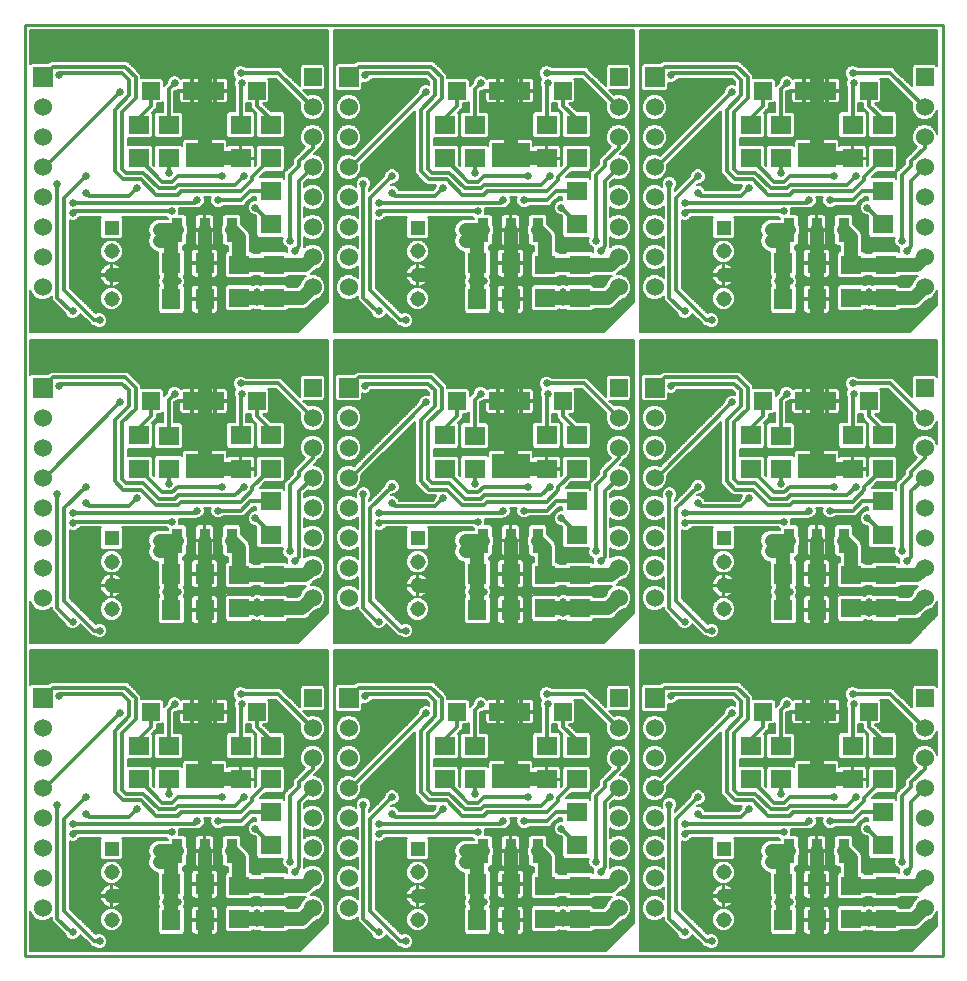
<source format=gtl>
G75*
%MOIN*%
%OFA0B0*%
%FSLAX25Y25*%
%IPPOS*%
%LPD*%
%AMOC8*
5,1,8,0,0,1.08239X$1,22.5*
%
%ADD10C,0.01000*%
%ADD11R,0.06600X0.06600*%
%ADD12C,0.06000*%
%ADD13R,0.06000X0.06000*%
%ADD14R,0.07098X0.06299*%
%ADD15R,0.07087X0.06299*%
%ADD16R,0.06299X0.07087*%
%ADD17R,0.05906X0.05906*%
%ADD18R,0.03700X0.08150*%
%ADD19R,0.12600X0.08150*%
%ADD20R,0.05150X0.05150*%
%ADD21C,0.05150*%
%ADD22C,0.04800*%
%ADD23C,0.02578*%
%ADD24C,0.01200*%
%ADD25C,0.00600*%
D10*
X0021185Y0021185D02*
X0021185Y0331685D01*
X0327185Y0331685D01*
X0327185Y0021185D01*
X0021185Y0021185D01*
D11*
X0027185Y0107185D03*
X0027185Y0210685D03*
X0027185Y0314185D03*
X0129185Y0314185D03*
X0129185Y0210685D03*
X0231185Y0210685D03*
X0231185Y0314185D03*
X0231185Y0107185D03*
X0129185Y0107185D03*
D12*
X0129185Y0097185D03*
X0129185Y0087185D03*
X0129185Y0077185D03*
X0129185Y0067185D03*
X0129185Y0057185D03*
X0129185Y0047185D03*
X0129185Y0037185D03*
X0117185Y0037185D03*
X0117185Y0047185D03*
X0117185Y0057185D03*
X0117185Y0067185D03*
X0117185Y0077185D03*
X0117185Y0087185D03*
X0117185Y0097185D03*
X0117185Y0140685D03*
X0117185Y0150685D03*
X0117185Y0160685D03*
X0117185Y0170685D03*
X0117185Y0180685D03*
X0117185Y0190685D03*
X0117185Y0200685D03*
X0129185Y0200685D03*
X0129185Y0190685D03*
X0129185Y0180685D03*
X0129185Y0170685D03*
X0129185Y0160685D03*
X0129185Y0150685D03*
X0129185Y0140685D03*
X0219185Y0140685D03*
X0219185Y0150685D03*
X0219185Y0160685D03*
X0219185Y0170685D03*
X0219185Y0180685D03*
X0219185Y0190685D03*
X0219185Y0200685D03*
X0231185Y0200685D03*
X0231185Y0190685D03*
X0231185Y0180685D03*
X0231185Y0170685D03*
X0231185Y0160685D03*
X0231185Y0150685D03*
X0231185Y0140685D03*
X0231185Y0097185D03*
X0231185Y0087185D03*
X0231185Y0077185D03*
X0231185Y0067185D03*
X0231185Y0057185D03*
X0231185Y0047185D03*
X0231185Y0037185D03*
X0219185Y0037185D03*
X0219185Y0047185D03*
X0219185Y0057185D03*
X0219185Y0067185D03*
X0219185Y0077185D03*
X0219185Y0087185D03*
X0219185Y0097185D03*
X0321185Y0097185D03*
X0321185Y0087185D03*
X0321185Y0077185D03*
X0321185Y0067185D03*
X0321185Y0057185D03*
X0321185Y0047185D03*
X0321185Y0037185D03*
X0321185Y0140685D03*
X0321185Y0150685D03*
X0321185Y0160685D03*
X0321185Y0170685D03*
X0321185Y0180685D03*
X0321185Y0190685D03*
X0321185Y0200685D03*
X0321185Y0244185D03*
X0321185Y0254185D03*
X0321185Y0264185D03*
X0321185Y0274185D03*
X0321185Y0284185D03*
X0321185Y0294185D03*
X0321185Y0304185D03*
X0231185Y0304185D03*
X0231185Y0294185D03*
X0231185Y0284185D03*
X0231185Y0274185D03*
X0231185Y0264185D03*
X0231185Y0254185D03*
X0231185Y0244185D03*
X0219185Y0244185D03*
X0219185Y0254185D03*
X0219185Y0264185D03*
X0219185Y0274185D03*
X0219185Y0284185D03*
X0219185Y0294185D03*
X0219185Y0304185D03*
X0129185Y0304185D03*
X0129185Y0294185D03*
X0129185Y0284185D03*
X0129185Y0274185D03*
X0129185Y0264185D03*
X0129185Y0254185D03*
X0129185Y0244185D03*
X0117185Y0244185D03*
X0117185Y0254185D03*
X0117185Y0264185D03*
X0117185Y0274185D03*
X0117185Y0284185D03*
X0117185Y0294185D03*
X0117185Y0304185D03*
X0027185Y0304185D03*
X0027185Y0294185D03*
X0027185Y0284185D03*
X0027185Y0274185D03*
X0027185Y0264185D03*
X0027185Y0254185D03*
X0027185Y0244185D03*
X0027185Y0200685D03*
X0027185Y0190685D03*
X0027185Y0180685D03*
X0027185Y0170685D03*
X0027185Y0160685D03*
X0027185Y0150685D03*
X0027185Y0140685D03*
X0027185Y0097185D03*
X0027185Y0087185D03*
X0027185Y0077185D03*
X0027185Y0067185D03*
X0027185Y0057185D03*
X0027185Y0047185D03*
X0027185Y0037185D03*
D13*
X0117185Y0107185D03*
X0219185Y0107185D03*
X0219185Y0210685D03*
X0219185Y0314185D03*
X0117185Y0314185D03*
X0117185Y0210685D03*
X0321185Y0210685D03*
X0321185Y0314185D03*
X0321185Y0107185D03*
D14*
X0307185Y0091283D03*
X0297185Y0091283D03*
X0297185Y0080087D03*
X0307185Y0080087D03*
X0307185Y0069283D03*
X0307185Y0058087D03*
X0263185Y0080087D03*
X0263185Y0091283D03*
X0205185Y0091283D03*
X0195185Y0091283D03*
X0195185Y0080087D03*
X0205185Y0080087D03*
X0205185Y0069283D03*
X0205185Y0058087D03*
X0161185Y0080087D03*
X0161185Y0091283D03*
X0103185Y0091283D03*
X0093185Y0091283D03*
X0093185Y0080087D03*
X0103185Y0080087D03*
X0103185Y0069283D03*
X0103185Y0058087D03*
X0059185Y0080087D03*
X0059185Y0091283D03*
X0103185Y0161587D03*
X0103185Y0172783D03*
X0103185Y0183587D03*
X0093185Y0183587D03*
X0093185Y0194783D03*
X0103185Y0194783D03*
X0059185Y0194783D03*
X0059185Y0183587D03*
X0103185Y0265087D03*
X0103185Y0276283D03*
X0103185Y0287087D03*
X0093185Y0287087D03*
X0093185Y0298283D03*
X0103185Y0298283D03*
X0059185Y0298283D03*
X0059185Y0287087D03*
X0161185Y0287087D03*
X0161185Y0298283D03*
X0195185Y0298283D03*
X0205185Y0298283D03*
X0205185Y0287087D03*
X0195185Y0287087D03*
X0205185Y0276283D03*
X0205185Y0265087D03*
X0263185Y0287087D03*
X0263185Y0298283D03*
X0297185Y0298283D03*
X0307185Y0298283D03*
X0307185Y0287087D03*
X0297185Y0287087D03*
X0307185Y0276283D03*
X0307185Y0265087D03*
X0307185Y0194783D03*
X0297185Y0194783D03*
X0297185Y0183587D03*
X0307185Y0183587D03*
X0307185Y0172783D03*
X0307185Y0161587D03*
X0263185Y0183587D03*
X0263185Y0194783D03*
X0205185Y0194783D03*
X0195185Y0194783D03*
X0195185Y0183587D03*
X0205185Y0183587D03*
X0205185Y0172783D03*
X0205185Y0161587D03*
X0161185Y0183587D03*
X0161185Y0194783D03*
D15*
X0171185Y0194697D03*
X0171185Y0183673D03*
X0194685Y0148197D03*
X0194685Y0137173D03*
X0206185Y0137173D03*
X0206185Y0148197D03*
X0171185Y0091197D03*
X0171185Y0080173D03*
X0194685Y0044697D03*
X0194685Y0033673D03*
X0206185Y0033673D03*
X0206185Y0044697D03*
X0273185Y0080173D03*
X0273185Y0091197D03*
X0296685Y0137173D03*
X0308185Y0137173D03*
X0308185Y0148197D03*
X0296685Y0148197D03*
X0273185Y0183673D03*
X0273185Y0194697D03*
X0296685Y0240673D03*
X0296685Y0251697D03*
X0308185Y0251697D03*
X0308185Y0240673D03*
X0273185Y0287173D03*
X0273185Y0298197D03*
X0206185Y0251697D03*
X0206185Y0240673D03*
X0194685Y0240673D03*
X0194685Y0251697D03*
X0171185Y0287173D03*
X0171185Y0298197D03*
X0104185Y0251697D03*
X0104185Y0240673D03*
X0092685Y0240673D03*
X0092685Y0251697D03*
X0069185Y0287173D03*
X0069185Y0298197D03*
X0069185Y0194697D03*
X0069185Y0183673D03*
X0092685Y0148197D03*
X0104185Y0148197D03*
X0104185Y0137173D03*
X0092685Y0137173D03*
X0069185Y0091197D03*
X0069185Y0080173D03*
X0092685Y0044697D03*
X0092685Y0033673D03*
X0104185Y0033673D03*
X0104185Y0044697D03*
X0296685Y0044697D03*
X0296685Y0033673D03*
X0308185Y0033673D03*
X0308185Y0044697D03*
D16*
X0285197Y0045185D03*
X0274173Y0045185D03*
X0274173Y0033185D03*
X0285197Y0033185D03*
X0285197Y0136685D03*
X0274173Y0136685D03*
X0274173Y0148685D03*
X0285197Y0148685D03*
X0285197Y0240185D03*
X0274173Y0240185D03*
X0274173Y0252185D03*
X0285197Y0252185D03*
X0183197Y0252185D03*
X0172173Y0252185D03*
X0172173Y0240185D03*
X0183197Y0240185D03*
X0183197Y0148685D03*
X0172173Y0148685D03*
X0172173Y0136685D03*
X0183197Y0136685D03*
X0183197Y0045185D03*
X0172173Y0045185D03*
X0172173Y0033185D03*
X0183197Y0033185D03*
X0081197Y0033185D03*
X0070173Y0033185D03*
X0070173Y0045185D03*
X0081197Y0045185D03*
X0081197Y0136685D03*
X0070173Y0136685D03*
X0070173Y0148685D03*
X0081197Y0148685D03*
X0081197Y0240185D03*
X0070173Y0240185D03*
X0070173Y0252185D03*
X0081197Y0252185D03*
D17*
X0084795Y0206185D03*
X0077075Y0206185D03*
X0063295Y0206185D03*
X0098575Y0206185D03*
X0165295Y0206185D03*
X0179075Y0206185D03*
X0186795Y0206185D03*
X0200575Y0206185D03*
X0267295Y0206185D03*
X0281075Y0206185D03*
X0288795Y0206185D03*
X0302575Y0206185D03*
X0302575Y0309685D03*
X0288795Y0309685D03*
X0281075Y0309685D03*
X0267295Y0309685D03*
X0200575Y0309685D03*
X0186795Y0309685D03*
X0179075Y0309685D03*
X0165295Y0309685D03*
X0098575Y0309685D03*
X0084795Y0309685D03*
X0077075Y0309685D03*
X0063295Y0309685D03*
X0063295Y0102685D03*
X0077075Y0102685D03*
X0084795Y0102685D03*
X0098575Y0102685D03*
X0165295Y0102685D03*
X0179075Y0102685D03*
X0186795Y0102685D03*
X0200575Y0102685D03*
X0267295Y0102685D03*
X0281075Y0102685D03*
X0288795Y0102685D03*
X0302575Y0102685D03*
D18*
X0294285Y0056210D03*
X0285185Y0056210D03*
X0276085Y0056210D03*
X0192285Y0056210D03*
X0183185Y0056210D03*
X0174085Y0056210D03*
X0090285Y0056210D03*
X0081185Y0056210D03*
X0072085Y0056210D03*
X0072085Y0159710D03*
X0081185Y0159710D03*
X0090285Y0159710D03*
X0174085Y0159710D03*
X0183185Y0159710D03*
X0192285Y0159710D03*
X0276085Y0159710D03*
X0285185Y0159710D03*
X0294285Y0159710D03*
X0294285Y0263210D03*
X0285185Y0263210D03*
X0276085Y0263210D03*
X0192285Y0263210D03*
X0183185Y0263210D03*
X0174085Y0263210D03*
X0090285Y0263210D03*
X0081185Y0263210D03*
X0072085Y0263210D03*
D19*
X0081185Y0288160D03*
X0081185Y0184660D03*
X0183185Y0184660D03*
X0183185Y0288160D03*
X0285185Y0288160D03*
X0285185Y0184660D03*
X0285185Y0081160D03*
X0183185Y0081160D03*
X0081185Y0081160D03*
D20*
X0050185Y0056996D03*
X0152185Y0056996D03*
X0254185Y0056996D03*
X0254185Y0160496D03*
X0152185Y0160496D03*
X0050185Y0160496D03*
X0050185Y0263996D03*
X0152185Y0263996D03*
X0254185Y0263996D03*
D21*
X0254185Y0256122D03*
X0254185Y0248248D03*
X0254185Y0240374D03*
X0254185Y0152622D03*
X0254185Y0144748D03*
X0254185Y0136874D03*
X0254185Y0049122D03*
X0254185Y0041248D03*
X0254185Y0033374D03*
X0152185Y0033374D03*
X0152185Y0041248D03*
X0152185Y0049122D03*
X0152185Y0136874D03*
X0152185Y0144748D03*
X0152185Y0152622D03*
X0152185Y0240374D03*
X0152185Y0248248D03*
X0152185Y0256122D03*
X0050185Y0256122D03*
X0050185Y0248248D03*
X0050185Y0240374D03*
X0050185Y0152622D03*
X0050185Y0144748D03*
X0050185Y0136874D03*
X0050185Y0049122D03*
X0050185Y0041248D03*
X0050185Y0033374D03*
D22*
X0050248Y0041185D02*
X0050185Y0041248D01*
X0050248Y0041185D02*
X0061185Y0041185D01*
X0063496Y0038874D01*
X0063496Y0028361D01*
X0065615Y0026242D01*
X0081128Y0026242D01*
X0081185Y0026185D01*
X0081197Y0026197D01*
X0081197Y0033185D01*
X0081197Y0045185D01*
X0081197Y0056198D01*
X0081185Y0056210D01*
X0090285Y0056210D02*
X0092685Y0053810D01*
X0092685Y0044697D01*
X0104185Y0044697D01*
X0114697Y0044697D01*
X0117185Y0047185D01*
X0117185Y0037185D02*
X0113673Y0033673D01*
X0104185Y0033673D01*
X0096185Y0033673D01*
X0092685Y0033673D01*
X0070173Y0033185D02*
X0070173Y0041185D01*
X0070173Y0045185D01*
X0070173Y0054298D01*
X0072085Y0056210D01*
X0068560Y0052685D01*
X0066185Y0052685D01*
X0066185Y0056185D02*
X0072060Y0056185D01*
X0072085Y0056210D01*
X0082258Y0080087D02*
X0093185Y0080087D01*
X0082258Y0080087D02*
X0081185Y0081160D01*
X0081185Y0096185D01*
X0081185Y0102685D01*
X0081185Y0116185D01*
X0081185Y0129685D02*
X0081128Y0129742D01*
X0065615Y0129742D01*
X0063496Y0131861D01*
X0063496Y0142374D01*
X0061185Y0144685D01*
X0050248Y0144685D01*
X0050185Y0144748D01*
X0066185Y0156185D02*
X0068560Y0156185D01*
X0072085Y0159710D01*
X0072060Y0159685D01*
X0066185Y0159685D01*
X0070173Y0157798D02*
X0072085Y0159710D01*
X0070173Y0157798D02*
X0070173Y0148685D01*
X0070173Y0144685D01*
X0070173Y0136685D01*
X0081197Y0136685D02*
X0081197Y0129697D01*
X0081185Y0129685D01*
X0081197Y0136685D02*
X0081197Y0148685D01*
X0081197Y0159698D01*
X0081185Y0159710D01*
X0090285Y0159710D02*
X0092685Y0157310D01*
X0092685Y0148197D01*
X0104185Y0148197D01*
X0114697Y0148197D01*
X0117185Y0150685D01*
X0117185Y0140685D02*
X0113673Y0137173D01*
X0104185Y0137173D01*
X0096185Y0137173D01*
X0092685Y0137173D01*
X0084795Y0102685D02*
X0081185Y0102685D01*
X0077075Y0102685D01*
X0152185Y0144748D02*
X0152248Y0144685D01*
X0163185Y0144685D01*
X0165496Y0142374D01*
X0165496Y0131861D01*
X0167615Y0129742D01*
X0183128Y0129742D01*
X0183185Y0129685D01*
X0183197Y0129697D01*
X0183197Y0136685D01*
X0183197Y0148685D01*
X0183197Y0159698D01*
X0183185Y0159710D01*
X0174085Y0159710D02*
X0172173Y0157798D01*
X0172173Y0148685D01*
X0172173Y0144685D01*
X0172173Y0136685D01*
X0183185Y0116185D02*
X0183185Y0102685D01*
X0183185Y0096185D01*
X0183185Y0081160D01*
X0184258Y0080087D01*
X0195185Y0080087D01*
X0186795Y0102685D02*
X0183185Y0102685D01*
X0179075Y0102685D01*
X0194685Y0137173D02*
X0198185Y0137173D01*
X0206185Y0137173D01*
X0215673Y0137173D01*
X0219185Y0140685D01*
X0216697Y0148197D02*
X0206185Y0148197D01*
X0194685Y0148197D01*
X0194685Y0157310D01*
X0192285Y0159710D01*
X0174085Y0159710D02*
X0170560Y0156185D01*
X0168185Y0156185D01*
X0168185Y0159685D02*
X0174060Y0159685D01*
X0174085Y0159710D01*
X0184258Y0183587D02*
X0195185Y0183587D01*
X0184258Y0183587D02*
X0183185Y0184660D01*
X0183185Y0199685D01*
X0183185Y0206185D01*
X0183185Y0219685D01*
X0183185Y0206185D02*
X0179075Y0206185D01*
X0183185Y0206185D02*
X0186795Y0206185D01*
X0183185Y0233185D02*
X0183128Y0233242D01*
X0167615Y0233242D01*
X0165496Y0235361D01*
X0165496Y0245874D01*
X0163185Y0248185D01*
X0152248Y0248185D01*
X0152185Y0248248D01*
X0168185Y0259685D02*
X0170560Y0259685D01*
X0174085Y0263210D01*
X0174060Y0263185D01*
X0168185Y0263185D01*
X0172173Y0261298D02*
X0174085Y0263210D01*
X0172173Y0261298D02*
X0172173Y0252185D01*
X0172173Y0248185D01*
X0172173Y0240185D01*
X0183197Y0240185D02*
X0183197Y0252185D01*
X0183197Y0263198D01*
X0183185Y0263210D01*
X0192285Y0263210D02*
X0194685Y0260810D01*
X0194685Y0251697D01*
X0206185Y0251697D01*
X0216697Y0251697D01*
X0219185Y0254185D01*
X0219185Y0244185D02*
X0215673Y0240673D01*
X0206185Y0240673D01*
X0198185Y0240673D01*
X0194685Y0240673D01*
X0183197Y0240185D02*
X0183197Y0233197D01*
X0183185Y0233185D01*
X0184258Y0287087D02*
X0195185Y0287087D01*
X0184258Y0287087D02*
X0183185Y0288160D01*
X0183185Y0303185D01*
X0183185Y0309685D01*
X0183185Y0323185D01*
X0183185Y0309685D02*
X0179075Y0309685D01*
X0183185Y0309685D02*
X0186795Y0309685D01*
X0254185Y0248248D02*
X0254248Y0248185D01*
X0265185Y0248185D01*
X0267496Y0245874D01*
X0267496Y0235361D01*
X0269615Y0233242D01*
X0285128Y0233242D01*
X0285185Y0233185D01*
X0285197Y0233197D01*
X0285197Y0240185D01*
X0285197Y0252185D01*
X0285197Y0263198D01*
X0285185Y0263210D01*
X0276085Y0263210D02*
X0272560Y0259685D01*
X0270185Y0259685D01*
X0270185Y0263185D02*
X0276060Y0263185D01*
X0276085Y0263210D01*
X0274173Y0261298D01*
X0274173Y0252185D01*
X0274173Y0248185D01*
X0274173Y0240185D01*
X0285185Y0219685D02*
X0285185Y0206185D01*
X0285185Y0199685D01*
X0285185Y0184660D01*
X0286258Y0183587D01*
X0297185Y0183587D01*
X0294285Y0159710D02*
X0296685Y0157310D01*
X0296685Y0148197D01*
X0308185Y0148197D01*
X0318697Y0148197D01*
X0321185Y0150685D01*
X0321185Y0140685D02*
X0317673Y0137173D01*
X0308185Y0137173D01*
X0300185Y0137173D01*
X0296685Y0137173D01*
X0285197Y0136685D02*
X0285197Y0148685D01*
X0285197Y0159698D01*
X0285185Y0159710D01*
X0276085Y0159710D02*
X0272560Y0156185D01*
X0270185Y0156185D01*
X0270185Y0159685D02*
X0276060Y0159685D01*
X0276085Y0159710D01*
X0274173Y0157798D01*
X0274173Y0148685D01*
X0274173Y0144685D01*
X0274173Y0136685D01*
X0267496Y0131861D02*
X0267496Y0142374D01*
X0265185Y0144685D01*
X0254248Y0144685D01*
X0254185Y0144748D01*
X0267496Y0131861D02*
X0269615Y0129742D01*
X0285128Y0129742D01*
X0285185Y0129685D01*
X0285197Y0129697D01*
X0285197Y0136685D01*
X0285185Y0116185D02*
X0285185Y0102685D01*
X0285185Y0096185D01*
X0285185Y0081160D01*
X0286258Y0080087D01*
X0297185Y0080087D01*
X0288795Y0102685D02*
X0285185Y0102685D01*
X0281075Y0102685D01*
X0285185Y0056210D02*
X0285197Y0056198D01*
X0285197Y0045185D01*
X0285197Y0033185D01*
X0285197Y0026197D01*
X0285185Y0026185D01*
X0285128Y0026242D01*
X0269615Y0026242D01*
X0267496Y0028361D01*
X0267496Y0038874D01*
X0265185Y0041185D01*
X0254248Y0041185D01*
X0254185Y0041248D01*
X0270185Y0052685D02*
X0272560Y0052685D01*
X0276085Y0056210D01*
X0276060Y0056185D01*
X0270185Y0056185D01*
X0274173Y0054298D02*
X0276085Y0056210D01*
X0274173Y0054298D02*
X0274173Y0045185D01*
X0274173Y0041185D01*
X0274173Y0033185D01*
X0296685Y0053810D02*
X0294285Y0056210D01*
X0296685Y0053810D02*
X0296685Y0044697D01*
X0308185Y0044697D01*
X0318697Y0044697D01*
X0321185Y0047185D01*
X0321185Y0037185D02*
X0317673Y0033673D01*
X0308185Y0033673D01*
X0300185Y0033673D01*
X0296685Y0033673D01*
X0219185Y0037185D02*
X0215673Y0033673D01*
X0206185Y0033673D01*
X0198185Y0033673D01*
X0194685Y0033673D01*
X0194685Y0044697D02*
X0194685Y0053810D01*
X0192285Y0056210D01*
X0183197Y0056198D02*
X0183197Y0045185D01*
X0183197Y0033185D01*
X0183197Y0026197D01*
X0183185Y0026185D01*
X0183128Y0026242D01*
X0167615Y0026242D01*
X0165496Y0028361D01*
X0165496Y0038874D01*
X0163185Y0041185D01*
X0152248Y0041185D01*
X0152185Y0041248D01*
X0168185Y0052685D02*
X0170560Y0052685D01*
X0174085Y0056210D01*
X0174060Y0056185D01*
X0168185Y0056185D01*
X0172173Y0054298D02*
X0174085Y0056210D01*
X0172173Y0054298D02*
X0172173Y0045185D01*
X0172173Y0041185D01*
X0172173Y0033185D01*
X0194685Y0044697D02*
X0206185Y0044697D01*
X0216697Y0044697D01*
X0219185Y0047185D01*
X0183197Y0056198D02*
X0183185Y0056210D01*
X0216697Y0148197D02*
X0219185Y0150685D01*
X0281075Y0206185D02*
X0285185Y0206185D01*
X0288795Y0206185D01*
X0296685Y0240673D02*
X0300185Y0240673D01*
X0308185Y0240673D01*
X0317673Y0240673D01*
X0321185Y0244185D01*
X0318697Y0251697D02*
X0308185Y0251697D01*
X0296685Y0251697D01*
X0296685Y0260810D01*
X0294285Y0263210D01*
X0297185Y0287087D02*
X0286258Y0287087D01*
X0285185Y0288160D01*
X0285185Y0303185D01*
X0285185Y0309685D01*
X0285185Y0323185D01*
X0285185Y0309685D02*
X0281075Y0309685D01*
X0285185Y0309685D02*
X0288795Y0309685D01*
X0321185Y0254185D02*
X0318697Y0251697D01*
X0117185Y0254185D02*
X0114697Y0251697D01*
X0104185Y0251697D01*
X0092685Y0251697D01*
X0092685Y0260810D01*
X0090285Y0263210D01*
X0081197Y0263198D02*
X0081197Y0252185D01*
X0081197Y0240185D01*
X0081197Y0233197D01*
X0081185Y0233185D01*
X0081128Y0233242D01*
X0065615Y0233242D01*
X0063496Y0235361D01*
X0063496Y0245874D01*
X0061185Y0248185D01*
X0050248Y0248185D01*
X0050185Y0248248D01*
X0066185Y0259685D02*
X0068560Y0259685D01*
X0072085Y0263210D01*
X0072060Y0263185D01*
X0066185Y0263185D01*
X0070173Y0261298D02*
X0072085Y0263210D01*
X0070173Y0261298D02*
X0070173Y0252185D01*
X0070173Y0248185D01*
X0070173Y0240185D01*
X0092685Y0240673D02*
X0096185Y0240673D01*
X0104185Y0240673D01*
X0113673Y0240673D01*
X0117185Y0244185D01*
X0081197Y0263198D02*
X0081185Y0263210D01*
X0082258Y0287087D02*
X0093185Y0287087D01*
X0082258Y0287087D02*
X0081185Y0288160D01*
X0081185Y0303185D01*
X0081185Y0309685D01*
X0081185Y0323185D01*
X0081185Y0309685D02*
X0077075Y0309685D01*
X0081185Y0309685D02*
X0084795Y0309685D01*
X0081185Y0219685D02*
X0081185Y0206185D01*
X0081185Y0199685D01*
X0081185Y0184660D01*
X0082258Y0183587D01*
X0093185Y0183587D01*
X0084795Y0206185D02*
X0081185Y0206185D01*
X0077075Y0206185D01*
D23*
X0071185Y0208682D03*
X0076185Y0219685D03*
X0081185Y0219685D03*
X0086185Y0219685D03*
X0093185Y0212067D03*
X0093526Y0208682D03*
X0094185Y0177685D03*
X0087074Y0177685D03*
X0085685Y0169707D03*
X0078685Y0169707D03*
X0070185Y0165976D03*
X0066185Y0159685D03*
X0066185Y0156185D03*
X0068185Y0142685D03*
X0072185Y0142685D03*
X0076185Y0116185D03*
X0081185Y0116185D03*
X0086185Y0116185D03*
X0093185Y0108567D03*
X0093526Y0105182D03*
X0071185Y0105182D03*
X0053096Y0102293D03*
X0032581Y0107750D03*
X0046185Y0129685D03*
X0037185Y0132685D03*
X0037370Y0165480D03*
X0037370Y0168865D03*
X0041685Y0172185D03*
X0041685Y0177685D03*
X0032156Y0175185D03*
X0058715Y0173748D03*
X0069185Y0178685D03*
X0053096Y0205793D03*
X0032581Y0211250D03*
X0046185Y0233185D03*
X0037185Y0236185D03*
X0066185Y0259685D03*
X0066185Y0263185D03*
X0070185Y0269476D03*
X0078685Y0273207D03*
X0085685Y0273207D03*
X0087074Y0281185D03*
X0094185Y0281185D03*
X0098153Y0270653D03*
X0109691Y0259679D03*
X0111185Y0256386D03*
X0098685Y0242685D03*
X0098685Y0239074D03*
X0072185Y0246185D03*
X0068185Y0246185D03*
X0058715Y0277248D03*
X0069185Y0282185D03*
X0053096Y0309293D03*
X0071185Y0312182D03*
X0076185Y0323185D03*
X0081185Y0323185D03*
X0086185Y0323185D03*
X0093185Y0315567D03*
X0093526Y0312182D03*
X0134581Y0314750D03*
X0155096Y0309293D03*
X0173185Y0312182D03*
X0178185Y0323185D03*
X0183185Y0323185D03*
X0188185Y0323185D03*
X0195185Y0315567D03*
X0195526Y0312182D03*
X0171185Y0282185D03*
X0160715Y0277248D03*
X0172185Y0269476D03*
X0168185Y0263185D03*
X0168185Y0259685D03*
X0170185Y0246185D03*
X0174185Y0246185D03*
X0200685Y0242685D03*
X0200685Y0239074D03*
X0213185Y0256386D03*
X0211691Y0259679D03*
X0200153Y0270653D03*
X0196185Y0281185D03*
X0189074Y0281185D03*
X0187685Y0273207D03*
X0180685Y0273207D03*
X0143685Y0275685D03*
X0139370Y0272365D03*
X0139370Y0268980D03*
X0134156Y0278685D03*
X0143685Y0281185D03*
X0139185Y0236185D03*
X0148185Y0233185D03*
X0134581Y0211250D03*
X0155096Y0205793D03*
X0173185Y0208682D03*
X0178185Y0219685D03*
X0183185Y0219685D03*
X0188185Y0219685D03*
X0195185Y0212067D03*
X0195526Y0208682D03*
X0196185Y0177685D03*
X0189074Y0177685D03*
X0187685Y0169707D03*
X0180685Y0169707D03*
X0172185Y0165976D03*
X0168185Y0159685D03*
X0168185Y0156185D03*
X0170185Y0142685D03*
X0174185Y0142685D03*
X0200685Y0139185D03*
X0200685Y0135574D03*
X0213185Y0152886D03*
X0211691Y0156179D03*
X0200153Y0167153D03*
X0171185Y0178685D03*
X0160715Y0173748D03*
X0143685Y0172185D03*
X0139370Y0168865D03*
X0139370Y0165480D03*
X0134156Y0175185D03*
X0143685Y0177685D03*
X0109691Y0156179D03*
X0111185Y0152886D03*
X0098685Y0139185D03*
X0098685Y0135574D03*
X0098153Y0167153D03*
X0139185Y0132685D03*
X0148185Y0129685D03*
X0134581Y0107750D03*
X0155096Y0102293D03*
X0173185Y0105182D03*
X0178185Y0116185D03*
X0183185Y0116185D03*
X0188185Y0116185D03*
X0195185Y0108567D03*
X0195526Y0105182D03*
X0196185Y0074185D03*
X0189074Y0074185D03*
X0187685Y0066207D03*
X0180685Y0066207D03*
X0172185Y0062476D03*
X0168185Y0056185D03*
X0168185Y0052685D03*
X0170185Y0039185D03*
X0174185Y0039185D03*
X0200685Y0035685D03*
X0200685Y0032074D03*
X0213185Y0049386D03*
X0211691Y0052679D03*
X0200153Y0063653D03*
X0171185Y0075185D03*
X0160715Y0070248D03*
X0143685Y0068685D03*
X0139370Y0065365D03*
X0139370Y0061980D03*
X0134156Y0071685D03*
X0143685Y0074185D03*
X0109691Y0052679D03*
X0111185Y0049386D03*
X0098685Y0035685D03*
X0098685Y0032074D03*
X0072185Y0039185D03*
X0068185Y0039185D03*
X0066185Y0052685D03*
X0066185Y0056185D03*
X0070185Y0062476D03*
X0078685Y0066207D03*
X0085685Y0066207D03*
X0087074Y0074185D03*
X0094185Y0074185D03*
X0098153Y0063653D03*
X0069185Y0075185D03*
X0058715Y0070248D03*
X0041685Y0068685D03*
X0037370Y0065365D03*
X0037370Y0061980D03*
X0032156Y0071685D03*
X0041685Y0074185D03*
X0037185Y0029185D03*
X0046185Y0026185D03*
X0139185Y0029185D03*
X0148185Y0026185D03*
X0236156Y0071685D03*
X0241370Y0065365D03*
X0241370Y0061980D03*
X0245685Y0068685D03*
X0245685Y0074185D03*
X0262715Y0070248D03*
X0273185Y0075185D03*
X0274185Y0062476D03*
X0270185Y0056185D03*
X0270185Y0052685D03*
X0272185Y0039185D03*
X0276185Y0039185D03*
X0302685Y0035685D03*
X0302685Y0032074D03*
X0315185Y0049386D03*
X0313691Y0052679D03*
X0302153Y0063653D03*
X0298185Y0074185D03*
X0291074Y0074185D03*
X0289685Y0066207D03*
X0282685Y0066207D03*
X0257096Y0102293D03*
X0275185Y0105182D03*
X0280185Y0116185D03*
X0285185Y0116185D03*
X0290185Y0116185D03*
X0297185Y0108567D03*
X0297526Y0105182D03*
X0302685Y0135574D03*
X0302685Y0139185D03*
X0315185Y0152886D03*
X0313691Y0156179D03*
X0302153Y0167153D03*
X0298185Y0177685D03*
X0291074Y0177685D03*
X0289685Y0169707D03*
X0282685Y0169707D03*
X0274185Y0165976D03*
X0270185Y0159685D03*
X0270185Y0156185D03*
X0272185Y0142685D03*
X0276185Y0142685D03*
X0250185Y0129685D03*
X0241185Y0132685D03*
X0236581Y0107750D03*
X0241370Y0165480D03*
X0241370Y0168865D03*
X0245685Y0172185D03*
X0245685Y0177685D03*
X0236156Y0175185D03*
X0262715Y0173748D03*
X0273185Y0178685D03*
X0257096Y0205793D03*
X0275185Y0208682D03*
X0280185Y0219685D03*
X0285185Y0219685D03*
X0290185Y0219685D03*
X0297185Y0212067D03*
X0297526Y0208682D03*
X0302685Y0239074D03*
X0302685Y0242685D03*
X0315185Y0256386D03*
X0313691Y0259679D03*
X0302153Y0270653D03*
X0298185Y0281185D03*
X0291074Y0281185D03*
X0289685Y0273207D03*
X0282685Y0273207D03*
X0274185Y0269476D03*
X0270185Y0263185D03*
X0270185Y0259685D03*
X0272185Y0246185D03*
X0276185Y0246185D03*
X0250185Y0233185D03*
X0241185Y0236185D03*
X0236581Y0211250D03*
X0241370Y0268980D03*
X0241370Y0272365D03*
X0245685Y0275685D03*
X0245685Y0281185D03*
X0236156Y0278685D03*
X0262715Y0277248D03*
X0273185Y0282185D03*
X0257096Y0309293D03*
X0275185Y0312182D03*
X0280185Y0323185D03*
X0285185Y0323185D03*
X0290185Y0323185D03*
X0297185Y0315567D03*
X0297526Y0312182D03*
X0236581Y0314750D03*
X0041685Y0281185D03*
X0041685Y0275685D03*
X0037370Y0272365D03*
X0037370Y0268980D03*
X0032156Y0278685D03*
X0032581Y0314750D03*
X0241185Y0029185D03*
X0250185Y0026185D03*
D24*
X0248481Y0026185D01*
X0238481Y0036185D01*
X0238481Y0066981D01*
X0245685Y0074185D01*
X0245685Y0068685D02*
X0246806Y0067565D01*
X0260032Y0067565D01*
X0262715Y0070248D01*
X0263912Y0073137D02*
X0258062Y0073137D01*
X0255185Y0076014D01*
X0255185Y0096296D01*
X0259985Y0101096D01*
X0259985Y0106274D01*
X0257820Y0108439D01*
X0237270Y0108439D01*
X0236581Y0107750D01*
X0234639Y0110639D02*
X0258731Y0110639D01*
X0262185Y0107185D01*
X0262185Y0100185D01*
X0257685Y0095685D01*
X0257685Y0076625D01*
X0258973Y0075337D01*
X0264823Y0075337D01*
X0270064Y0070096D01*
X0275293Y0070096D01*
X0276493Y0071296D01*
X0295296Y0071296D01*
X0298185Y0074185D01*
X0301074Y0073976D02*
X0301074Y0072988D01*
X0297182Y0069096D01*
X0277404Y0069096D01*
X0276204Y0067896D01*
X0269153Y0067896D01*
X0263912Y0073137D01*
X0263185Y0080087D02*
X0270976Y0072296D01*
X0274382Y0072296D01*
X0276271Y0074185D01*
X0291074Y0074185D01*
X0289685Y0066207D02*
X0297404Y0066207D01*
X0300480Y0069283D01*
X0307185Y0069283D01*
X0302153Y0063653D02*
X0307185Y0058620D01*
X0307185Y0058087D01*
X0313691Y0052679D02*
X0313691Y0074691D01*
X0316585Y0077585D01*
X0316585Y0079090D01*
X0321185Y0083690D01*
X0321185Y0087185D01*
X0321185Y0097185D02*
X0309803Y0108567D01*
X0297185Y0108567D01*
X0297526Y0105182D02*
X0297185Y0104841D01*
X0297185Y0091283D01*
X0302575Y0097685D02*
X0302575Y0102685D01*
X0302575Y0097685D02*
X0307185Y0093075D01*
X0307185Y0091283D01*
X0307185Y0080087D02*
X0301074Y0073976D01*
X0316585Y0072585D02*
X0316585Y0050786D01*
X0315185Y0049386D01*
X0302685Y0035685D02*
X0302685Y0032074D01*
X0301784Y0032074D01*
X0300185Y0033673D01*
X0274185Y0062476D02*
X0241866Y0062476D01*
X0241370Y0061980D01*
X0241370Y0065365D02*
X0281843Y0065365D01*
X0282685Y0066207D01*
X0273185Y0075185D02*
X0273185Y0080173D01*
X0273185Y0091197D02*
X0273185Y0103182D01*
X0275185Y0105182D01*
X0267295Y0102685D02*
X0267295Y0097685D01*
X0263185Y0093575D01*
X0263185Y0091283D01*
X0257096Y0102293D02*
X0231988Y0077185D01*
X0231185Y0077185D01*
X0236156Y0071685D02*
X0236156Y0033714D01*
X0240685Y0029185D01*
X0241185Y0029185D01*
X0214585Y0050786D02*
X0213185Y0049386D01*
X0214585Y0050786D02*
X0214585Y0072585D01*
X0219185Y0077185D01*
X0214585Y0077585D02*
X0211691Y0074691D01*
X0211691Y0052679D01*
X0205185Y0058087D02*
X0205185Y0058620D01*
X0200153Y0063653D01*
X0195404Y0066207D02*
X0187685Y0066207D01*
X0180685Y0066207D02*
X0179843Y0065365D01*
X0139370Y0065365D01*
X0139866Y0062476D02*
X0172185Y0062476D01*
X0174204Y0067896D02*
X0175404Y0069096D01*
X0195182Y0069096D01*
X0199074Y0072988D01*
X0199074Y0073976D01*
X0205185Y0080087D01*
X0196185Y0074185D02*
X0193296Y0071296D01*
X0174493Y0071296D01*
X0173293Y0070096D01*
X0168064Y0070096D01*
X0162823Y0075337D01*
X0156973Y0075337D01*
X0155685Y0076625D01*
X0155685Y0095685D01*
X0160185Y0100185D01*
X0160185Y0107185D01*
X0156731Y0110639D01*
X0132639Y0110639D01*
X0129185Y0107185D01*
X0134581Y0107750D02*
X0135270Y0108439D01*
X0155820Y0108439D01*
X0157985Y0106274D01*
X0157985Y0101096D01*
X0153185Y0096296D01*
X0153185Y0076014D01*
X0156062Y0073137D01*
X0161912Y0073137D01*
X0167153Y0067896D01*
X0174204Y0067896D01*
X0172382Y0072296D02*
X0168976Y0072296D01*
X0161185Y0080087D01*
X0160715Y0070248D02*
X0158032Y0067565D01*
X0144806Y0067565D01*
X0143685Y0068685D01*
X0143685Y0074185D02*
X0136481Y0066981D01*
X0136481Y0036185D01*
X0146481Y0026185D01*
X0148185Y0026185D01*
X0139185Y0029185D02*
X0138685Y0029185D01*
X0134156Y0033714D01*
X0134156Y0071685D01*
X0129988Y0077185D02*
X0129185Y0077185D01*
X0129988Y0077185D02*
X0155096Y0102293D01*
X0165295Y0102685D02*
X0165295Y0097685D01*
X0161185Y0093575D01*
X0161185Y0091283D01*
X0171185Y0091197D02*
X0171185Y0103182D01*
X0173185Y0105182D01*
X0195185Y0104841D02*
X0195185Y0091283D01*
X0200575Y0097685D02*
X0200575Y0102685D01*
X0200575Y0097685D02*
X0205185Y0093075D01*
X0205185Y0091283D01*
X0219185Y0087185D02*
X0219185Y0083690D01*
X0214585Y0079090D01*
X0214585Y0077585D01*
X0205185Y0069283D02*
X0198480Y0069283D01*
X0195404Y0066207D01*
X0189074Y0074185D02*
X0174271Y0074185D01*
X0172382Y0072296D01*
X0171185Y0075185D02*
X0171185Y0080173D01*
X0195185Y0104841D02*
X0195526Y0105182D01*
X0195185Y0108567D02*
X0207803Y0108567D01*
X0219185Y0097185D01*
X0231185Y0107185D02*
X0234639Y0110639D01*
X0248481Y0129685D02*
X0250185Y0129685D01*
X0248481Y0129685D02*
X0238481Y0139685D01*
X0238481Y0170481D01*
X0245685Y0177685D01*
X0245685Y0172185D02*
X0246806Y0171065D01*
X0260032Y0171065D01*
X0262715Y0173748D01*
X0263912Y0176637D02*
X0258062Y0176637D01*
X0255185Y0179514D01*
X0255185Y0199796D01*
X0259985Y0204596D01*
X0259985Y0209774D01*
X0257820Y0211939D01*
X0237270Y0211939D01*
X0236581Y0211250D01*
X0234639Y0214139D02*
X0258731Y0214139D01*
X0262185Y0210685D01*
X0262185Y0203685D01*
X0257685Y0199185D01*
X0257685Y0180125D01*
X0258973Y0178837D01*
X0264823Y0178837D01*
X0270064Y0173596D01*
X0275293Y0173596D01*
X0276493Y0174796D01*
X0295296Y0174796D01*
X0298185Y0177685D01*
X0301074Y0177476D02*
X0301074Y0176488D01*
X0297182Y0172596D01*
X0277404Y0172596D01*
X0276204Y0171396D01*
X0269153Y0171396D01*
X0263912Y0176637D01*
X0263185Y0183587D02*
X0270976Y0175796D01*
X0274382Y0175796D01*
X0276271Y0177685D01*
X0291074Y0177685D01*
X0289685Y0169707D02*
X0297404Y0169707D01*
X0300480Y0172783D01*
X0307185Y0172783D01*
X0302153Y0167153D02*
X0307185Y0162120D01*
X0307185Y0161587D01*
X0313691Y0156179D02*
X0313691Y0178191D01*
X0316585Y0181085D01*
X0316585Y0182590D01*
X0321185Y0187190D01*
X0321185Y0190685D01*
X0321185Y0180685D02*
X0316585Y0176085D01*
X0316585Y0154286D01*
X0315185Y0152886D01*
X0302685Y0139185D02*
X0302685Y0135574D01*
X0301784Y0135574D01*
X0300185Y0137173D01*
X0274185Y0165976D02*
X0241866Y0165976D01*
X0241370Y0165480D01*
X0241370Y0168865D02*
X0281843Y0168865D01*
X0282685Y0169707D01*
X0273185Y0178685D02*
X0273185Y0183673D01*
X0273185Y0194697D02*
X0273185Y0206682D01*
X0275185Y0208682D01*
X0267295Y0206185D02*
X0267295Y0201185D01*
X0263185Y0197075D01*
X0263185Y0194783D01*
X0257096Y0205793D02*
X0231988Y0180685D01*
X0231185Y0180685D01*
X0236156Y0175185D02*
X0236156Y0137214D01*
X0240685Y0132685D01*
X0241185Y0132685D01*
X0214585Y0154286D02*
X0214585Y0176085D01*
X0219185Y0180685D01*
X0214585Y0181085D02*
X0211691Y0178191D01*
X0211691Y0156179D01*
X0214585Y0154286D02*
X0213185Y0152886D01*
X0205185Y0161587D02*
X0205185Y0162120D01*
X0200153Y0167153D01*
X0195404Y0169707D02*
X0198480Y0172783D01*
X0205185Y0172783D01*
X0199074Y0176488D02*
X0195182Y0172596D01*
X0175404Y0172596D01*
X0174204Y0171396D01*
X0167153Y0171396D01*
X0161912Y0176637D01*
X0156062Y0176637D01*
X0153185Y0179514D01*
X0153185Y0199796D01*
X0157985Y0204596D01*
X0157985Y0209774D01*
X0155820Y0211939D01*
X0135270Y0211939D01*
X0134581Y0211250D01*
X0132639Y0214139D02*
X0156731Y0214139D01*
X0160185Y0210685D01*
X0160185Y0203685D01*
X0155685Y0199185D01*
X0155685Y0180125D01*
X0156973Y0178837D01*
X0162823Y0178837D01*
X0168064Y0173596D01*
X0173293Y0173596D01*
X0174493Y0174796D01*
X0193296Y0174796D01*
X0196185Y0177685D01*
X0199074Y0177476D02*
X0199074Y0176488D01*
X0199074Y0177476D02*
X0205185Y0183587D01*
X0214585Y0182590D02*
X0219185Y0187190D01*
X0219185Y0190685D01*
X0214585Y0182590D02*
X0214585Y0181085D01*
X0205185Y0194783D02*
X0205185Y0196575D01*
X0200575Y0201185D01*
X0200575Y0206185D01*
X0195526Y0208682D02*
X0195185Y0208341D01*
X0195185Y0194783D01*
X0189074Y0177685D02*
X0174271Y0177685D01*
X0172382Y0175796D01*
X0168976Y0175796D01*
X0161185Y0183587D01*
X0160715Y0173748D02*
X0158032Y0171065D01*
X0144806Y0171065D01*
X0143685Y0172185D01*
X0139370Y0168865D02*
X0179843Y0168865D01*
X0180685Y0169707D01*
X0187685Y0169707D02*
X0195404Y0169707D01*
X0172185Y0165976D02*
X0139866Y0165976D01*
X0139370Y0165480D01*
X0136481Y0170481D02*
X0136481Y0139685D01*
X0146481Y0129685D01*
X0148185Y0129685D01*
X0139185Y0132685D02*
X0138685Y0132685D01*
X0134156Y0137214D01*
X0134156Y0175185D01*
X0136481Y0170481D02*
X0143685Y0177685D01*
X0129988Y0180685D02*
X0129185Y0180685D01*
X0129988Y0180685D02*
X0155096Y0205793D01*
X0161185Y0197075D02*
X0165295Y0201185D01*
X0165295Y0206185D01*
X0171185Y0206682D02*
X0173185Y0208682D01*
X0171185Y0206682D02*
X0171185Y0194697D01*
X0161185Y0194783D02*
X0161185Y0197075D01*
X0171185Y0183673D02*
X0171185Y0178685D01*
X0195185Y0212067D02*
X0207803Y0212067D01*
X0219185Y0200685D01*
X0231185Y0210685D02*
X0234639Y0214139D01*
X0248481Y0233185D02*
X0250185Y0233185D01*
X0248481Y0233185D02*
X0238481Y0243185D01*
X0238481Y0273981D01*
X0245685Y0281185D01*
X0245685Y0275685D02*
X0246806Y0274565D01*
X0260032Y0274565D01*
X0262715Y0277248D01*
X0263912Y0280137D02*
X0258062Y0280137D01*
X0255185Y0283014D01*
X0255185Y0303296D01*
X0259985Y0308096D01*
X0259985Y0313274D01*
X0257820Y0315439D01*
X0237270Y0315439D01*
X0236581Y0314750D01*
X0234639Y0317639D02*
X0258731Y0317639D01*
X0262185Y0314185D01*
X0262185Y0307185D01*
X0257685Y0302685D01*
X0257685Y0283625D01*
X0258973Y0282337D01*
X0264823Y0282337D01*
X0270064Y0277096D01*
X0275293Y0277096D01*
X0276493Y0278296D01*
X0295296Y0278296D01*
X0298185Y0281185D01*
X0301074Y0280976D02*
X0301074Y0279988D01*
X0297182Y0276096D01*
X0277404Y0276096D01*
X0276204Y0274896D01*
X0269153Y0274896D01*
X0263912Y0280137D01*
X0263185Y0287087D02*
X0270976Y0279296D01*
X0274382Y0279296D01*
X0276271Y0281185D01*
X0291074Y0281185D01*
X0289685Y0273207D02*
X0297404Y0273207D01*
X0300480Y0276283D01*
X0307185Y0276283D01*
X0302153Y0270653D02*
X0307185Y0265620D01*
X0307185Y0265087D01*
X0313691Y0259679D02*
X0313691Y0281691D01*
X0316585Y0284585D01*
X0316585Y0286090D01*
X0321185Y0290690D01*
X0321185Y0294185D01*
X0321185Y0284185D02*
X0316585Y0279585D01*
X0316585Y0257786D01*
X0315185Y0256386D01*
X0302685Y0242685D02*
X0302685Y0239074D01*
X0301784Y0239074D01*
X0300185Y0240673D01*
X0297185Y0212067D02*
X0309803Y0212067D01*
X0321185Y0200685D01*
X0307185Y0196575D02*
X0307185Y0194783D01*
X0307185Y0196575D02*
X0302575Y0201185D01*
X0302575Y0206185D01*
X0297526Y0208682D02*
X0297185Y0208341D01*
X0297185Y0194783D01*
X0307185Y0183587D02*
X0301074Y0177476D01*
X0241185Y0236185D02*
X0240685Y0236185D01*
X0236156Y0240714D01*
X0236156Y0278685D01*
X0231988Y0284185D02*
X0231185Y0284185D01*
X0231988Y0284185D02*
X0257096Y0309293D01*
X0263185Y0300575D02*
X0267295Y0304685D01*
X0267295Y0309685D01*
X0273185Y0310182D02*
X0275185Y0312182D01*
X0273185Y0310182D02*
X0273185Y0298197D01*
X0263185Y0298283D02*
X0263185Y0300575D01*
X0273185Y0287173D02*
X0273185Y0282185D01*
X0282685Y0273207D02*
X0281843Y0272365D01*
X0241370Y0272365D01*
X0241866Y0269476D02*
X0274185Y0269476D01*
X0301074Y0280976D02*
X0307185Y0287087D01*
X0307185Y0298283D02*
X0307185Y0300075D01*
X0302575Y0304685D01*
X0302575Y0309685D01*
X0297526Y0312182D02*
X0297185Y0311841D01*
X0297185Y0298283D01*
X0297185Y0315567D02*
X0309803Y0315567D01*
X0321185Y0304185D01*
X0241866Y0269476D02*
X0241370Y0268980D01*
X0219185Y0284185D02*
X0214585Y0279585D01*
X0214585Y0257786D01*
X0213185Y0256386D01*
X0211691Y0259679D02*
X0211691Y0281691D01*
X0214585Y0284585D01*
X0214585Y0286090D01*
X0219185Y0290690D01*
X0219185Y0294185D01*
X0219185Y0304185D02*
X0207803Y0315567D01*
X0195185Y0315567D01*
X0195526Y0312182D02*
X0195185Y0311841D01*
X0195185Y0298283D01*
X0200575Y0304685D02*
X0200575Y0309685D01*
X0200575Y0304685D02*
X0205185Y0300075D01*
X0205185Y0298283D01*
X0205185Y0287087D02*
X0199074Y0280976D01*
X0199074Y0279988D01*
X0195182Y0276096D01*
X0175404Y0276096D01*
X0174204Y0274896D01*
X0167153Y0274896D01*
X0161912Y0280137D01*
X0156062Y0280137D01*
X0153185Y0283014D01*
X0153185Y0303296D01*
X0157985Y0308096D01*
X0157985Y0313274D01*
X0155820Y0315439D01*
X0135270Y0315439D01*
X0134581Y0314750D01*
X0132639Y0317639D02*
X0156731Y0317639D01*
X0160185Y0314185D01*
X0160185Y0307185D01*
X0155685Y0302685D01*
X0155685Y0283625D01*
X0156973Y0282337D01*
X0162823Y0282337D01*
X0168064Y0277096D01*
X0173293Y0277096D01*
X0174493Y0278296D01*
X0193296Y0278296D01*
X0196185Y0281185D01*
X0198480Y0276283D02*
X0195404Y0273207D01*
X0187685Y0273207D01*
X0180685Y0273207D02*
X0179843Y0272365D01*
X0139370Y0272365D01*
X0139866Y0269476D02*
X0172185Y0269476D01*
X0172382Y0279296D02*
X0168976Y0279296D01*
X0161185Y0287087D01*
X0160715Y0277248D02*
X0158032Y0274565D01*
X0144806Y0274565D01*
X0143685Y0275685D01*
X0143685Y0281185D02*
X0136481Y0273981D01*
X0136481Y0243185D01*
X0146481Y0233185D01*
X0148185Y0233185D01*
X0139185Y0236185D02*
X0138685Y0236185D01*
X0134156Y0240714D01*
X0134156Y0278685D01*
X0129988Y0284185D02*
X0129185Y0284185D01*
X0129988Y0284185D02*
X0155096Y0309293D01*
X0161185Y0300575D02*
X0165295Y0304685D01*
X0165295Y0309685D01*
X0171185Y0310182D02*
X0173185Y0312182D01*
X0171185Y0310182D02*
X0171185Y0298197D01*
X0161185Y0298283D02*
X0161185Y0300575D01*
X0171185Y0287173D02*
X0171185Y0282185D01*
X0172382Y0279296D02*
X0174271Y0281185D01*
X0189074Y0281185D01*
X0198480Y0276283D02*
X0205185Y0276283D01*
X0200153Y0270653D02*
X0205185Y0265620D01*
X0205185Y0265087D01*
X0200685Y0242685D02*
X0200685Y0239074D01*
X0199784Y0239074D01*
X0198185Y0240673D01*
X0139866Y0269476D02*
X0139370Y0268980D01*
X0117185Y0284185D02*
X0112585Y0279585D01*
X0112585Y0257786D01*
X0111185Y0256386D01*
X0109691Y0259679D02*
X0109691Y0281691D01*
X0112585Y0284585D01*
X0112585Y0286090D01*
X0117185Y0290690D01*
X0117185Y0294185D01*
X0117185Y0304185D02*
X0105803Y0315567D01*
X0093185Y0315567D01*
X0093526Y0312182D02*
X0093185Y0311841D01*
X0093185Y0298283D01*
X0098575Y0304685D02*
X0098575Y0309685D01*
X0098575Y0304685D02*
X0103185Y0300075D01*
X0103185Y0298283D01*
X0103185Y0287087D02*
X0097074Y0280976D01*
X0097074Y0279988D01*
X0093182Y0276096D01*
X0073404Y0276096D01*
X0072204Y0274896D01*
X0065153Y0274896D01*
X0059912Y0280137D01*
X0054062Y0280137D01*
X0051185Y0283014D01*
X0051185Y0303296D01*
X0055985Y0308096D01*
X0055985Y0313274D01*
X0053820Y0315439D01*
X0033270Y0315439D01*
X0032581Y0314750D01*
X0030639Y0317639D02*
X0054731Y0317639D01*
X0058185Y0314185D01*
X0058185Y0307185D01*
X0053685Y0302685D01*
X0053685Y0283625D01*
X0054973Y0282337D01*
X0060823Y0282337D01*
X0066064Y0277096D01*
X0071293Y0277096D01*
X0072493Y0278296D01*
X0091296Y0278296D01*
X0094185Y0281185D01*
X0096480Y0276283D02*
X0093404Y0273207D01*
X0085685Y0273207D01*
X0078685Y0273207D02*
X0077843Y0272365D01*
X0037370Y0272365D01*
X0037866Y0269476D02*
X0070185Y0269476D01*
X0070382Y0279296D02*
X0066976Y0279296D01*
X0059185Y0287087D01*
X0058715Y0277248D02*
X0056032Y0274565D01*
X0042806Y0274565D01*
X0041685Y0275685D01*
X0041685Y0281185D02*
X0034481Y0273981D01*
X0034481Y0243185D01*
X0044481Y0233185D01*
X0046185Y0233185D01*
X0037185Y0236185D02*
X0036685Y0236185D01*
X0032156Y0240714D01*
X0032156Y0278685D01*
X0027988Y0284185D02*
X0027185Y0284185D01*
X0027988Y0284185D02*
X0053096Y0309293D01*
X0059185Y0300575D02*
X0063295Y0304685D01*
X0063295Y0309685D01*
X0069185Y0310182D02*
X0071185Y0312182D01*
X0069185Y0310182D02*
X0069185Y0298197D01*
X0059185Y0298283D02*
X0059185Y0300575D01*
X0069185Y0287173D02*
X0069185Y0282185D01*
X0070382Y0279296D02*
X0072271Y0281185D01*
X0087074Y0281185D01*
X0096480Y0276283D02*
X0103185Y0276283D01*
X0098153Y0270653D02*
X0103185Y0265620D01*
X0103185Y0265087D01*
X0098685Y0242685D02*
X0098685Y0239074D01*
X0097784Y0239074D01*
X0096185Y0240673D01*
X0093185Y0212067D02*
X0105803Y0212067D01*
X0117185Y0200685D01*
X0117185Y0190685D02*
X0117185Y0187190D01*
X0112585Y0182590D01*
X0112585Y0181085D01*
X0109691Y0178191D01*
X0109691Y0156179D01*
X0112585Y0154286D02*
X0111185Y0152886D01*
X0112585Y0154286D02*
X0112585Y0176085D01*
X0117185Y0180685D01*
X0103185Y0183587D02*
X0097074Y0177476D01*
X0097074Y0176488D01*
X0093182Y0172596D01*
X0073404Y0172596D01*
X0072204Y0171396D01*
X0065153Y0171396D01*
X0059912Y0176637D01*
X0054062Y0176637D01*
X0051185Y0179514D01*
X0051185Y0199796D01*
X0055985Y0204596D01*
X0055985Y0209774D01*
X0053820Y0211939D01*
X0033270Y0211939D01*
X0032581Y0211250D01*
X0030639Y0214139D02*
X0054731Y0214139D01*
X0058185Y0210685D01*
X0058185Y0203685D01*
X0053685Y0199185D01*
X0053685Y0180125D01*
X0054973Y0178837D01*
X0060823Y0178837D01*
X0066064Y0173596D01*
X0071293Y0173596D01*
X0072493Y0174796D01*
X0091296Y0174796D01*
X0094185Y0177685D01*
X0096480Y0172783D02*
X0093404Y0169707D01*
X0085685Y0169707D01*
X0078685Y0169707D02*
X0077843Y0168865D01*
X0037370Y0168865D01*
X0037866Y0165976D02*
X0070185Y0165976D01*
X0070382Y0175796D02*
X0066976Y0175796D01*
X0059185Y0183587D01*
X0058715Y0173748D02*
X0056032Y0171065D01*
X0042806Y0171065D01*
X0041685Y0172185D01*
X0041685Y0177685D02*
X0034481Y0170481D01*
X0034481Y0139685D01*
X0044481Y0129685D01*
X0046185Y0129685D01*
X0037185Y0132685D02*
X0036685Y0132685D01*
X0032156Y0137214D01*
X0032156Y0175185D01*
X0027988Y0180685D02*
X0027185Y0180685D01*
X0027988Y0180685D02*
X0053096Y0205793D01*
X0059185Y0197075D02*
X0063295Y0201185D01*
X0063295Y0206185D01*
X0069185Y0206682D02*
X0071185Y0208682D01*
X0069185Y0206682D02*
X0069185Y0194697D01*
X0059185Y0194783D02*
X0059185Y0197075D01*
X0069185Y0183673D02*
X0069185Y0178685D01*
X0070382Y0175796D02*
X0072271Y0177685D01*
X0087074Y0177685D01*
X0096480Y0172783D02*
X0103185Y0172783D01*
X0098153Y0167153D02*
X0103185Y0162120D01*
X0103185Y0161587D01*
X0098685Y0139185D02*
X0098685Y0135574D01*
X0097784Y0135574D01*
X0096185Y0137173D01*
X0093185Y0108567D02*
X0105803Y0108567D01*
X0117185Y0097185D01*
X0117185Y0087185D02*
X0117185Y0083690D01*
X0112585Y0079090D01*
X0112585Y0077585D01*
X0109691Y0074691D01*
X0109691Y0052679D01*
X0112585Y0050786D02*
X0111185Y0049386D01*
X0112585Y0050786D02*
X0112585Y0072585D01*
X0117185Y0077185D01*
X0103185Y0080087D02*
X0097074Y0073976D01*
X0097074Y0072988D01*
X0093182Y0069096D01*
X0073404Y0069096D01*
X0072204Y0067896D01*
X0065153Y0067896D01*
X0059912Y0073137D01*
X0054062Y0073137D01*
X0051185Y0076014D01*
X0051185Y0096296D01*
X0055985Y0101096D01*
X0055985Y0106274D01*
X0053820Y0108439D01*
X0033270Y0108439D01*
X0032581Y0107750D01*
X0030639Y0110639D02*
X0054731Y0110639D01*
X0058185Y0107185D01*
X0058185Y0100185D01*
X0053685Y0095685D01*
X0053685Y0076625D01*
X0054973Y0075337D01*
X0060823Y0075337D01*
X0066064Y0070096D01*
X0071293Y0070096D01*
X0072493Y0071296D01*
X0091296Y0071296D01*
X0094185Y0074185D01*
X0096480Y0069283D02*
X0093404Y0066207D01*
X0085685Y0066207D01*
X0078685Y0066207D02*
X0077843Y0065365D01*
X0037370Y0065365D01*
X0037866Y0062476D02*
X0070185Y0062476D01*
X0070382Y0072296D02*
X0066976Y0072296D01*
X0059185Y0080087D01*
X0058715Y0070248D02*
X0056032Y0067565D01*
X0042806Y0067565D01*
X0041685Y0068685D01*
X0041685Y0074185D02*
X0034481Y0066981D01*
X0034481Y0036185D01*
X0044481Y0026185D01*
X0046185Y0026185D01*
X0037185Y0029185D02*
X0036685Y0029185D01*
X0032156Y0033714D01*
X0032156Y0071685D01*
X0027988Y0077185D02*
X0027185Y0077185D01*
X0027988Y0077185D02*
X0053096Y0102293D01*
X0063295Y0102685D02*
X0063295Y0097685D01*
X0059185Y0093575D01*
X0059185Y0091283D01*
X0069185Y0091197D02*
X0069185Y0103182D01*
X0071185Y0105182D01*
X0093185Y0104841D02*
X0093185Y0091283D01*
X0098575Y0097685D02*
X0098575Y0102685D01*
X0098575Y0097685D02*
X0103185Y0093075D01*
X0103185Y0091283D01*
X0093185Y0104841D02*
X0093526Y0105182D01*
X0069185Y0080173D02*
X0069185Y0075185D01*
X0070382Y0072296D02*
X0072271Y0074185D01*
X0087074Y0074185D01*
X0096480Y0069283D02*
X0103185Y0069283D01*
X0098153Y0063653D02*
X0103185Y0058620D01*
X0103185Y0058087D01*
X0098685Y0035685D02*
X0098685Y0032074D01*
X0097784Y0032074D01*
X0096185Y0033673D01*
X0139370Y0061980D02*
X0139866Y0062476D01*
X0198185Y0033673D02*
X0199784Y0032074D01*
X0200685Y0032074D01*
X0200685Y0035685D01*
X0200685Y0135574D02*
X0200685Y0139185D01*
X0198185Y0137173D02*
X0199784Y0135574D01*
X0200685Y0135574D01*
X0129185Y0210685D02*
X0132639Y0214139D01*
X0103185Y0196575D02*
X0103185Y0194783D01*
X0103185Y0196575D02*
X0098575Y0201185D01*
X0098575Y0206185D01*
X0093526Y0208682D02*
X0093185Y0208341D01*
X0093185Y0194783D01*
X0037866Y0165976D02*
X0037370Y0165480D01*
X0027185Y0210685D02*
X0030639Y0214139D01*
X0037370Y0268980D02*
X0037866Y0269476D01*
X0027185Y0314185D02*
X0030639Y0317639D01*
X0129185Y0314185D02*
X0132639Y0317639D01*
X0231185Y0314185D02*
X0234639Y0317639D01*
X0030639Y0110639D02*
X0027185Y0107185D01*
X0037866Y0062476D02*
X0037370Y0061980D01*
X0316585Y0072585D02*
X0321185Y0077185D01*
D25*
X0317041Y0082233D02*
X0312034Y0082233D01*
X0312034Y0081635D02*
X0316442Y0081635D01*
X0315844Y0081036D02*
X0312034Y0081036D01*
X0312034Y0080438D02*
X0315245Y0080438D01*
X0314685Y0079877D02*
X0314685Y0078372D01*
X0311791Y0075478D01*
X0311791Y0073215D01*
X0311273Y0073733D01*
X0303518Y0073733D01*
X0305422Y0075637D01*
X0311273Y0075637D01*
X0312034Y0076399D01*
X0312034Y0083775D01*
X0311273Y0084536D01*
X0303097Y0084536D01*
X0302336Y0083775D01*
X0302336Y0077924D01*
X0302034Y0077623D01*
X0302034Y0079787D01*
X0297485Y0079787D01*
X0297485Y0080387D01*
X0296885Y0080387D01*
X0296885Y0084536D01*
X0293465Y0084536D01*
X0293134Y0084448D01*
X0292838Y0084276D01*
X0292785Y0084224D01*
X0292785Y0085406D01*
X0292696Y0085737D01*
X0292525Y0086033D01*
X0292283Y0086275D01*
X0291987Y0086446D01*
X0291656Y0086535D01*
X0285485Y0086535D01*
X0285485Y0081460D01*
X0284885Y0081460D01*
X0284885Y0086535D01*
X0278714Y0086535D01*
X0278383Y0086446D01*
X0278087Y0086275D01*
X0277845Y0086033D01*
X0277674Y0085737D01*
X0277585Y0085406D01*
X0277585Y0084305D01*
X0277267Y0084623D01*
X0269103Y0084623D01*
X0268342Y0083861D01*
X0268342Y0077617D01*
X0268034Y0077924D01*
X0268034Y0083775D01*
X0267273Y0084536D01*
X0259585Y0084536D01*
X0259585Y0086834D01*
X0267273Y0086834D01*
X0268034Y0087595D01*
X0268034Y0094972D01*
X0267652Y0095354D01*
X0268082Y0095785D01*
X0269195Y0096898D01*
X0269195Y0098432D01*
X0270787Y0098432D01*
X0271285Y0098931D01*
X0271285Y0095646D01*
X0269103Y0095646D01*
X0268342Y0094885D01*
X0268342Y0087509D01*
X0269103Y0086747D01*
X0277267Y0086747D01*
X0278028Y0087509D01*
X0278028Y0094885D01*
X0277267Y0095646D01*
X0275085Y0095646D01*
X0275085Y0102395D01*
X0275283Y0102593D01*
X0275700Y0102593D01*
X0276652Y0102987D01*
X0276822Y0103158D01*
X0276822Y0102985D01*
X0280775Y0102985D01*
X0280775Y0106938D01*
X0277951Y0106938D01*
X0277620Y0106849D01*
X0277341Y0106688D01*
X0276652Y0107377D01*
X0275700Y0107771D01*
X0274670Y0107771D01*
X0273718Y0107377D01*
X0272990Y0106648D01*
X0272596Y0105697D01*
X0272596Y0105280D01*
X0271548Y0104232D01*
X0271548Y0106176D01*
X0270787Y0106938D01*
X0264085Y0106938D01*
X0264085Y0107972D01*
X0260631Y0111426D01*
X0259518Y0112539D01*
X0233852Y0112539D01*
X0233098Y0111785D01*
X0227347Y0111785D01*
X0226585Y0111024D01*
X0226585Y0103347D01*
X0227347Y0102585D01*
X0235024Y0102585D01*
X0235785Y0103347D01*
X0235785Y0105277D01*
X0236066Y0105161D01*
X0237096Y0105161D01*
X0238048Y0105555D01*
X0238776Y0106283D01*
X0238882Y0106539D01*
X0257033Y0106539D01*
X0258085Y0105487D01*
X0258085Y0104686D01*
X0257611Y0104882D01*
X0256581Y0104882D01*
X0255630Y0104488D01*
X0254901Y0103760D01*
X0254507Y0102808D01*
X0254507Y0102391D01*
X0233144Y0081028D01*
X0232040Y0081485D01*
X0230330Y0081485D01*
X0228749Y0080830D01*
X0227540Y0079621D01*
X0226885Y0078040D01*
X0226885Y0076330D01*
X0227540Y0074749D01*
X0228749Y0073540D01*
X0230330Y0072885D01*
X0232040Y0072885D01*
X0233621Y0073540D01*
X0234830Y0074749D01*
X0235485Y0076330D01*
X0235485Y0077995D01*
X0253285Y0095795D01*
X0253285Y0075227D01*
X0254398Y0074114D01*
X0256162Y0072350D01*
X0257275Y0071237D01*
X0260323Y0071237D01*
X0260126Y0070763D01*
X0260126Y0070346D01*
X0259245Y0069465D01*
X0248164Y0069465D01*
X0247880Y0070152D01*
X0247152Y0070880D01*
X0246200Y0071274D01*
X0245461Y0071274D01*
X0245783Y0071596D01*
X0246200Y0071596D01*
X0247152Y0071990D01*
X0247880Y0072718D01*
X0248274Y0073670D01*
X0248274Y0074700D01*
X0247880Y0075652D01*
X0247152Y0076380D01*
X0246200Y0076774D01*
X0245170Y0076774D01*
X0244218Y0076380D01*
X0243490Y0075652D01*
X0243096Y0074700D01*
X0243096Y0074283D01*
X0238056Y0069243D01*
X0238056Y0069924D01*
X0238351Y0070218D01*
X0238745Y0071170D01*
X0238745Y0072200D01*
X0238351Y0073152D01*
X0237622Y0073880D01*
X0236671Y0074274D01*
X0235641Y0074274D01*
X0234689Y0073880D01*
X0233961Y0073152D01*
X0233567Y0072200D01*
X0233567Y0071170D01*
X0233769Y0070682D01*
X0233621Y0070830D01*
X0232040Y0071485D01*
X0230330Y0071485D01*
X0228749Y0070830D01*
X0227540Y0069621D01*
X0226885Y0068040D01*
X0226885Y0066330D01*
X0227540Y0064749D01*
X0228749Y0063540D01*
X0230330Y0062885D01*
X0232040Y0062885D01*
X0233621Y0063540D01*
X0234256Y0064175D01*
X0234256Y0060195D01*
X0233621Y0060830D01*
X0232040Y0061485D01*
X0230330Y0061485D01*
X0228749Y0060830D01*
X0227540Y0059621D01*
X0226885Y0058040D01*
X0226885Y0056330D01*
X0227540Y0054749D01*
X0228749Y0053540D01*
X0230330Y0052885D01*
X0232040Y0052885D01*
X0233621Y0053540D01*
X0234256Y0054175D01*
X0234256Y0050195D01*
X0233621Y0050830D01*
X0232040Y0051485D01*
X0230330Y0051485D01*
X0228749Y0050830D01*
X0227540Y0049621D01*
X0226885Y0048040D01*
X0226885Y0046330D01*
X0227540Y0044749D01*
X0228749Y0043540D01*
X0230330Y0042885D01*
X0232040Y0042885D01*
X0233621Y0043540D01*
X0234256Y0044175D01*
X0234256Y0040195D01*
X0233621Y0040830D01*
X0232040Y0041485D01*
X0230330Y0041485D01*
X0228749Y0040830D01*
X0227540Y0039621D01*
X0226885Y0038040D01*
X0226885Y0036330D01*
X0227540Y0034749D01*
X0228749Y0033540D01*
X0230330Y0032885D01*
X0232040Y0032885D01*
X0233621Y0033540D01*
X0234256Y0034175D01*
X0234256Y0032927D01*
X0238655Y0028528D01*
X0238990Y0027718D01*
X0239718Y0026990D01*
X0240670Y0026596D01*
X0241700Y0026596D01*
X0242652Y0026990D01*
X0243380Y0027718D01*
X0243638Y0028341D01*
X0246581Y0025398D01*
X0247694Y0024285D01*
X0248424Y0024285D01*
X0248718Y0023990D01*
X0249670Y0023596D01*
X0250700Y0023596D01*
X0251652Y0023990D01*
X0252380Y0024718D01*
X0252774Y0025670D01*
X0252774Y0026700D01*
X0252380Y0027652D01*
X0251652Y0028380D01*
X0250700Y0028774D01*
X0249670Y0028774D01*
X0248899Y0028454D01*
X0240381Y0036972D01*
X0240381Y0059587D01*
X0240855Y0059391D01*
X0241885Y0059391D01*
X0242837Y0059785D01*
X0243565Y0060513D01*
X0243591Y0060576D01*
X0250777Y0060576D01*
X0250310Y0060109D01*
X0250310Y0053883D01*
X0251072Y0053121D01*
X0257298Y0053121D01*
X0258060Y0053883D01*
X0258060Y0060109D01*
X0257594Y0060576D01*
X0272424Y0060576D01*
X0272718Y0060281D01*
X0272935Y0060191D01*
X0272935Y0059885D01*
X0269449Y0059885D01*
X0268089Y0059322D01*
X0267048Y0058281D01*
X0266485Y0056921D01*
X0266485Y0055449D01*
X0266905Y0054435D01*
X0266485Y0053421D01*
X0266485Y0051949D01*
X0267048Y0050589D01*
X0268089Y0049548D01*
X0269449Y0048985D01*
X0269724Y0048985D01*
X0269724Y0041103D01*
X0270083Y0040744D01*
X0269990Y0040652D01*
X0269596Y0039700D01*
X0269596Y0038670D01*
X0269990Y0037718D01*
X0270083Y0037626D01*
X0269724Y0037267D01*
X0269724Y0029103D01*
X0270485Y0028342D01*
X0277861Y0028342D01*
X0278623Y0029103D01*
X0278623Y0037267D01*
X0278275Y0037614D01*
X0278380Y0037718D01*
X0278774Y0038670D01*
X0278774Y0039700D01*
X0278380Y0040652D01*
X0278275Y0040756D01*
X0278623Y0041103D01*
X0278623Y0049267D01*
X0277873Y0050016D01*
X0277873Y0050835D01*
X0278474Y0050835D01*
X0279235Y0051597D01*
X0279235Y0054146D01*
X0279785Y0055474D01*
X0279785Y0056946D01*
X0279235Y0058274D01*
X0279235Y0060824D01*
X0278474Y0061585D01*
X0276618Y0061585D01*
X0276774Y0061961D01*
X0276774Y0062991D01*
X0276578Y0063465D01*
X0282630Y0063465D01*
X0282783Y0063618D01*
X0283200Y0063618D01*
X0284152Y0064012D01*
X0284880Y0064741D01*
X0285274Y0065692D01*
X0285274Y0066722D01*
X0285078Y0067196D01*
X0287292Y0067196D01*
X0287096Y0066722D01*
X0287096Y0065692D01*
X0287490Y0064741D01*
X0288218Y0064012D01*
X0289170Y0063618D01*
X0290200Y0063618D01*
X0291152Y0064012D01*
X0291446Y0064307D01*
X0298191Y0064307D01*
X0299304Y0065420D01*
X0301267Y0067383D01*
X0302336Y0067383D01*
X0302336Y0066242D01*
X0301638Y0066242D01*
X0300686Y0065848D01*
X0299958Y0065119D01*
X0299564Y0064168D01*
X0299564Y0063138D01*
X0299958Y0062186D01*
X0300686Y0061458D01*
X0301638Y0061064D01*
X0302055Y0061064D01*
X0302336Y0060783D01*
X0302336Y0054399D01*
X0303097Y0053637D01*
X0311273Y0053637D01*
X0311295Y0053659D01*
X0311102Y0053194D01*
X0311102Y0052164D01*
X0311496Y0051212D01*
X0312225Y0050484D01*
X0312748Y0050267D01*
X0312596Y0049901D01*
X0312596Y0048871D01*
X0312634Y0048779D01*
X0312267Y0049146D01*
X0304103Y0049146D01*
X0303354Y0048397D01*
X0301516Y0048397D01*
X0300767Y0049146D01*
X0300385Y0049146D01*
X0300385Y0054546D01*
X0299822Y0055906D01*
X0297435Y0058293D01*
X0302336Y0058293D01*
X0302336Y0058891D02*
X0297435Y0058891D01*
X0297435Y0058293D02*
X0297435Y0060824D01*
X0296674Y0061585D01*
X0291897Y0061585D01*
X0291135Y0060824D01*
X0291135Y0058274D01*
X0290585Y0056946D01*
X0290585Y0055474D01*
X0291135Y0054146D01*
X0291135Y0051597D01*
X0291897Y0050835D01*
X0292985Y0050835D01*
X0292985Y0049146D01*
X0292603Y0049146D01*
X0291842Y0048385D01*
X0291842Y0041009D01*
X0292603Y0040247D01*
X0300767Y0040247D01*
X0301516Y0040997D01*
X0303354Y0040997D01*
X0304103Y0040247D01*
X0312267Y0040247D01*
X0313016Y0040997D01*
X0319151Y0040997D01*
X0318749Y0040830D01*
X0317540Y0039621D01*
X0316940Y0038172D01*
X0316141Y0037373D01*
X0313016Y0037373D01*
X0312267Y0038123D01*
X0304103Y0038123D01*
X0303946Y0037965D01*
X0303200Y0038274D01*
X0302170Y0038274D01*
X0301218Y0037880D01*
X0301114Y0037775D01*
X0300767Y0038123D01*
X0292603Y0038123D01*
X0291842Y0037361D01*
X0291842Y0029985D01*
X0292603Y0029224D01*
X0300767Y0029224D01*
X0301363Y0029819D01*
X0302170Y0029485D01*
X0303200Y0029485D01*
X0303654Y0029673D01*
X0304103Y0029224D01*
X0312267Y0029224D01*
X0313016Y0029973D01*
X0318409Y0029973D01*
X0319769Y0030537D01*
X0320810Y0031577D01*
X0322172Y0032940D01*
X0323621Y0033540D01*
X0324830Y0034749D01*
X0325385Y0036088D01*
X0325385Y0031385D01*
X0316985Y0022985D01*
X0226185Y0022985D01*
X0226185Y0123185D01*
X0325385Y0123185D01*
X0325385Y0110823D01*
X0324724Y0111485D01*
X0317647Y0111485D01*
X0316885Y0110724D01*
X0316885Y0104172D01*
X0311703Y0109354D01*
X0310590Y0110467D01*
X0298946Y0110467D01*
X0298652Y0110762D01*
X0297700Y0111156D01*
X0296670Y0111156D01*
X0295718Y0110762D01*
X0294990Y0110034D01*
X0294596Y0109082D01*
X0294596Y0108052D01*
X0294990Y0107100D01*
X0295387Y0106704D01*
X0295331Y0106648D01*
X0294937Y0105697D01*
X0294937Y0104667D01*
X0295285Y0103827D01*
X0295285Y0095733D01*
X0293097Y0095733D01*
X0292336Y0094972D01*
X0292336Y0087595D01*
X0293097Y0086834D01*
X0301273Y0086834D01*
X0302034Y0087595D01*
X0302034Y0094972D01*
X0301273Y0095733D01*
X0299085Y0095733D01*
X0299085Y0098432D01*
X0300675Y0098432D01*
X0300675Y0096898D01*
X0301788Y0095785D01*
X0302469Y0095104D01*
X0302336Y0094972D01*
X0302336Y0087595D01*
X0303097Y0086834D01*
X0311273Y0086834D01*
X0312034Y0087595D01*
X0312034Y0094972D01*
X0311273Y0095733D01*
X0307214Y0095733D01*
X0304515Y0098432D01*
X0306066Y0098432D01*
X0306828Y0099194D01*
X0306828Y0106176D01*
X0306337Y0106667D01*
X0309016Y0106667D01*
X0317107Y0098576D01*
X0316885Y0098040D01*
X0316885Y0096330D01*
X0317540Y0094749D01*
X0318749Y0093540D01*
X0320330Y0092885D01*
X0322040Y0092885D01*
X0323621Y0093540D01*
X0324830Y0094749D01*
X0325385Y0096088D01*
X0325385Y0088282D01*
X0324830Y0089621D01*
X0323621Y0090830D01*
X0322040Y0091485D01*
X0320330Y0091485D01*
X0318749Y0090830D01*
X0317540Y0089621D01*
X0316885Y0088040D01*
X0316885Y0086330D01*
X0317540Y0084749D01*
X0318548Y0083741D01*
X0314685Y0079877D01*
X0314685Y0079839D02*
X0312034Y0079839D01*
X0312034Y0079241D02*
X0314685Y0079241D01*
X0314685Y0078642D02*
X0312034Y0078642D01*
X0312034Y0078044D02*
X0314357Y0078044D01*
X0313758Y0077445D02*
X0312034Y0077445D01*
X0312034Y0076847D02*
X0313160Y0076847D01*
X0312561Y0076248D02*
X0311884Y0076248D01*
X0311963Y0075650D02*
X0311285Y0075650D01*
X0311791Y0075051D02*
X0304836Y0075051D01*
X0304238Y0074453D02*
X0311791Y0074453D01*
X0311791Y0073854D02*
X0303639Y0073854D01*
X0302336Y0078044D02*
X0302034Y0078044D01*
X0302034Y0078642D02*
X0302336Y0078642D01*
X0302336Y0079241D02*
X0302034Y0079241D01*
X0302336Y0079839D02*
X0297485Y0079839D01*
X0297485Y0080387D02*
X0302034Y0080387D01*
X0302034Y0083407D01*
X0301946Y0083738D01*
X0301774Y0084034D01*
X0301532Y0084276D01*
X0301236Y0084448D01*
X0300905Y0084536D01*
X0297485Y0084536D01*
X0297485Y0080387D01*
X0297485Y0080438D02*
X0296885Y0080438D01*
X0296885Y0081036D02*
X0297485Y0081036D01*
X0297485Y0081635D02*
X0296885Y0081635D01*
X0296885Y0082233D02*
X0297485Y0082233D01*
X0297485Y0082832D02*
X0296885Y0082832D01*
X0296885Y0083430D02*
X0297485Y0083430D01*
X0297485Y0084029D02*
X0296885Y0084029D01*
X0292785Y0084627D02*
X0317662Y0084627D01*
X0317342Y0085226D02*
X0292785Y0085226D01*
X0292646Y0085824D02*
X0317094Y0085824D01*
X0316885Y0086423D02*
X0292028Y0086423D01*
X0292910Y0087021D02*
X0277541Y0087021D01*
X0278028Y0087620D02*
X0292336Y0087620D01*
X0292336Y0088218D02*
X0278028Y0088218D01*
X0278028Y0088817D02*
X0292336Y0088817D01*
X0292336Y0089415D02*
X0278028Y0089415D01*
X0278028Y0090014D02*
X0292336Y0090014D01*
X0292336Y0090612D02*
X0278028Y0090612D01*
X0278028Y0091211D02*
X0292336Y0091211D01*
X0292336Y0091809D02*
X0278028Y0091809D01*
X0278028Y0092408D02*
X0292336Y0092408D01*
X0292336Y0093006D02*
X0278028Y0093006D01*
X0278028Y0093605D02*
X0292336Y0093605D01*
X0292336Y0094203D02*
X0278028Y0094203D01*
X0278028Y0094802D02*
X0292336Y0094802D01*
X0292765Y0095400D02*
X0277513Y0095400D01*
X0275085Y0095999D02*
X0295285Y0095999D01*
X0295285Y0096597D02*
X0275085Y0096597D01*
X0275085Y0097196D02*
X0295285Y0097196D01*
X0295285Y0097794D02*
X0275085Y0097794D01*
X0275085Y0098393D02*
X0295285Y0098393D01*
X0295285Y0098992D02*
X0292821Y0098992D01*
X0292788Y0098934D02*
X0292959Y0099230D01*
X0293048Y0099561D01*
X0293048Y0102385D01*
X0289095Y0102385D01*
X0289095Y0098432D01*
X0291919Y0098432D01*
X0292250Y0098521D01*
X0292546Y0098692D01*
X0292788Y0098934D01*
X0293048Y0099590D02*
X0295285Y0099590D01*
X0295285Y0100189D02*
X0293048Y0100189D01*
X0293048Y0100787D02*
X0295285Y0100787D01*
X0295285Y0101386D02*
X0293048Y0101386D01*
X0293048Y0101984D02*
X0295285Y0101984D01*
X0295285Y0102583D02*
X0289095Y0102583D01*
X0289095Y0102385D02*
X0289095Y0102985D01*
X0288495Y0102985D01*
X0288495Y0102385D01*
X0281375Y0102385D01*
X0281375Y0102985D01*
X0284543Y0102985D01*
X0288495Y0102985D01*
X0288495Y0106938D01*
X0285671Y0106938D01*
X0285341Y0106849D01*
X0285044Y0106678D01*
X0284935Y0106569D01*
X0284826Y0106678D01*
X0284529Y0106849D01*
X0284199Y0106938D01*
X0281375Y0106938D01*
X0281375Y0102985D01*
X0280775Y0102985D01*
X0280775Y0102385D01*
X0281375Y0102385D01*
X0281375Y0098432D01*
X0284199Y0098432D01*
X0284529Y0098521D01*
X0284826Y0098692D01*
X0284935Y0098801D01*
X0285044Y0098692D01*
X0285341Y0098521D01*
X0285671Y0098432D01*
X0288495Y0098432D01*
X0288495Y0102385D01*
X0289095Y0102385D01*
X0289095Y0101984D02*
X0288495Y0101984D01*
X0288495Y0101386D02*
X0289095Y0101386D01*
X0289095Y0100787D02*
X0288495Y0100787D01*
X0288495Y0100189D02*
X0289095Y0100189D01*
X0289095Y0099590D02*
X0288495Y0099590D01*
X0288495Y0098992D02*
X0289095Y0098992D01*
X0288495Y0102583D02*
X0281375Y0102583D01*
X0281375Y0103181D02*
X0280775Y0103181D01*
X0280775Y0102583D02*
X0275273Y0102583D01*
X0275085Y0101984D02*
X0276822Y0101984D01*
X0276822Y0102385D02*
X0276822Y0099561D01*
X0276911Y0099230D01*
X0277082Y0098934D01*
X0277324Y0098692D01*
X0277620Y0098521D01*
X0277951Y0098432D01*
X0280775Y0098432D01*
X0280775Y0102385D01*
X0276822Y0102385D01*
X0276822Y0101386D02*
X0275085Y0101386D01*
X0275085Y0100787D02*
X0276822Y0100787D01*
X0276822Y0100189D02*
X0275085Y0100189D01*
X0275085Y0099590D02*
X0276822Y0099590D01*
X0277049Y0098992D02*
X0275085Y0098992D01*
X0271285Y0098393D02*
X0269195Y0098393D01*
X0269195Y0097794D02*
X0271285Y0097794D01*
X0271285Y0097196D02*
X0269195Y0097196D01*
X0268895Y0096597D02*
X0271285Y0096597D01*
X0271285Y0095999D02*
X0268296Y0095999D01*
X0268857Y0095400D02*
X0267698Y0095400D01*
X0268034Y0094802D02*
X0268342Y0094802D01*
X0268342Y0094203D02*
X0268034Y0094203D01*
X0268034Y0093605D02*
X0268342Y0093605D01*
X0268342Y0093006D02*
X0268034Y0093006D01*
X0268034Y0092408D02*
X0268342Y0092408D01*
X0268342Y0091809D02*
X0268034Y0091809D01*
X0268034Y0091211D02*
X0268342Y0091211D01*
X0268342Y0090612D02*
X0268034Y0090612D01*
X0268034Y0090014D02*
X0268342Y0090014D01*
X0268342Y0089415D02*
X0268034Y0089415D01*
X0268034Y0088817D02*
X0268342Y0088817D01*
X0268342Y0088218D02*
X0268034Y0088218D01*
X0268034Y0087620D02*
X0268342Y0087620D01*
X0268829Y0087021D02*
X0267460Y0087021D01*
X0267780Y0084029D02*
X0268509Y0084029D01*
X0268342Y0083430D02*
X0268034Y0083430D01*
X0268034Y0082832D02*
X0268342Y0082832D01*
X0268342Y0082233D02*
X0268034Y0082233D01*
X0268034Y0081635D02*
X0268342Y0081635D01*
X0268342Y0081036D02*
X0268034Y0081036D01*
X0268034Y0080438D02*
X0268342Y0080438D01*
X0268342Y0079839D02*
X0268034Y0079839D01*
X0268034Y0079241D02*
X0268342Y0079241D01*
X0268342Y0078642D02*
X0268034Y0078642D01*
X0268034Y0078044D02*
X0268342Y0078044D01*
X0259585Y0084627D02*
X0277585Y0084627D01*
X0277585Y0085226D02*
X0259585Y0085226D01*
X0259585Y0085824D02*
X0277724Y0085824D01*
X0278342Y0086423D02*
X0259585Y0086423D01*
X0253285Y0086423D02*
X0243913Y0086423D01*
X0244511Y0087021D02*
X0253285Y0087021D01*
X0253285Y0087620D02*
X0245110Y0087620D01*
X0245708Y0088218D02*
X0253285Y0088218D01*
X0253285Y0088817D02*
X0246307Y0088817D01*
X0246905Y0089415D02*
X0253285Y0089415D01*
X0253285Y0090014D02*
X0247504Y0090014D01*
X0248102Y0090612D02*
X0253285Y0090612D01*
X0253285Y0091211D02*
X0248701Y0091211D01*
X0249299Y0091809D02*
X0253285Y0091809D01*
X0253285Y0092408D02*
X0249898Y0092408D01*
X0250496Y0093006D02*
X0253285Y0093006D01*
X0253285Y0093605D02*
X0251095Y0093605D01*
X0251693Y0094203D02*
X0253285Y0094203D01*
X0253285Y0094802D02*
X0252292Y0094802D01*
X0252891Y0095400D02*
X0253285Y0095400D01*
X0250509Y0098393D02*
X0235339Y0098393D01*
X0235485Y0098040D02*
X0234830Y0099621D01*
X0233621Y0100830D01*
X0232040Y0101485D01*
X0230330Y0101485D01*
X0228749Y0100830D01*
X0227540Y0099621D01*
X0226885Y0098040D01*
X0226885Y0096330D01*
X0227540Y0094749D01*
X0228749Y0093540D01*
X0230330Y0092885D01*
X0232040Y0092885D01*
X0233621Y0093540D01*
X0234830Y0094749D01*
X0235485Y0096330D01*
X0235485Y0098040D01*
X0235485Y0097794D02*
X0249911Y0097794D01*
X0249312Y0097196D02*
X0235485Y0097196D01*
X0235485Y0096597D02*
X0248714Y0096597D01*
X0248115Y0095999D02*
X0235348Y0095999D01*
X0235100Y0095400D02*
X0247517Y0095400D01*
X0246918Y0094802D02*
X0234852Y0094802D01*
X0234285Y0094203D02*
X0246320Y0094203D01*
X0245721Y0093605D02*
X0233686Y0093605D01*
X0232333Y0093006D02*
X0245122Y0093006D01*
X0244524Y0092408D02*
X0226185Y0092408D01*
X0226185Y0093006D02*
X0230037Y0093006D01*
X0228684Y0093605D02*
X0226185Y0093605D01*
X0226185Y0094203D02*
X0228086Y0094203D01*
X0227518Y0094802D02*
X0226185Y0094802D01*
X0226185Y0095400D02*
X0227270Y0095400D01*
X0227022Y0095999D02*
X0226185Y0095999D01*
X0226185Y0096597D02*
X0226885Y0096597D01*
X0226885Y0097196D02*
X0226185Y0097196D01*
X0226185Y0097794D02*
X0226885Y0097794D01*
X0227031Y0098393D02*
X0226185Y0098393D01*
X0226185Y0098992D02*
X0227279Y0098992D01*
X0227527Y0099590D02*
X0226185Y0099590D01*
X0226185Y0100189D02*
X0228107Y0100189D01*
X0228706Y0100787D02*
X0226185Y0100787D01*
X0226185Y0101386D02*
X0230090Y0101386D01*
X0232280Y0101386D02*
X0253502Y0101386D01*
X0254100Y0101984D02*
X0226185Y0101984D01*
X0226185Y0102583D02*
X0254507Y0102583D01*
X0254662Y0103181D02*
X0235620Y0103181D01*
X0235785Y0103780D02*
X0254921Y0103780D01*
X0255520Y0104378D02*
X0235785Y0104378D01*
X0235785Y0104977D02*
X0258085Y0104977D01*
X0257997Y0105575D02*
X0238068Y0105575D01*
X0238666Y0106174D02*
X0257398Y0106174D01*
X0261095Y0110962D02*
X0296201Y0110962D01*
X0295320Y0110363D02*
X0261694Y0110363D01*
X0262292Y0109765D02*
X0294879Y0109765D01*
X0294631Y0109166D02*
X0262891Y0109166D01*
X0263489Y0108568D02*
X0294596Y0108568D01*
X0294630Y0107969D02*
X0264085Y0107969D01*
X0264085Y0107371D02*
X0273712Y0107371D01*
X0273114Y0106772D02*
X0270952Y0106772D01*
X0271548Y0106174D02*
X0272794Y0106174D01*
X0272596Y0105575D02*
X0271548Y0105575D01*
X0271548Y0104977D02*
X0272293Y0104977D01*
X0271694Y0104378D02*
X0271548Y0104378D01*
X0276658Y0107371D02*
X0294878Y0107371D01*
X0295319Y0106772D02*
X0292383Y0106772D01*
X0292250Y0106849D02*
X0291919Y0106938D01*
X0289095Y0106938D01*
X0289095Y0102985D01*
X0293048Y0102985D01*
X0293048Y0105809D01*
X0292959Y0106140D01*
X0292788Y0106436D01*
X0292546Y0106678D01*
X0292250Y0106849D01*
X0292940Y0106174D02*
X0295134Y0106174D01*
X0294937Y0105575D02*
X0293048Y0105575D01*
X0293048Y0104977D02*
X0294937Y0104977D01*
X0295057Y0104378D02*
X0293048Y0104378D01*
X0293048Y0103780D02*
X0295285Y0103780D01*
X0295285Y0103181D02*
X0293048Y0103181D01*
X0299085Y0098393D02*
X0300675Y0098393D01*
X0300675Y0097794D02*
X0299085Y0097794D01*
X0299085Y0097196D02*
X0300675Y0097196D01*
X0300975Y0096597D02*
X0299085Y0096597D01*
X0299085Y0095999D02*
X0301574Y0095999D01*
X0301605Y0095400D02*
X0302172Y0095400D01*
X0302034Y0094802D02*
X0302336Y0094802D01*
X0302336Y0094203D02*
X0302034Y0094203D01*
X0302034Y0093605D02*
X0302336Y0093605D01*
X0302336Y0093006D02*
X0302034Y0093006D01*
X0302034Y0092408D02*
X0302336Y0092408D01*
X0302336Y0091809D02*
X0302034Y0091809D01*
X0302034Y0091211D02*
X0302336Y0091211D01*
X0302336Y0090612D02*
X0302034Y0090612D01*
X0302034Y0090014D02*
X0302336Y0090014D01*
X0302336Y0089415D02*
X0302034Y0089415D01*
X0302034Y0088817D02*
X0302336Y0088817D01*
X0302336Y0088218D02*
X0302034Y0088218D01*
X0302034Y0087620D02*
X0302336Y0087620D01*
X0302910Y0087021D02*
X0301460Y0087021D01*
X0301778Y0084029D02*
X0302590Y0084029D01*
X0302336Y0083430D02*
X0302028Y0083430D01*
X0302034Y0082832D02*
X0302336Y0082832D01*
X0302336Y0082233D02*
X0302034Y0082233D01*
X0302034Y0081635D02*
X0302336Y0081635D01*
X0302336Y0081036D02*
X0302034Y0081036D01*
X0302034Y0080438D02*
X0302336Y0080438D01*
X0312034Y0082832D02*
X0317639Y0082832D01*
X0318238Y0083430D02*
X0312034Y0083430D01*
X0311780Y0084029D02*
X0318260Y0084029D01*
X0316885Y0087021D02*
X0311460Y0087021D01*
X0312034Y0087620D02*
X0316885Y0087620D01*
X0316959Y0088218D02*
X0312034Y0088218D01*
X0312034Y0088817D02*
X0317207Y0088817D01*
X0317455Y0089415D02*
X0312034Y0089415D01*
X0312034Y0090014D02*
X0317933Y0090014D01*
X0318531Y0090612D02*
X0312034Y0090612D01*
X0312034Y0091211D02*
X0319668Y0091211D01*
X0320037Y0093006D02*
X0312034Y0093006D01*
X0312034Y0092408D02*
X0325385Y0092408D01*
X0325385Y0093006D02*
X0322333Y0093006D01*
X0323686Y0093605D02*
X0325385Y0093605D01*
X0325385Y0094203D02*
X0324285Y0094203D01*
X0324852Y0094802D02*
X0325385Y0094802D01*
X0325385Y0095400D02*
X0325100Y0095400D01*
X0325348Y0095999D02*
X0325385Y0095999D01*
X0325385Y0091809D02*
X0312034Y0091809D01*
X0312034Y0093605D02*
X0318684Y0093605D01*
X0318086Y0094203D02*
X0312034Y0094203D01*
X0312034Y0094802D02*
X0317518Y0094802D01*
X0317270Y0095400D02*
X0311605Y0095400D01*
X0306948Y0095999D02*
X0317022Y0095999D01*
X0316885Y0096597D02*
X0306349Y0096597D01*
X0305751Y0097196D02*
X0316885Y0097196D01*
X0316885Y0097794D02*
X0305152Y0097794D01*
X0304554Y0098393D02*
X0317031Y0098393D01*
X0316692Y0098992D02*
X0306625Y0098992D01*
X0306828Y0099590D02*
X0316093Y0099590D01*
X0315495Y0100189D02*
X0306828Y0100189D01*
X0306828Y0100787D02*
X0314896Y0100787D01*
X0314298Y0101386D02*
X0306828Y0101386D01*
X0306828Y0101984D02*
X0313699Y0101984D01*
X0313100Y0102583D02*
X0306828Y0102583D01*
X0306828Y0103181D02*
X0312502Y0103181D01*
X0311903Y0103780D02*
X0306828Y0103780D01*
X0306828Y0104378D02*
X0311305Y0104378D01*
X0310706Y0104977D02*
X0306828Y0104977D01*
X0306828Y0105575D02*
X0310108Y0105575D01*
X0309509Y0106174D02*
X0306828Y0106174D01*
X0310694Y0110363D02*
X0316885Y0110363D01*
X0316885Y0109765D02*
X0311292Y0109765D01*
X0311891Y0109166D02*
X0316885Y0109166D01*
X0316885Y0108568D02*
X0312489Y0108568D01*
X0313088Y0107969D02*
X0316885Y0107969D01*
X0316885Y0107371D02*
X0313686Y0107371D01*
X0314285Y0106772D02*
X0316885Y0106772D01*
X0316885Y0106174D02*
X0314883Y0106174D01*
X0315482Y0105575D02*
X0316885Y0105575D01*
X0316885Y0104977D02*
X0316080Y0104977D01*
X0316679Y0104378D02*
X0316885Y0104378D01*
X0317123Y0110962D02*
X0298169Y0110962D01*
X0289095Y0106772D02*
X0288495Y0106772D01*
X0288495Y0106174D02*
X0289095Y0106174D01*
X0289095Y0105575D02*
X0288495Y0105575D01*
X0288495Y0104977D02*
X0289095Y0104977D01*
X0289095Y0104378D02*
X0288495Y0104378D01*
X0288495Y0103780D02*
X0289095Y0103780D01*
X0289095Y0103181D02*
X0288495Y0103181D01*
X0285207Y0106772D02*
X0284663Y0106772D01*
X0281375Y0106772D02*
X0280775Y0106772D01*
X0280775Y0106174D02*
X0281375Y0106174D01*
X0281375Y0105575D02*
X0280775Y0105575D01*
X0280775Y0104977D02*
X0281375Y0104977D01*
X0281375Y0104378D02*
X0280775Y0104378D01*
X0280775Y0103780D02*
X0281375Y0103780D01*
X0281375Y0101984D02*
X0280775Y0101984D01*
X0280775Y0101386D02*
X0281375Y0101386D01*
X0281375Y0100787D02*
X0280775Y0100787D01*
X0280775Y0100189D02*
X0281375Y0100189D01*
X0281375Y0099590D02*
X0280775Y0099590D01*
X0280775Y0098992D02*
X0281375Y0098992D01*
X0277487Y0106772D02*
X0277256Y0106772D01*
X0260497Y0111560D02*
X0325385Y0111560D01*
X0325385Y0110962D02*
X0325247Y0110962D01*
X0325385Y0112159D02*
X0259898Y0112159D01*
X0252903Y0100787D02*
X0233664Y0100787D01*
X0234263Y0100189D02*
X0252305Y0100189D01*
X0251706Y0099590D02*
X0234843Y0099590D01*
X0235091Y0098992D02*
X0251108Y0098992D01*
X0243925Y0091809D02*
X0226185Y0091809D01*
X0226185Y0091211D02*
X0229668Y0091211D01*
X0230330Y0091485D02*
X0228749Y0090830D01*
X0227540Y0089621D01*
X0226885Y0088040D01*
X0226885Y0086330D01*
X0227540Y0084749D01*
X0228749Y0083540D01*
X0230330Y0082885D01*
X0232040Y0082885D01*
X0233621Y0083540D01*
X0234830Y0084749D01*
X0235485Y0086330D01*
X0235485Y0088040D01*
X0234830Y0089621D01*
X0233621Y0090830D01*
X0232040Y0091485D01*
X0230330Y0091485D01*
X0228531Y0090612D02*
X0226185Y0090612D01*
X0226185Y0090014D02*
X0227933Y0090014D01*
X0227455Y0089415D02*
X0226185Y0089415D01*
X0226185Y0088817D02*
X0227207Y0088817D01*
X0226959Y0088218D02*
X0226185Y0088218D01*
X0226185Y0087620D02*
X0226885Y0087620D01*
X0226885Y0087021D02*
X0226185Y0087021D01*
X0226185Y0086423D02*
X0226885Y0086423D01*
X0227094Y0085824D02*
X0226185Y0085824D01*
X0226185Y0085226D02*
X0227342Y0085226D01*
X0227662Y0084627D02*
X0226185Y0084627D01*
X0226185Y0084029D02*
X0228260Y0084029D01*
X0229014Y0083430D02*
X0226185Y0083430D01*
X0226185Y0082832D02*
X0234948Y0082832D01*
X0235546Y0083430D02*
X0233357Y0083430D01*
X0234110Y0084029D02*
X0236145Y0084029D01*
X0236743Y0084627D02*
X0234708Y0084627D01*
X0235028Y0085226D02*
X0237342Y0085226D01*
X0237940Y0085824D02*
X0235276Y0085824D01*
X0235485Y0086423D02*
X0238539Y0086423D01*
X0239137Y0087021D02*
X0235485Y0087021D01*
X0235485Y0087620D02*
X0239736Y0087620D01*
X0240334Y0088218D02*
X0235411Y0088218D01*
X0235163Y0088817D02*
X0240933Y0088817D01*
X0241531Y0089415D02*
X0234916Y0089415D01*
X0234437Y0090014D02*
X0242130Y0090014D01*
X0242728Y0090612D02*
X0233839Y0090612D01*
X0232702Y0091211D02*
X0243327Y0091211D01*
X0243314Y0085824D02*
X0253285Y0085824D01*
X0253285Y0085226D02*
X0242716Y0085226D01*
X0242117Y0084627D02*
X0253285Y0084627D01*
X0253285Y0084029D02*
X0241519Y0084029D01*
X0240920Y0083430D02*
X0253285Y0083430D01*
X0253285Y0082832D02*
X0240322Y0082832D01*
X0239723Y0082233D02*
X0253285Y0082233D01*
X0253285Y0081635D02*
X0239125Y0081635D01*
X0238526Y0081036D02*
X0253285Y0081036D01*
X0253285Y0080438D02*
X0237928Y0080438D01*
X0237329Y0079839D02*
X0253285Y0079839D01*
X0253285Y0079241D02*
X0236731Y0079241D01*
X0236132Y0078642D02*
X0253285Y0078642D01*
X0253285Y0078044D02*
X0235534Y0078044D01*
X0235485Y0077445D02*
X0253285Y0077445D01*
X0253285Y0076847D02*
X0235485Y0076847D01*
X0235451Y0076248D02*
X0244087Y0076248D01*
X0243489Y0075650D02*
X0235203Y0075650D01*
X0234955Y0075051D02*
X0243241Y0075051D01*
X0243096Y0074453D02*
X0234534Y0074453D01*
X0234664Y0073854D02*
X0233935Y0073854D01*
X0234065Y0073256D02*
X0232935Y0073256D01*
X0233756Y0072657D02*
X0226185Y0072657D01*
X0226185Y0072059D02*
X0233567Y0072059D01*
X0233567Y0071460D02*
X0232101Y0071460D01*
X0233546Y0070861D02*
X0233695Y0070861D01*
X0230269Y0071460D02*
X0226185Y0071460D01*
X0226185Y0070861D02*
X0228824Y0070861D01*
X0228182Y0070263D02*
X0226185Y0070263D01*
X0226185Y0069664D02*
X0227583Y0069664D01*
X0227310Y0069066D02*
X0226185Y0069066D01*
X0226185Y0068467D02*
X0227062Y0068467D01*
X0226885Y0067869D02*
X0226185Y0067869D01*
X0226185Y0067270D02*
X0226885Y0067270D01*
X0226885Y0066672D02*
X0226185Y0066672D01*
X0226185Y0066073D02*
X0226991Y0066073D01*
X0227239Y0065475D02*
X0226185Y0065475D01*
X0226185Y0064876D02*
X0227487Y0064876D01*
X0228011Y0064278D02*
X0226185Y0064278D01*
X0226185Y0063679D02*
X0228610Y0063679D01*
X0229857Y0063081D02*
X0226185Y0063081D01*
X0226185Y0062482D02*
X0234256Y0062482D01*
X0234256Y0061884D02*
X0226185Y0061884D01*
X0226185Y0061285D02*
X0229848Y0061285D01*
X0228606Y0060687D02*
X0226185Y0060687D01*
X0226185Y0060088D02*
X0228007Y0060088D01*
X0227485Y0059490D02*
X0226185Y0059490D01*
X0226185Y0058891D02*
X0227237Y0058891D01*
X0226990Y0058293D02*
X0226185Y0058293D01*
X0226185Y0057694D02*
X0226885Y0057694D01*
X0226885Y0057096D02*
X0226185Y0057096D01*
X0226185Y0056497D02*
X0226885Y0056497D01*
X0227064Y0055899D02*
X0226185Y0055899D01*
X0226185Y0055300D02*
X0227311Y0055300D01*
X0227587Y0054702D02*
X0226185Y0054702D01*
X0226185Y0054103D02*
X0228186Y0054103D01*
X0228834Y0053505D02*
X0226185Y0053505D01*
X0226185Y0052906D02*
X0230279Y0052906D01*
X0232091Y0052906D02*
X0234256Y0052906D01*
X0234256Y0052308D02*
X0226185Y0052308D01*
X0226185Y0051709D02*
X0234256Y0051709D01*
X0234256Y0051111D02*
X0232944Y0051111D01*
X0233939Y0050512D02*
X0234256Y0050512D01*
X0234256Y0053505D02*
X0233536Y0053505D01*
X0234184Y0054103D02*
X0234256Y0054103D01*
X0229426Y0051111D02*
X0226185Y0051111D01*
X0226185Y0050512D02*
X0228431Y0050512D01*
X0227832Y0049914D02*
X0226185Y0049914D01*
X0226185Y0049315D02*
X0227413Y0049315D01*
X0227165Y0048717D02*
X0226185Y0048717D01*
X0226185Y0048118D02*
X0226917Y0048118D01*
X0226885Y0047520D02*
X0226185Y0047520D01*
X0226185Y0046921D02*
X0226885Y0046921D01*
X0226888Y0046323D02*
X0226185Y0046323D01*
X0226185Y0045724D02*
X0227136Y0045724D01*
X0227384Y0045125D02*
X0226185Y0045125D01*
X0226185Y0044527D02*
X0227762Y0044527D01*
X0228360Y0043928D02*
X0226185Y0043928D01*
X0226185Y0043330D02*
X0229256Y0043330D01*
X0229004Y0040936D02*
X0226185Y0040936D01*
X0226185Y0041534D02*
X0234256Y0041534D01*
X0234256Y0040936D02*
X0233366Y0040936D01*
X0234114Y0040337D02*
X0234256Y0040337D01*
X0234256Y0042133D02*
X0226185Y0042133D01*
X0226185Y0042731D02*
X0234256Y0042731D01*
X0234256Y0043330D02*
X0233114Y0043330D01*
X0234010Y0043928D02*
X0234256Y0043928D01*
X0240381Y0043928D02*
X0251386Y0043928D01*
X0251175Y0043718D02*
X0250751Y0043083D01*
X0250459Y0042378D01*
X0250310Y0041630D01*
X0250310Y0041548D01*
X0253885Y0041548D01*
X0253885Y0040948D01*
X0250310Y0040948D01*
X0250310Y0040866D01*
X0250459Y0040118D01*
X0250751Y0039413D01*
X0251175Y0038778D01*
X0251715Y0038238D01*
X0252350Y0037814D01*
X0253055Y0037522D01*
X0253803Y0037373D01*
X0253885Y0037373D01*
X0253885Y0040948D01*
X0254485Y0040948D01*
X0254485Y0037373D01*
X0254567Y0037373D01*
X0255315Y0037522D01*
X0256020Y0037814D01*
X0256655Y0038238D01*
X0257195Y0038778D01*
X0257619Y0039413D01*
X0257911Y0040118D01*
X0258060Y0040866D01*
X0258060Y0040948D01*
X0254485Y0040948D01*
X0254485Y0041548D01*
X0253885Y0041548D01*
X0253885Y0045123D01*
X0253803Y0045123D01*
X0253055Y0044974D01*
X0252350Y0044682D01*
X0251715Y0044258D01*
X0251175Y0043718D01*
X0250916Y0043330D02*
X0240381Y0043330D01*
X0240381Y0042731D02*
X0250605Y0042731D01*
X0250410Y0042133D02*
X0240381Y0042133D01*
X0240381Y0041534D02*
X0253885Y0041534D01*
X0253885Y0040936D02*
X0254485Y0040936D01*
X0254485Y0041534D02*
X0269724Y0041534D01*
X0269724Y0042133D02*
X0257960Y0042133D01*
X0257911Y0042378D02*
X0257619Y0043083D01*
X0257195Y0043718D01*
X0256655Y0044258D01*
X0256020Y0044682D01*
X0255315Y0044974D01*
X0254567Y0045123D01*
X0254485Y0045123D01*
X0254485Y0041548D01*
X0258060Y0041548D01*
X0258060Y0041630D01*
X0257911Y0042378D01*
X0257765Y0042731D02*
X0269724Y0042731D01*
X0269724Y0043330D02*
X0257454Y0043330D01*
X0256984Y0043928D02*
X0269724Y0043928D01*
X0269724Y0044527D02*
X0256252Y0044527D01*
X0256107Y0045724D02*
X0269724Y0045724D01*
X0269724Y0046323D02*
X0256865Y0046323D01*
X0256380Y0045837D02*
X0257470Y0046927D01*
X0258060Y0048351D01*
X0258060Y0049893D01*
X0257470Y0051317D01*
X0256380Y0052407D01*
X0254956Y0052997D01*
X0253414Y0052997D01*
X0251990Y0052407D01*
X0250900Y0051317D01*
X0250310Y0049893D01*
X0250310Y0048351D01*
X0250900Y0046927D01*
X0251990Y0045837D01*
X0253414Y0045247D01*
X0254956Y0045247D01*
X0256380Y0045837D01*
X0257464Y0046921D02*
X0269724Y0046921D01*
X0269724Y0047520D02*
X0257715Y0047520D01*
X0257963Y0048118D02*
X0269724Y0048118D01*
X0269724Y0048717D02*
X0258060Y0048717D01*
X0258060Y0049315D02*
X0268652Y0049315D01*
X0267724Y0049914D02*
X0258051Y0049914D01*
X0257803Y0050512D02*
X0267125Y0050512D01*
X0266832Y0051111D02*
X0257555Y0051111D01*
X0257078Y0051709D02*
X0266584Y0051709D01*
X0266485Y0052308D02*
X0256479Y0052308D01*
X0255175Y0052906D02*
X0266485Y0052906D01*
X0266520Y0053505D02*
X0257682Y0053505D01*
X0258060Y0054103D02*
X0266768Y0054103D01*
X0266795Y0054702D02*
X0258060Y0054702D01*
X0258060Y0055300D02*
X0266547Y0055300D01*
X0266485Y0055899D02*
X0258060Y0055899D01*
X0258060Y0056497D02*
X0266485Y0056497D01*
X0266557Y0057096D02*
X0258060Y0057096D01*
X0258060Y0057694D02*
X0266805Y0057694D01*
X0267060Y0058293D02*
X0258060Y0058293D01*
X0258060Y0058891D02*
X0267659Y0058891D01*
X0268495Y0059490D02*
X0258060Y0059490D01*
X0258060Y0060088D02*
X0272935Y0060088D01*
X0276742Y0061884D02*
X0300260Y0061884D01*
X0299835Y0062482D02*
X0276774Y0062482D01*
X0276737Y0063081D02*
X0299587Y0063081D01*
X0299564Y0063679D02*
X0290348Y0063679D01*
X0291417Y0064278D02*
X0299609Y0064278D01*
X0299857Y0064876D02*
X0298760Y0064876D01*
X0299359Y0065475D02*
X0300314Y0065475D01*
X0299957Y0066073D02*
X0301231Y0066073D01*
X0300556Y0066672D02*
X0302336Y0066672D01*
X0302336Y0067270D02*
X0301154Y0067270D01*
X0301103Y0061285D02*
X0296973Y0061285D01*
X0297435Y0060687D02*
X0302336Y0060687D01*
X0302336Y0060088D02*
X0297435Y0060088D01*
X0297435Y0059490D02*
X0302336Y0059490D01*
X0302336Y0057694D02*
X0298033Y0057694D01*
X0298632Y0057096D02*
X0302336Y0057096D01*
X0302336Y0056497D02*
X0299230Y0056497D01*
X0299825Y0055899D02*
X0302336Y0055899D01*
X0302336Y0055300D02*
X0300073Y0055300D01*
X0300321Y0054702D02*
X0302336Y0054702D01*
X0302631Y0054103D02*
X0300385Y0054103D01*
X0300385Y0053505D02*
X0311231Y0053505D01*
X0311102Y0052906D02*
X0300385Y0052906D01*
X0300385Y0052308D02*
X0311102Y0052308D01*
X0311291Y0051709D02*
X0300385Y0051709D01*
X0300385Y0051111D02*
X0311598Y0051111D01*
X0312197Y0050512D02*
X0300385Y0050512D01*
X0300385Y0049914D02*
X0312601Y0049914D01*
X0312596Y0049315D02*
X0300385Y0049315D01*
X0301197Y0048717D02*
X0303673Y0048717D01*
X0303415Y0040936D02*
X0301455Y0040936D01*
X0300857Y0040337D02*
X0304013Y0040337D01*
X0301372Y0037943D02*
X0300946Y0037943D01*
X0301107Y0029564D02*
X0301979Y0029564D01*
X0303391Y0029564D02*
X0303763Y0029564D01*
X0312607Y0029564D02*
X0323564Y0029564D01*
X0322966Y0028966D02*
X0289457Y0028966D01*
X0289387Y0028844D02*
X0289558Y0029140D01*
X0289646Y0029471D01*
X0289646Y0032885D01*
X0285497Y0032885D01*
X0285497Y0033485D01*
X0289646Y0033485D01*
X0289646Y0036899D01*
X0289558Y0037230D01*
X0289387Y0037527D01*
X0289145Y0037769D01*
X0288848Y0037940D01*
X0288518Y0038028D01*
X0285497Y0038028D01*
X0285497Y0033485D01*
X0284897Y0033485D01*
X0284897Y0038028D01*
X0281876Y0038028D01*
X0281545Y0037940D01*
X0281249Y0037769D01*
X0281007Y0037527D01*
X0280836Y0037230D01*
X0280747Y0036899D01*
X0280747Y0033485D01*
X0284897Y0033485D01*
X0284897Y0032885D01*
X0285497Y0032885D01*
X0285497Y0028342D01*
X0288518Y0028342D01*
X0288848Y0028430D01*
X0289145Y0028601D01*
X0289387Y0028844D01*
X0289646Y0029564D02*
X0292263Y0029564D01*
X0291842Y0030163D02*
X0289646Y0030163D01*
X0289646Y0030761D02*
X0291842Y0030761D01*
X0291842Y0031360D02*
X0289646Y0031360D01*
X0289646Y0031958D02*
X0291842Y0031958D01*
X0291842Y0032557D02*
X0289646Y0032557D01*
X0289646Y0033754D02*
X0291842Y0033754D01*
X0291842Y0034352D02*
X0289646Y0034352D01*
X0289646Y0034951D02*
X0291842Y0034951D01*
X0291842Y0035549D02*
X0289646Y0035549D01*
X0289646Y0036148D02*
X0291842Y0036148D01*
X0291842Y0036746D02*
X0289646Y0036746D01*
X0289492Y0037345D02*
X0291842Y0037345D01*
X0292424Y0037943D02*
X0288835Y0037943D01*
X0288518Y0040342D02*
X0285497Y0040342D01*
X0285497Y0044885D01*
X0285497Y0045485D01*
X0289646Y0045485D01*
X0289646Y0048899D01*
X0289558Y0049230D01*
X0289387Y0049527D01*
X0289145Y0049769D01*
X0288848Y0049940D01*
X0288518Y0050028D01*
X0285497Y0050028D01*
X0285497Y0045485D01*
X0284897Y0045485D01*
X0284897Y0050028D01*
X0281876Y0050028D01*
X0281545Y0049940D01*
X0281249Y0049769D01*
X0281007Y0049527D01*
X0280836Y0049230D01*
X0280747Y0048899D01*
X0280747Y0045485D01*
X0284897Y0045485D01*
X0284897Y0044885D01*
X0285497Y0044885D01*
X0289646Y0044885D01*
X0289646Y0041471D01*
X0289558Y0041140D01*
X0289387Y0040844D01*
X0289145Y0040601D01*
X0288848Y0040430D01*
X0288518Y0040342D01*
X0289440Y0040936D02*
X0291915Y0040936D01*
X0291842Y0041534D02*
X0289646Y0041534D01*
X0289646Y0042133D02*
X0291842Y0042133D01*
X0291842Y0042731D02*
X0289646Y0042731D01*
X0289646Y0043330D02*
X0291842Y0043330D01*
X0291842Y0043928D02*
X0289646Y0043928D01*
X0289646Y0044527D02*
X0291842Y0044527D01*
X0291842Y0045125D02*
X0285497Y0045125D01*
X0285497Y0044527D02*
X0284897Y0044527D01*
X0284897Y0044885D02*
X0284897Y0040342D01*
X0281876Y0040342D01*
X0281545Y0040430D01*
X0281249Y0040601D01*
X0281007Y0040844D01*
X0280836Y0041140D01*
X0280747Y0041471D01*
X0280747Y0044885D01*
X0284897Y0044885D01*
X0284897Y0045125D02*
X0278623Y0045125D01*
X0278623Y0044527D02*
X0280747Y0044527D01*
X0280747Y0043928D02*
X0278623Y0043928D01*
X0278623Y0043330D02*
X0280747Y0043330D01*
X0280747Y0042731D02*
X0278623Y0042731D01*
X0278623Y0042133D02*
X0280747Y0042133D01*
X0280747Y0041534D02*
X0278623Y0041534D01*
X0278455Y0040936D02*
X0280954Y0040936D01*
X0278758Y0039739D02*
X0317658Y0039739D01*
X0317341Y0039140D02*
X0278774Y0039140D01*
X0278721Y0038542D02*
X0317093Y0038542D01*
X0316711Y0037943D02*
X0312446Y0037943D01*
X0312357Y0040337D02*
X0318256Y0040337D01*
X0319004Y0040936D02*
X0312955Y0040936D01*
X0321789Y0032557D02*
X0325385Y0032557D01*
X0325385Y0033155D02*
X0322693Y0033155D01*
X0323835Y0033754D02*
X0325385Y0033754D01*
X0325385Y0034352D02*
X0324433Y0034352D01*
X0324914Y0034951D02*
X0325385Y0034951D01*
X0325385Y0035549D02*
X0325162Y0035549D01*
X0325385Y0031958D02*
X0321191Y0031958D01*
X0320592Y0031360D02*
X0325360Y0031360D01*
X0324761Y0030761D02*
X0319994Y0030761D01*
X0318867Y0030163D02*
X0324163Y0030163D01*
X0322367Y0028367D02*
X0288613Y0028367D01*
X0285497Y0028367D02*
X0284897Y0028367D01*
X0284897Y0028342D02*
X0281876Y0028342D01*
X0281545Y0028430D01*
X0281249Y0028601D01*
X0281007Y0028844D01*
X0280836Y0029140D01*
X0280747Y0029471D01*
X0280747Y0032885D01*
X0284897Y0032885D01*
X0284897Y0028342D01*
X0284897Y0028966D02*
X0285497Y0028966D01*
X0285497Y0029564D02*
X0284897Y0029564D01*
X0284897Y0030163D02*
X0285497Y0030163D01*
X0285497Y0030761D02*
X0284897Y0030761D01*
X0284897Y0031360D02*
X0285497Y0031360D01*
X0285497Y0031958D02*
X0284897Y0031958D01*
X0284897Y0032557D02*
X0285497Y0032557D01*
X0285497Y0033155D02*
X0291842Y0033155D01*
X0285497Y0033754D02*
X0284897Y0033754D01*
X0284897Y0034352D02*
X0285497Y0034352D01*
X0285497Y0034951D02*
X0284897Y0034951D01*
X0284897Y0035549D02*
X0285497Y0035549D01*
X0285497Y0036148D02*
X0284897Y0036148D01*
X0284897Y0036746D02*
X0285497Y0036746D01*
X0285497Y0037345D02*
X0284897Y0037345D01*
X0284897Y0037943D02*
X0285497Y0037943D01*
X0285497Y0040936D02*
X0284897Y0040936D01*
X0284897Y0041534D02*
X0285497Y0041534D01*
X0285497Y0042133D02*
X0284897Y0042133D01*
X0284897Y0042731D02*
X0285497Y0042731D01*
X0285497Y0043330D02*
X0284897Y0043330D01*
X0284897Y0043928D02*
X0285497Y0043928D01*
X0285497Y0045724D02*
X0284897Y0045724D01*
X0284897Y0046323D02*
X0285497Y0046323D01*
X0285497Y0046921D02*
X0284897Y0046921D01*
X0284897Y0047520D02*
X0285497Y0047520D01*
X0285497Y0048118D02*
X0284897Y0048118D01*
X0284897Y0048717D02*
X0285497Y0048717D01*
X0285497Y0049315D02*
X0284897Y0049315D01*
X0284897Y0049914D02*
X0285497Y0049914D01*
X0285485Y0050835D02*
X0287206Y0050835D01*
X0287537Y0050924D01*
X0287833Y0051095D01*
X0288075Y0051337D01*
X0288246Y0051633D01*
X0288335Y0051964D01*
X0288335Y0055910D01*
X0285485Y0055910D01*
X0285485Y0050835D01*
X0285485Y0051111D02*
X0284885Y0051111D01*
X0284885Y0050835D02*
X0284885Y0055910D01*
X0285485Y0055910D01*
X0285485Y0056510D01*
X0288335Y0056510D01*
X0288335Y0060456D01*
X0288246Y0060787D01*
X0288075Y0061083D01*
X0287833Y0061325D01*
X0287537Y0061496D01*
X0287206Y0061585D01*
X0285485Y0061585D01*
X0285485Y0056510D01*
X0284885Y0056510D01*
X0284885Y0055910D01*
X0282035Y0055910D01*
X0282035Y0051964D01*
X0282124Y0051633D01*
X0282295Y0051337D01*
X0282537Y0051095D01*
X0282833Y0050924D01*
X0283164Y0050835D01*
X0284885Y0050835D01*
X0284885Y0051709D02*
X0285485Y0051709D01*
X0285485Y0052308D02*
X0284885Y0052308D01*
X0284885Y0052906D02*
X0285485Y0052906D01*
X0285485Y0053505D02*
X0284885Y0053505D01*
X0284885Y0054103D02*
X0285485Y0054103D01*
X0285485Y0054702D02*
X0284885Y0054702D01*
X0284885Y0055300D02*
X0285485Y0055300D01*
X0285485Y0055899D02*
X0284885Y0055899D01*
X0284885Y0056497D02*
X0279785Y0056497D01*
X0279785Y0055899D02*
X0282035Y0055899D01*
X0282035Y0055300D02*
X0279713Y0055300D01*
X0279465Y0054702D02*
X0282035Y0054702D01*
X0282035Y0054103D02*
X0279235Y0054103D01*
X0279235Y0053505D02*
X0282035Y0053505D01*
X0282035Y0052906D02*
X0279235Y0052906D01*
X0279235Y0052308D02*
X0282035Y0052308D01*
X0282103Y0051709D02*
X0279235Y0051709D01*
X0278749Y0051111D02*
X0282521Y0051111D01*
X0281500Y0049914D02*
X0277976Y0049914D01*
X0277873Y0050512D02*
X0292985Y0050512D01*
X0292985Y0049914D02*
X0288894Y0049914D01*
X0289509Y0049315D02*
X0292985Y0049315D01*
X0292173Y0048717D02*
X0289646Y0048717D01*
X0289646Y0048118D02*
X0291842Y0048118D01*
X0291842Y0047520D02*
X0289646Y0047520D01*
X0289646Y0046921D02*
X0291842Y0046921D01*
X0291842Y0046323D02*
X0289646Y0046323D01*
X0289646Y0045724D02*
X0291842Y0045724D01*
X0292513Y0040337D02*
X0278510Y0040337D01*
X0278473Y0037943D02*
X0281559Y0037943D01*
X0280902Y0037345D02*
X0278545Y0037345D01*
X0278623Y0036746D02*
X0280747Y0036746D01*
X0280747Y0036148D02*
X0278623Y0036148D01*
X0278623Y0035549D02*
X0280747Y0035549D01*
X0280747Y0034951D02*
X0278623Y0034951D01*
X0278623Y0034352D02*
X0280747Y0034352D01*
X0280747Y0033754D02*
X0278623Y0033754D01*
X0278623Y0033155D02*
X0284897Y0033155D01*
X0280747Y0032557D02*
X0278623Y0032557D01*
X0278623Y0031958D02*
X0280747Y0031958D01*
X0280747Y0031360D02*
X0278623Y0031360D01*
X0278623Y0030761D02*
X0280747Y0030761D01*
X0280747Y0030163D02*
X0278623Y0030163D01*
X0278623Y0029564D02*
X0280747Y0029564D01*
X0280936Y0028966D02*
X0278485Y0028966D01*
X0277887Y0028367D02*
X0281781Y0028367D01*
X0270460Y0028367D02*
X0251664Y0028367D01*
X0252263Y0027769D02*
X0321769Y0027769D01*
X0321170Y0027170D02*
X0252579Y0027170D01*
X0252774Y0026572D02*
X0320572Y0026572D01*
X0319973Y0025973D02*
X0252774Y0025973D01*
X0252652Y0025375D02*
X0319375Y0025375D01*
X0318776Y0024776D02*
X0252404Y0024776D01*
X0251839Y0024178D02*
X0318178Y0024178D01*
X0317579Y0023579D02*
X0226185Y0023579D01*
X0226185Y0024178D02*
X0248531Y0024178D01*
X0247203Y0024776D02*
X0226185Y0024776D01*
X0226185Y0025375D02*
X0246605Y0025375D01*
X0246006Y0025973D02*
X0226185Y0025973D01*
X0226185Y0026572D02*
X0245407Y0026572D01*
X0244809Y0027170D02*
X0242832Y0027170D01*
X0243401Y0027769D02*
X0244210Y0027769D01*
X0247190Y0030163D02*
X0251917Y0030163D01*
X0251990Y0030089D02*
X0253414Y0029499D01*
X0254956Y0029499D01*
X0256380Y0030089D01*
X0257470Y0031179D01*
X0258060Y0032603D01*
X0258060Y0034145D01*
X0257470Y0035569D01*
X0256380Y0036659D01*
X0254956Y0037249D01*
X0253414Y0037249D01*
X0251990Y0036659D01*
X0250900Y0035569D01*
X0250310Y0034145D01*
X0250310Y0032603D01*
X0250900Y0031179D01*
X0251990Y0030089D01*
X0251318Y0030761D02*
X0246592Y0030761D01*
X0245993Y0031360D02*
X0250825Y0031360D01*
X0250577Y0031958D02*
X0245395Y0031958D01*
X0244796Y0032557D02*
X0250329Y0032557D01*
X0250310Y0033155D02*
X0244198Y0033155D01*
X0243599Y0033754D02*
X0250310Y0033754D01*
X0250396Y0034352D02*
X0243001Y0034352D01*
X0242402Y0034951D02*
X0250644Y0034951D01*
X0250892Y0035549D02*
X0241804Y0035549D01*
X0241205Y0036148D02*
X0251479Y0036148D01*
X0252201Y0036746D02*
X0240607Y0036746D01*
X0240381Y0037345D02*
X0269802Y0037345D01*
X0269724Y0036746D02*
X0256169Y0036746D01*
X0256891Y0036148D02*
X0269724Y0036148D01*
X0269724Y0035549D02*
X0257478Y0035549D01*
X0257726Y0034951D02*
X0269724Y0034951D01*
X0269724Y0034352D02*
X0257974Y0034352D01*
X0258060Y0033754D02*
X0269724Y0033754D01*
X0269724Y0033155D02*
X0258060Y0033155D01*
X0258041Y0032557D02*
X0269724Y0032557D01*
X0269724Y0031958D02*
X0257793Y0031958D01*
X0257545Y0031360D02*
X0269724Y0031360D01*
X0269724Y0030761D02*
X0257052Y0030761D01*
X0256454Y0030163D02*
X0269724Y0030163D01*
X0269724Y0029564D02*
X0255113Y0029564D01*
X0253257Y0029564D02*
X0247789Y0029564D01*
X0248387Y0028966D02*
X0269861Y0028966D01*
X0269897Y0037943D02*
X0256214Y0037943D01*
X0256959Y0038542D02*
X0269649Y0038542D01*
X0269596Y0039140D02*
X0257437Y0039140D01*
X0257754Y0039739D02*
X0269612Y0039739D01*
X0269860Y0040337D02*
X0257955Y0040337D01*
X0258060Y0040936D02*
X0269891Y0040936D01*
X0272185Y0039197D02*
X0272185Y0039185D01*
X0272185Y0039197D02*
X0274173Y0041185D01*
X0276173Y0039185D01*
X0276185Y0039185D01*
X0278623Y0045724D02*
X0280747Y0045724D01*
X0280747Y0046323D02*
X0278623Y0046323D01*
X0278623Y0046921D02*
X0280747Y0046921D01*
X0280747Y0047520D02*
X0278623Y0047520D01*
X0278623Y0048118D02*
X0280747Y0048118D01*
X0280747Y0048717D02*
X0278623Y0048717D01*
X0278575Y0049315D02*
X0280885Y0049315D01*
X0287849Y0051111D02*
X0291621Y0051111D01*
X0291135Y0051709D02*
X0288267Y0051709D01*
X0288335Y0052308D02*
X0291135Y0052308D01*
X0291135Y0052906D02*
X0288335Y0052906D01*
X0288335Y0053505D02*
X0291135Y0053505D01*
X0291135Y0054103D02*
X0288335Y0054103D01*
X0288335Y0054702D02*
X0290905Y0054702D01*
X0290657Y0055300D02*
X0288335Y0055300D01*
X0288335Y0055899D02*
X0290585Y0055899D01*
X0290585Y0056497D02*
X0285485Y0056497D01*
X0285485Y0057096D02*
X0284885Y0057096D01*
X0284885Y0056510D02*
X0284885Y0061585D01*
X0283164Y0061585D01*
X0282833Y0061496D01*
X0282537Y0061325D01*
X0282295Y0061083D01*
X0282124Y0060787D01*
X0282035Y0060456D01*
X0282035Y0056510D01*
X0284885Y0056510D01*
X0284885Y0057694D02*
X0285485Y0057694D01*
X0285485Y0058293D02*
X0284885Y0058293D01*
X0284885Y0058891D02*
X0285485Y0058891D01*
X0285485Y0059490D02*
X0284885Y0059490D01*
X0284885Y0060088D02*
X0285485Y0060088D01*
X0285485Y0060687D02*
X0284885Y0060687D01*
X0284885Y0061285D02*
X0285485Y0061285D01*
X0287873Y0061285D02*
X0291597Y0061285D01*
X0291135Y0060687D02*
X0288273Y0060687D01*
X0288335Y0060088D02*
X0291135Y0060088D01*
X0291135Y0059490D02*
X0288335Y0059490D01*
X0288335Y0058891D02*
X0291135Y0058891D01*
X0291135Y0058293D02*
X0288335Y0058293D01*
X0288335Y0057694D02*
X0290895Y0057694D01*
X0290647Y0057096D02*
X0288335Y0057096D01*
X0282497Y0061285D02*
X0278773Y0061285D01*
X0279235Y0060687D02*
X0282097Y0060687D01*
X0282035Y0060088D02*
X0279235Y0060088D01*
X0279235Y0059490D02*
X0282035Y0059490D01*
X0282035Y0058891D02*
X0279235Y0058891D01*
X0279235Y0058293D02*
X0282035Y0058293D01*
X0282035Y0057694D02*
X0279475Y0057694D01*
X0279723Y0057096D02*
X0282035Y0057096D01*
X0283348Y0063679D02*
X0289022Y0063679D01*
X0287953Y0064278D02*
X0284417Y0064278D01*
X0284936Y0064876D02*
X0287434Y0064876D01*
X0287186Y0065475D02*
X0285184Y0065475D01*
X0285274Y0066073D02*
X0287096Y0066073D01*
X0287096Y0066672D02*
X0285274Y0066672D01*
X0285485Y0081635D02*
X0284885Y0081635D01*
X0284885Y0082233D02*
X0285485Y0082233D01*
X0285485Y0082832D02*
X0284885Y0082832D01*
X0284885Y0083430D02*
X0285485Y0083430D01*
X0285485Y0084029D02*
X0284885Y0084029D01*
X0284885Y0084627D02*
X0285485Y0084627D01*
X0285485Y0085226D02*
X0284885Y0085226D01*
X0284885Y0085824D02*
X0285485Y0085824D01*
X0285485Y0086423D02*
X0284885Y0086423D01*
X0260167Y0070861D02*
X0247170Y0070861D01*
X0247768Y0070263D02*
X0260043Y0070263D01*
X0259445Y0069664D02*
X0248082Y0069664D01*
X0247220Y0072059D02*
X0256453Y0072059D01*
X0255855Y0072657D02*
X0247818Y0072657D01*
X0248102Y0073256D02*
X0255256Y0073256D01*
X0254658Y0073854D02*
X0248274Y0073854D01*
X0248274Y0074453D02*
X0254059Y0074453D01*
X0254398Y0074114D02*
X0254398Y0074114D01*
X0253461Y0075051D02*
X0248129Y0075051D01*
X0247881Y0075650D02*
X0253285Y0075650D01*
X0253285Y0076248D02*
X0247283Y0076248D01*
X0242667Y0073854D02*
X0237648Y0073854D01*
X0238247Y0073256D02*
X0242069Y0073256D01*
X0241470Y0072657D02*
X0238556Y0072657D01*
X0238745Y0072059D02*
X0240872Y0072059D01*
X0240273Y0071460D02*
X0238745Y0071460D01*
X0238617Y0070861D02*
X0239674Y0070861D01*
X0239076Y0070263D02*
X0238369Y0070263D01*
X0238477Y0069664D02*
X0238056Y0069664D01*
X0234256Y0063679D02*
X0233760Y0063679D01*
X0234256Y0063081D02*
X0232513Y0063081D01*
X0232523Y0061285D02*
X0234256Y0061285D01*
X0234256Y0060687D02*
X0233764Y0060687D01*
X0240381Y0059490D02*
X0240616Y0059490D01*
X0240381Y0058891D02*
X0250310Y0058891D01*
X0250310Y0058293D02*
X0240381Y0058293D01*
X0240381Y0057694D02*
X0250310Y0057694D01*
X0250310Y0057096D02*
X0240381Y0057096D01*
X0240381Y0056497D02*
X0250310Y0056497D01*
X0250310Y0055899D02*
X0240381Y0055899D01*
X0240381Y0055300D02*
X0250310Y0055300D01*
X0250310Y0054702D02*
X0240381Y0054702D01*
X0240381Y0054103D02*
X0250310Y0054103D01*
X0250688Y0053505D02*
X0240381Y0053505D01*
X0240381Y0052906D02*
X0253195Y0052906D01*
X0251891Y0052308D02*
X0240381Y0052308D01*
X0240381Y0051709D02*
X0251292Y0051709D01*
X0250815Y0051111D02*
X0240381Y0051111D01*
X0240381Y0050512D02*
X0250567Y0050512D01*
X0250319Y0049914D02*
X0240381Y0049914D01*
X0240381Y0049315D02*
X0250310Y0049315D01*
X0250310Y0048717D02*
X0240381Y0048717D01*
X0240381Y0048118D02*
X0250407Y0048118D01*
X0250655Y0047520D02*
X0240381Y0047520D01*
X0240381Y0046921D02*
X0250906Y0046921D01*
X0251505Y0046323D02*
X0240381Y0046323D01*
X0240381Y0045724D02*
X0252263Y0045724D01*
X0252118Y0044527D02*
X0240381Y0044527D01*
X0240381Y0045125D02*
X0269724Y0045125D01*
X0254485Y0044527D02*
X0253885Y0044527D01*
X0253885Y0043928D02*
X0254485Y0043928D01*
X0254485Y0043330D02*
X0253885Y0043330D01*
X0253885Y0042731D02*
X0254485Y0042731D01*
X0254485Y0042133D02*
X0253885Y0042133D01*
X0253885Y0040337D02*
X0254485Y0040337D01*
X0254485Y0039739D02*
X0253885Y0039739D01*
X0253885Y0039140D02*
X0254485Y0039140D01*
X0254485Y0038542D02*
X0253885Y0038542D01*
X0253885Y0037943D02*
X0254485Y0037943D01*
X0252156Y0037943D02*
X0240381Y0037943D01*
X0240381Y0038542D02*
X0251411Y0038542D01*
X0250933Y0039140D02*
X0240381Y0039140D01*
X0240381Y0039739D02*
X0250616Y0039739D01*
X0250415Y0040337D02*
X0240381Y0040337D01*
X0240381Y0040936D02*
X0250310Y0040936D01*
X0238217Y0028966D02*
X0226185Y0028966D01*
X0226185Y0029564D02*
X0237619Y0029564D01*
X0237020Y0030163D02*
X0226185Y0030163D01*
X0226185Y0030761D02*
X0236422Y0030761D01*
X0235823Y0031360D02*
X0226185Y0031360D01*
X0226185Y0031958D02*
X0235225Y0031958D01*
X0234626Y0032557D02*
X0226185Y0032557D01*
X0226185Y0033155D02*
X0229677Y0033155D01*
X0228535Y0033754D02*
X0226185Y0033754D01*
X0226185Y0034352D02*
X0227937Y0034352D01*
X0227456Y0034951D02*
X0226185Y0034951D01*
X0226185Y0035549D02*
X0227208Y0035549D01*
X0226960Y0036148D02*
X0226185Y0036148D01*
X0226185Y0036746D02*
X0226885Y0036746D01*
X0226885Y0037345D02*
X0226185Y0037345D01*
X0226185Y0037943D02*
X0226885Y0037943D01*
X0227093Y0038542D02*
X0226185Y0038542D01*
X0226185Y0039140D02*
X0227341Y0039140D01*
X0227658Y0039739D02*
X0226185Y0039739D01*
X0226185Y0040337D02*
X0228256Y0040337D01*
X0224185Y0040337D02*
X0222114Y0040337D01*
X0221621Y0040830D02*
X0220040Y0041485D01*
X0218611Y0041485D01*
X0218793Y0041560D01*
X0219834Y0042601D01*
X0220172Y0042940D01*
X0221621Y0043540D01*
X0222830Y0044749D01*
X0223485Y0046330D01*
X0223485Y0048040D01*
X0222830Y0049621D01*
X0221621Y0050830D01*
X0220040Y0051485D01*
X0218330Y0051485D01*
X0216749Y0050830D01*
X0216485Y0050566D01*
X0216485Y0053804D01*
X0216749Y0053540D01*
X0218330Y0052885D01*
X0220040Y0052885D01*
X0221621Y0053540D01*
X0222830Y0054749D01*
X0223485Y0056330D01*
X0223485Y0058040D01*
X0222830Y0059621D01*
X0221621Y0060830D01*
X0220040Y0061485D01*
X0218330Y0061485D01*
X0216749Y0060830D01*
X0216485Y0060566D01*
X0216485Y0063804D01*
X0216749Y0063540D01*
X0218330Y0062885D01*
X0220040Y0062885D01*
X0221621Y0063540D01*
X0222830Y0064749D01*
X0223485Y0066330D01*
X0223485Y0068040D01*
X0222830Y0069621D01*
X0221621Y0070830D01*
X0220040Y0071485D01*
X0218330Y0071485D01*
X0216749Y0070830D01*
X0216485Y0070566D01*
X0216485Y0071798D01*
X0217794Y0073107D01*
X0218330Y0072885D01*
X0220040Y0072885D01*
X0221621Y0073540D01*
X0222830Y0074749D01*
X0223485Y0076330D01*
X0223485Y0078040D01*
X0222830Y0079621D01*
X0221621Y0080830D01*
X0220040Y0081485D01*
X0219667Y0081485D01*
X0221085Y0082903D01*
X0221085Y0083318D01*
X0221621Y0083540D01*
X0222830Y0084749D01*
X0223485Y0086330D01*
X0223485Y0088040D01*
X0222830Y0089621D01*
X0221621Y0090830D01*
X0220040Y0091485D01*
X0218330Y0091485D01*
X0216749Y0090830D01*
X0215540Y0089621D01*
X0214885Y0088040D01*
X0214885Y0086330D01*
X0215540Y0084749D01*
X0216548Y0083741D01*
X0212685Y0079877D01*
X0212685Y0078372D01*
X0209791Y0075478D01*
X0209791Y0073215D01*
X0209273Y0073733D01*
X0201518Y0073733D01*
X0203422Y0075637D01*
X0209273Y0075637D01*
X0210034Y0076399D01*
X0210034Y0083775D01*
X0209273Y0084536D01*
X0201097Y0084536D01*
X0200336Y0083775D01*
X0200336Y0077924D01*
X0200034Y0077623D01*
X0200034Y0079787D01*
X0195485Y0079787D01*
X0195485Y0080387D01*
X0194885Y0080387D01*
X0194885Y0084536D01*
X0191465Y0084536D01*
X0191134Y0084448D01*
X0190838Y0084276D01*
X0190785Y0084224D01*
X0190785Y0085406D01*
X0190696Y0085737D01*
X0190525Y0086033D01*
X0190283Y0086275D01*
X0189987Y0086446D01*
X0189656Y0086535D01*
X0183485Y0086535D01*
X0183485Y0081460D01*
X0182885Y0081460D01*
X0182885Y0086535D01*
X0176714Y0086535D01*
X0176383Y0086446D01*
X0176087Y0086275D01*
X0175845Y0086033D01*
X0175674Y0085737D01*
X0175585Y0085406D01*
X0175585Y0084305D01*
X0175267Y0084623D01*
X0167103Y0084623D01*
X0166342Y0083861D01*
X0166342Y0077617D01*
X0166034Y0077924D01*
X0166034Y0083775D01*
X0165273Y0084536D01*
X0157585Y0084536D01*
X0157585Y0086834D01*
X0165273Y0086834D01*
X0166034Y0087595D01*
X0166034Y0094972D01*
X0165652Y0095354D01*
X0166082Y0095785D01*
X0166082Y0095785D01*
X0167195Y0096898D01*
X0167195Y0098432D01*
X0168787Y0098432D01*
X0169285Y0098931D01*
X0169285Y0095646D01*
X0167103Y0095646D01*
X0166342Y0094885D01*
X0166342Y0087509D01*
X0167103Y0086747D01*
X0175267Y0086747D01*
X0176028Y0087509D01*
X0176028Y0094885D01*
X0175267Y0095646D01*
X0173085Y0095646D01*
X0173085Y0102395D01*
X0173283Y0102593D01*
X0173700Y0102593D01*
X0174652Y0102987D01*
X0174822Y0103158D01*
X0174822Y0102985D01*
X0178775Y0102985D01*
X0178775Y0106938D01*
X0175951Y0106938D01*
X0175620Y0106849D01*
X0175341Y0106688D01*
X0174652Y0107377D01*
X0173700Y0107771D01*
X0172670Y0107771D01*
X0171718Y0107377D01*
X0170990Y0106648D01*
X0170596Y0105697D01*
X0170596Y0105280D01*
X0169548Y0104232D01*
X0169548Y0106176D01*
X0168787Y0106938D01*
X0162085Y0106938D01*
X0162085Y0107972D01*
X0160972Y0109085D01*
X0158631Y0111426D01*
X0157518Y0112539D01*
X0131852Y0112539D01*
X0131098Y0111785D01*
X0125347Y0111785D01*
X0124585Y0111024D01*
X0124585Y0103347D01*
X0125347Y0102585D01*
X0133024Y0102585D01*
X0133785Y0103347D01*
X0133785Y0105277D01*
X0134066Y0105161D01*
X0135096Y0105161D01*
X0136048Y0105555D01*
X0136776Y0106283D01*
X0136882Y0106539D01*
X0155033Y0106539D01*
X0156085Y0105487D01*
X0156085Y0104686D01*
X0155611Y0104882D01*
X0154581Y0104882D01*
X0153630Y0104488D01*
X0152901Y0103760D01*
X0152507Y0102808D01*
X0152507Y0102391D01*
X0131144Y0081028D01*
X0130040Y0081485D01*
X0128330Y0081485D01*
X0126749Y0080830D01*
X0125540Y0079621D01*
X0124885Y0078040D01*
X0124885Y0076330D01*
X0125540Y0074749D01*
X0126749Y0073540D01*
X0128330Y0072885D01*
X0130040Y0072885D01*
X0131621Y0073540D01*
X0132830Y0074749D01*
X0133485Y0076330D01*
X0133485Y0077995D01*
X0151285Y0095795D01*
X0151285Y0075227D01*
X0152398Y0074114D01*
X0154162Y0072350D01*
X0155275Y0071237D01*
X0158323Y0071237D01*
X0158126Y0070763D01*
X0158126Y0070346D01*
X0157245Y0069465D01*
X0146164Y0069465D01*
X0145880Y0070152D01*
X0145152Y0070880D01*
X0144200Y0071274D01*
X0143461Y0071274D01*
X0143783Y0071596D01*
X0144200Y0071596D01*
X0145152Y0071990D01*
X0145880Y0072718D01*
X0146274Y0073670D01*
X0146274Y0074700D01*
X0145880Y0075652D01*
X0145152Y0076380D01*
X0144200Y0076774D01*
X0143170Y0076774D01*
X0142218Y0076380D01*
X0141490Y0075652D01*
X0141096Y0074700D01*
X0141096Y0074283D01*
X0136056Y0069243D01*
X0136056Y0069924D01*
X0136351Y0070218D01*
X0136745Y0071170D01*
X0136745Y0072200D01*
X0136351Y0073152D01*
X0135622Y0073880D01*
X0134671Y0074274D01*
X0133641Y0074274D01*
X0132689Y0073880D01*
X0131961Y0073152D01*
X0131567Y0072200D01*
X0131567Y0071170D01*
X0131769Y0070682D01*
X0131621Y0070830D01*
X0130040Y0071485D01*
X0128330Y0071485D01*
X0126749Y0070830D01*
X0125540Y0069621D01*
X0124885Y0068040D01*
X0124885Y0066330D01*
X0125540Y0064749D01*
X0126749Y0063540D01*
X0128330Y0062885D01*
X0130040Y0062885D01*
X0131621Y0063540D01*
X0132256Y0064175D01*
X0132256Y0060195D01*
X0131621Y0060830D01*
X0130040Y0061485D01*
X0128330Y0061485D01*
X0126749Y0060830D01*
X0125540Y0059621D01*
X0124885Y0058040D01*
X0124885Y0056330D01*
X0125540Y0054749D01*
X0126749Y0053540D01*
X0128330Y0052885D01*
X0130040Y0052885D01*
X0131621Y0053540D01*
X0132256Y0054175D01*
X0132256Y0050195D01*
X0131621Y0050830D01*
X0130040Y0051485D01*
X0128330Y0051485D01*
X0126749Y0050830D01*
X0125540Y0049621D01*
X0124885Y0048040D01*
X0124885Y0046330D01*
X0125540Y0044749D01*
X0126749Y0043540D01*
X0128330Y0042885D01*
X0130040Y0042885D01*
X0131621Y0043540D01*
X0132256Y0044175D01*
X0132256Y0040195D01*
X0131621Y0040830D01*
X0130040Y0041485D01*
X0128330Y0041485D01*
X0126749Y0040830D01*
X0125540Y0039621D01*
X0124885Y0038040D01*
X0124885Y0036330D01*
X0125540Y0034749D01*
X0126749Y0033540D01*
X0128330Y0032885D01*
X0130040Y0032885D01*
X0131621Y0033540D01*
X0132256Y0034175D01*
X0132256Y0032927D01*
X0136655Y0028528D01*
X0136990Y0027718D01*
X0137718Y0026990D01*
X0138670Y0026596D01*
X0139700Y0026596D01*
X0140652Y0026990D01*
X0141380Y0027718D01*
X0141638Y0028341D01*
X0144581Y0025398D01*
X0145694Y0024285D01*
X0146424Y0024285D01*
X0146718Y0023990D01*
X0147670Y0023596D01*
X0148700Y0023596D01*
X0149652Y0023990D01*
X0150380Y0024718D01*
X0150774Y0025670D01*
X0150774Y0026700D01*
X0150380Y0027652D01*
X0149652Y0028380D01*
X0148700Y0028774D01*
X0147670Y0028774D01*
X0146899Y0028454D01*
X0138381Y0036972D01*
X0138381Y0059587D01*
X0138855Y0059391D01*
X0139885Y0059391D01*
X0140837Y0059785D01*
X0141565Y0060513D01*
X0141591Y0060576D01*
X0148777Y0060576D01*
X0148310Y0060109D01*
X0148310Y0053883D01*
X0149072Y0053121D01*
X0155298Y0053121D01*
X0156060Y0053883D01*
X0156060Y0060109D01*
X0155594Y0060576D01*
X0170424Y0060576D01*
X0170718Y0060281D01*
X0170935Y0060191D01*
X0170935Y0059885D01*
X0167449Y0059885D01*
X0166089Y0059322D01*
X0165048Y0058281D01*
X0164485Y0056921D01*
X0164485Y0055449D01*
X0164905Y0054435D01*
X0164485Y0053421D01*
X0164485Y0051949D01*
X0165048Y0050589D01*
X0166089Y0049548D01*
X0167449Y0048985D01*
X0167724Y0048985D01*
X0167724Y0041103D01*
X0168083Y0040744D01*
X0167990Y0040652D01*
X0167596Y0039700D01*
X0167596Y0038670D01*
X0167990Y0037718D01*
X0168083Y0037626D01*
X0167724Y0037267D01*
X0167724Y0029103D01*
X0168485Y0028342D01*
X0175861Y0028342D01*
X0176623Y0029103D01*
X0176623Y0037267D01*
X0176275Y0037614D01*
X0176380Y0037718D01*
X0176774Y0038670D01*
X0176774Y0039700D01*
X0176380Y0040652D01*
X0176275Y0040756D01*
X0176623Y0041103D01*
X0176623Y0049267D01*
X0175873Y0050016D01*
X0175873Y0050835D01*
X0176474Y0050835D01*
X0177235Y0051597D01*
X0177235Y0054146D01*
X0177785Y0055474D01*
X0177785Y0056946D01*
X0177235Y0058274D01*
X0177235Y0060824D01*
X0176474Y0061585D01*
X0174618Y0061585D01*
X0174774Y0061961D01*
X0174774Y0062991D01*
X0174578Y0063465D01*
X0180630Y0063465D01*
X0180783Y0063618D01*
X0181200Y0063618D01*
X0182152Y0064012D01*
X0182880Y0064741D01*
X0183274Y0065692D01*
X0183274Y0066722D01*
X0183078Y0067196D01*
X0185292Y0067196D01*
X0185096Y0066722D01*
X0185096Y0065692D01*
X0185490Y0064741D01*
X0186218Y0064012D01*
X0187170Y0063618D01*
X0188200Y0063618D01*
X0189152Y0064012D01*
X0189446Y0064307D01*
X0196191Y0064307D01*
X0197304Y0065420D01*
X0197304Y0065420D01*
X0199267Y0067383D01*
X0200336Y0067383D01*
X0200336Y0066242D01*
X0199638Y0066242D01*
X0198686Y0065848D01*
X0197958Y0065119D01*
X0197564Y0064168D01*
X0197564Y0063138D01*
X0197958Y0062186D01*
X0198686Y0061458D01*
X0199638Y0061064D01*
X0200055Y0061064D01*
X0200336Y0060783D01*
X0200336Y0054399D01*
X0201097Y0053637D01*
X0209273Y0053637D01*
X0209295Y0053659D01*
X0209102Y0053194D01*
X0209102Y0052164D01*
X0209496Y0051212D01*
X0210225Y0050484D01*
X0210748Y0050267D01*
X0210596Y0049901D01*
X0210596Y0048871D01*
X0210634Y0048779D01*
X0210267Y0049146D01*
X0202103Y0049146D01*
X0201354Y0048397D01*
X0199516Y0048397D01*
X0198767Y0049146D01*
X0198385Y0049146D01*
X0198385Y0054546D01*
X0197822Y0055906D01*
X0195435Y0058293D01*
X0200336Y0058293D01*
X0200336Y0058891D02*
X0195435Y0058891D01*
X0195435Y0058293D02*
X0195435Y0060824D01*
X0194674Y0061585D01*
X0189897Y0061585D01*
X0189135Y0060824D01*
X0189135Y0058274D01*
X0188585Y0056946D01*
X0188585Y0055474D01*
X0189135Y0054146D01*
X0189135Y0051597D01*
X0189897Y0050835D01*
X0190985Y0050835D01*
X0190985Y0049146D01*
X0190603Y0049146D01*
X0189842Y0048385D01*
X0189842Y0041009D01*
X0190603Y0040247D01*
X0198767Y0040247D01*
X0199516Y0040997D01*
X0201354Y0040997D01*
X0202103Y0040247D01*
X0210267Y0040247D01*
X0211016Y0040997D01*
X0217151Y0040997D01*
X0216749Y0040830D01*
X0215540Y0039621D01*
X0214940Y0038172D01*
X0214141Y0037373D01*
X0211016Y0037373D01*
X0210267Y0038123D01*
X0202103Y0038123D01*
X0201946Y0037965D01*
X0201200Y0038274D01*
X0200170Y0038274D01*
X0199218Y0037880D01*
X0199114Y0037775D01*
X0198767Y0038123D01*
X0190603Y0038123D01*
X0189842Y0037361D01*
X0189842Y0029985D01*
X0190603Y0029224D01*
X0198767Y0029224D01*
X0199363Y0029819D01*
X0200170Y0029485D01*
X0201200Y0029485D01*
X0201654Y0029673D01*
X0202103Y0029224D01*
X0210267Y0029224D01*
X0211016Y0029973D01*
X0216409Y0029973D01*
X0217769Y0030537D01*
X0218810Y0031577D01*
X0220172Y0032940D01*
X0221621Y0033540D01*
X0222830Y0034749D01*
X0223485Y0036330D01*
X0223485Y0038040D01*
X0222830Y0039621D01*
X0221621Y0040830D01*
X0221366Y0040936D02*
X0224185Y0040936D01*
X0224185Y0041534D02*
X0218731Y0041534D01*
X0219366Y0042133D02*
X0224185Y0042133D01*
X0224185Y0042731D02*
X0219964Y0042731D01*
X0221114Y0043330D02*
X0224185Y0043330D01*
X0224185Y0043928D02*
X0222010Y0043928D01*
X0222608Y0044527D02*
X0224185Y0044527D01*
X0224185Y0045125D02*
X0222986Y0045125D01*
X0223234Y0045724D02*
X0224185Y0045724D01*
X0224185Y0046323D02*
X0223482Y0046323D01*
X0223485Y0046921D02*
X0224185Y0046921D01*
X0224185Y0047520D02*
X0223485Y0047520D01*
X0223453Y0048118D02*
X0224185Y0048118D01*
X0224185Y0048717D02*
X0223205Y0048717D01*
X0222957Y0049315D02*
X0224185Y0049315D01*
X0224185Y0049914D02*
X0222538Y0049914D01*
X0221939Y0050512D02*
X0224185Y0050512D01*
X0224185Y0051111D02*
X0220944Y0051111D01*
X0220091Y0052906D02*
X0224185Y0052906D01*
X0224185Y0052308D02*
X0216485Y0052308D01*
X0216485Y0052906D02*
X0218279Y0052906D01*
X0216834Y0053505D02*
X0216485Y0053505D01*
X0216485Y0051709D02*
X0224185Y0051709D01*
X0224185Y0053505D02*
X0221536Y0053505D01*
X0222184Y0054103D02*
X0224185Y0054103D01*
X0224185Y0054702D02*
X0222783Y0054702D01*
X0223059Y0055300D02*
X0224185Y0055300D01*
X0224185Y0055899D02*
X0223306Y0055899D01*
X0223485Y0056497D02*
X0224185Y0056497D01*
X0224185Y0057096D02*
X0223485Y0057096D01*
X0223485Y0057694D02*
X0224185Y0057694D01*
X0224185Y0058293D02*
X0223380Y0058293D01*
X0223133Y0058891D02*
X0224185Y0058891D01*
X0224185Y0059490D02*
X0222885Y0059490D01*
X0222363Y0060088D02*
X0224185Y0060088D01*
X0224185Y0060687D02*
X0221764Y0060687D01*
X0220523Y0061285D02*
X0224185Y0061285D01*
X0224185Y0061884D02*
X0216485Y0061884D01*
X0216485Y0062482D02*
X0224185Y0062482D01*
X0224185Y0063081D02*
X0220513Y0063081D01*
X0221760Y0063679D02*
X0224185Y0063679D01*
X0224185Y0064278D02*
X0222359Y0064278D01*
X0222883Y0064876D02*
X0224185Y0064876D01*
X0224185Y0065475D02*
X0223131Y0065475D01*
X0223379Y0066073D02*
X0224185Y0066073D01*
X0224185Y0066672D02*
X0223485Y0066672D01*
X0223485Y0067270D02*
X0224185Y0067270D01*
X0224185Y0067869D02*
X0223485Y0067869D01*
X0223308Y0068467D02*
X0224185Y0068467D01*
X0224185Y0069066D02*
X0223060Y0069066D01*
X0222787Y0069664D02*
X0224185Y0069664D01*
X0224185Y0070263D02*
X0222188Y0070263D01*
X0221546Y0070861D02*
X0224185Y0070861D01*
X0224185Y0071460D02*
X0220101Y0071460D01*
X0218269Y0071460D02*
X0216485Y0071460D01*
X0216485Y0070861D02*
X0216824Y0070861D01*
X0216745Y0072059D02*
X0224185Y0072059D01*
X0224185Y0072657D02*
X0217344Y0072657D01*
X0220935Y0073256D02*
X0224185Y0073256D01*
X0224185Y0073854D02*
X0221935Y0073854D01*
X0222534Y0074453D02*
X0224185Y0074453D01*
X0224185Y0075051D02*
X0222955Y0075051D01*
X0223203Y0075650D02*
X0224185Y0075650D01*
X0224185Y0076248D02*
X0223451Y0076248D01*
X0223485Y0076847D02*
X0224185Y0076847D01*
X0224185Y0077445D02*
X0223485Y0077445D01*
X0223484Y0078044D02*
X0224185Y0078044D01*
X0224185Y0078642D02*
X0223236Y0078642D01*
X0222988Y0079241D02*
X0224185Y0079241D01*
X0224185Y0079839D02*
X0222612Y0079839D01*
X0222014Y0080438D02*
X0224185Y0080438D01*
X0224185Y0081036D02*
X0221124Y0081036D01*
X0220415Y0082233D02*
X0224185Y0082233D01*
X0224185Y0081635D02*
X0219816Y0081635D01*
X0221013Y0082832D02*
X0224185Y0082832D01*
X0224185Y0083430D02*
X0221357Y0083430D01*
X0222110Y0084029D02*
X0224185Y0084029D01*
X0224185Y0084627D02*
X0222708Y0084627D01*
X0223028Y0085226D02*
X0224185Y0085226D01*
X0224185Y0085824D02*
X0223276Y0085824D01*
X0223485Y0086423D02*
X0224185Y0086423D01*
X0224185Y0087021D02*
X0223485Y0087021D01*
X0223485Y0087620D02*
X0224185Y0087620D01*
X0224185Y0088218D02*
X0223411Y0088218D01*
X0223163Y0088817D02*
X0224185Y0088817D01*
X0224185Y0089415D02*
X0222916Y0089415D01*
X0222437Y0090014D02*
X0224185Y0090014D01*
X0224185Y0090612D02*
X0221839Y0090612D01*
X0220702Y0091211D02*
X0224185Y0091211D01*
X0224185Y0091809D02*
X0210034Y0091809D01*
X0210034Y0091211D02*
X0217668Y0091211D01*
X0216531Y0090612D02*
X0210034Y0090612D01*
X0210034Y0090014D02*
X0215933Y0090014D01*
X0215455Y0089415D02*
X0210034Y0089415D01*
X0210034Y0088817D02*
X0215207Y0088817D01*
X0214959Y0088218D02*
X0210034Y0088218D01*
X0210034Y0087620D02*
X0214885Y0087620D01*
X0214885Y0087021D02*
X0209460Y0087021D01*
X0209273Y0086834D02*
X0210034Y0087595D01*
X0210034Y0094972D01*
X0209273Y0095733D01*
X0205214Y0095733D01*
X0202515Y0098432D01*
X0204066Y0098432D01*
X0204828Y0099194D01*
X0204828Y0106176D01*
X0204337Y0106667D01*
X0207016Y0106667D01*
X0215107Y0098576D01*
X0214885Y0098040D01*
X0214885Y0096330D01*
X0215540Y0094749D01*
X0216749Y0093540D01*
X0218330Y0092885D01*
X0220040Y0092885D01*
X0221621Y0093540D01*
X0222830Y0094749D01*
X0223485Y0096330D01*
X0223485Y0098040D01*
X0222830Y0099621D01*
X0221621Y0100830D01*
X0220040Y0101485D01*
X0218330Y0101485D01*
X0217794Y0101263D01*
X0216172Y0102885D01*
X0222724Y0102885D01*
X0223485Y0103647D01*
X0223485Y0110724D01*
X0222724Y0111485D01*
X0215647Y0111485D01*
X0214885Y0110724D01*
X0214885Y0104172D01*
X0209703Y0109354D01*
X0208590Y0110467D01*
X0196946Y0110467D01*
X0196652Y0110762D01*
X0195700Y0111156D01*
X0194670Y0111156D01*
X0193718Y0110762D01*
X0192990Y0110034D01*
X0192596Y0109082D01*
X0192596Y0108052D01*
X0192990Y0107100D01*
X0193387Y0106704D01*
X0193331Y0106648D01*
X0192937Y0105697D01*
X0192937Y0104667D01*
X0193285Y0103827D01*
X0193285Y0095733D01*
X0191097Y0095733D01*
X0190336Y0094972D01*
X0190336Y0087595D01*
X0191097Y0086834D01*
X0199273Y0086834D01*
X0200034Y0087595D01*
X0200034Y0094972D01*
X0199273Y0095733D01*
X0197085Y0095733D01*
X0197085Y0098432D01*
X0198675Y0098432D01*
X0198675Y0096898D01*
X0199788Y0095785D01*
X0200469Y0095104D01*
X0200336Y0094972D01*
X0200336Y0087595D01*
X0201097Y0086834D01*
X0209273Y0086834D01*
X0209780Y0084029D02*
X0216260Y0084029D01*
X0216238Y0083430D02*
X0210034Y0083430D01*
X0210034Y0082832D02*
X0215639Y0082832D01*
X0215041Y0082233D02*
X0210034Y0082233D01*
X0210034Y0081635D02*
X0214442Y0081635D01*
X0213844Y0081036D02*
X0210034Y0081036D01*
X0210034Y0080438D02*
X0213245Y0080438D01*
X0212685Y0079839D02*
X0210034Y0079839D01*
X0210034Y0079241D02*
X0212685Y0079241D01*
X0212685Y0078642D02*
X0210034Y0078642D01*
X0210034Y0078044D02*
X0212357Y0078044D01*
X0211758Y0077445D02*
X0210034Y0077445D01*
X0210034Y0076847D02*
X0211160Y0076847D01*
X0210561Y0076248D02*
X0209884Y0076248D01*
X0209963Y0075650D02*
X0209285Y0075650D01*
X0209791Y0075051D02*
X0202836Y0075051D01*
X0202238Y0074453D02*
X0209791Y0074453D01*
X0209791Y0073854D02*
X0201639Y0073854D01*
X0200336Y0078044D02*
X0200034Y0078044D01*
X0200034Y0078642D02*
X0200336Y0078642D01*
X0200336Y0079241D02*
X0200034Y0079241D01*
X0200336Y0079839D02*
X0195485Y0079839D01*
X0195485Y0080387D02*
X0200034Y0080387D01*
X0200034Y0083407D01*
X0199946Y0083738D01*
X0199774Y0084034D01*
X0199532Y0084276D01*
X0199236Y0084448D01*
X0198905Y0084536D01*
X0195485Y0084536D01*
X0195485Y0080387D01*
X0195485Y0080438D02*
X0194885Y0080438D01*
X0194885Y0081036D02*
X0195485Y0081036D01*
X0195485Y0081635D02*
X0194885Y0081635D01*
X0194885Y0082233D02*
X0195485Y0082233D01*
X0195485Y0082832D02*
X0194885Y0082832D01*
X0194885Y0083430D02*
X0195485Y0083430D01*
X0195485Y0084029D02*
X0194885Y0084029D01*
X0190785Y0084627D02*
X0215662Y0084627D01*
X0215342Y0085226D02*
X0190785Y0085226D01*
X0190646Y0085824D02*
X0215094Y0085824D01*
X0214885Y0086423D02*
X0190028Y0086423D01*
X0190910Y0087021D02*
X0175541Y0087021D01*
X0176028Y0087620D02*
X0190336Y0087620D01*
X0190336Y0088218D02*
X0176028Y0088218D01*
X0176028Y0088817D02*
X0190336Y0088817D01*
X0190336Y0089415D02*
X0176028Y0089415D01*
X0176028Y0090014D02*
X0190336Y0090014D01*
X0190336Y0090612D02*
X0176028Y0090612D01*
X0176028Y0091211D02*
X0190336Y0091211D01*
X0190336Y0091809D02*
X0176028Y0091809D01*
X0176028Y0092408D02*
X0190336Y0092408D01*
X0190336Y0093006D02*
X0176028Y0093006D01*
X0176028Y0093605D02*
X0190336Y0093605D01*
X0190336Y0094203D02*
X0176028Y0094203D01*
X0176028Y0094802D02*
X0190336Y0094802D01*
X0190765Y0095400D02*
X0175513Y0095400D01*
X0173085Y0095999D02*
X0193285Y0095999D01*
X0193285Y0096597D02*
X0173085Y0096597D01*
X0173085Y0097196D02*
X0193285Y0097196D01*
X0193285Y0097794D02*
X0173085Y0097794D01*
X0173085Y0098393D02*
X0193285Y0098393D01*
X0193285Y0098992D02*
X0190821Y0098992D01*
X0190788Y0098934D02*
X0190959Y0099230D01*
X0191048Y0099561D01*
X0191048Y0102385D01*
X0187095Y0102385D01*
X0187095Y0098432D01*
X0189919Y0098432D01*
X0190250Y0098521D01*
X0190546Y0098692D01*
X0190788Y0098934D01*
X0191048Y0099590D02*
X0193285Y0099590D01*
X0193285Y0100189D02*
X0191048Y0100189D01*
X0191048Y0100787D02*
X0193285Y0100787D01*
X0193285Y0101386D02*
X0191048Y0101386D01*
X0191048Y0101984D02*
X0193285Y0101984D01*
X0193285Y0102583D02*
X0187095Y0102583D01*
X0187095Y0102385D02*
X0187095Y0102985D01*
X0186495Y0102985D01*
X0186495Y0102385D01*
X0179375Y0102385D01*
X0179375Y0102985D01*
X0182543Y0102985D01*
X0186495Y0102985D01*
X0186495Y0106938D01*
X0183671Y0106938D01*
X0183341Y0106849D01*
X0183044Y0106678D01*
X0182935Y0106569D01*
X0182826Y0106678D01*
X0182529Y0106849D01*
X0182199Y0106938D01*
X0179375Y0106938D01*
X0179375Y0102985D01*
X0178775Y0102985D01*
X0178775Y0102385D01*
X0179375Y0102385D01*
X0179375Y0098432D01*
X0182199Y0098432D01*
X0182529Y0098521D01*
X0182826Y0098692D01*
X0182935Y0098801D01*
X0183044Y0098692D01*
X0183341Y0098521D01*
X0183671Y0098432D01*
X0186495Y0098432D01*
X0186495Y0102385D01*
X0187095Y0102385D01*
X0187095Y0101984D02*
X0186495Y0101984D01*
X0186495Y0101386D02*
X0187095Y0101386D01*
X0187095Y0100787D02*
X0186495Y0100787D01*
X0186495Y0100189D02*
X0187095Y0100189D01*
X0187095Y0099590D02*
X0186495Y0099590D01*
X0186495Y0098992D02*
X0187095Y0098992D01*
X0186495Y0102583D02*
X0179375Y0102583D01*
X0179375Y0103181D02*
X0178775Y0103181D01*
X0178775Y0102583D02*
X0173273Y0102583D01*
X0173085Y0101984D02*
X0174822Y0101984D01*
X0174822Y0102385D02*
X0174822Y0099561D01*
X0174911Y0099230D01*
X0175082Y0098934D01*
X0175324Y0098692D01*
X0175620Y0098521D01*
X0175951Y0098432D01*
X0178775Y0098432D01*
X0178775Y0102385D01*
X0174822Y0102385D01*
X0174822Y0101386D02*
X0173085Y0101386D01*
X0173085Y0100787D02*
X0174822Y0100787D01*
X0174822Y0100189D02*
X0173085Y0100189D01*
X0173085Y0099590D02*
X0174822Y0099590D01*
X0175049Y0098992D02*
X0173085Y0098992D01*
X0169285Y0098393D02*
X0167195Y0098393D01*
X0167195Y0097794D02*
X0169285Y0097794D01*
X0169285Y0097196D02*
X0167195Y0097196D01*
X0166895Y0096597D02*
X0169285Y0096597D01*
X0169285Y0095999D02*
X0166296Y0095999D01*
X0166857Y0095400D02*
X0165698Y0095400D01*
X0166034Y0094802D02*
X0166342Y0094802D01*
X0166342Y0094203D02*
X0166034Y0094203D01*
X0166034Y0093605D02*
X0166342Y0093605D01*
X0166342Y0093006D02*
X0166034Y0093006D01*
X0166034Y0092408D02*
X0166342Y0092408D01*
X0166342Y0091809D02*
X0166034Y0091809D01*
X0166034Y0091211D02*
X0166342Y0091211D01*
X0166342Y0090612D02*
X0166034Y0090612D01*
X0166034Y0090014D02*
X0166342Y0090014D01*
X0166342Y0089415D02*
X0166034Y0089415D01*
X0166034Y0088817D02*
X0166342Y0088817D01*
X0166342Y0088218D02*
X0166034Y0088218D01*
X0166034Y0087620D02*
X0166342Y0087620D01*
X0166829Y0087021D02*
X0165460Y0087021D01*
X0165780Y0084029D02*
X0166509Y0084029D01*
X0166342Y0083430D02*
X0166034Y0083430D01*
X0166034Y0082832D02*
X0166342Y0082832D01*
X0166342Y0082233D02*
X0166034Y0082233D01*
X0166034Y0081635D02*
X0166342Y0081635D01*
X0166342Y0081036D02*
X0166034Y0081036D01*
X0166034Y0080438D02*
X0166342Y0080438D01*
X0166342Y0079839D02*
X0166034Y0079839D01*
X0166034Y0079241D02*
X0166342Y0079241D01*
X0166342Y0078642D02*
X0166034Y0078642D01*
X0166034Y0078044D02*
X0166342Y0078044D01*
X0158167Y0070861D02*
X0145170Y0070861D01*
X0145768Y0070263D02*
X0158043Y0070263D01*
X0157445Y0069664D02*
X0146082Y0069664D01*
X0145220Y0072059D02*
X0154453Y0072059D01*
X0153855Y0072657D02*
X0145818Y0072657D01*
X0146102Y0073256D02*
X0153256Y0073256D01*
X0152658Y0073854D02*
X0146274Y0073854D01*
X0146274Y0074453D02*
X0152059Y0074453D01*
X0152398Y0074114D02*
X0152398Y0074114D01*
X0151461Y0075051D02*
X0146129Y0075051D01*
X0145881Y0075650D02*
X0151285Y0075650D01*
X0151285Y0076248D02*
X0145283Y0076248D01*
X0142087Y0076248D02*
X0133451Y0076248D01*
X0133485Y0076847D02*
X0151285Y0076847D01*
X0151285Y0077445D02*
X0133485Y0077445D01*
X0133534Y0078044D02*
X0151285Y0078044D01*
X0151285Y0078642D02*
X0134132Y0078642D01*
X0134731Y0079241D02*
X0151285Y0079241D01*
X0151285Y0079839D02*
X0135329Y0079839D01*
X0135928Y0080438D02*
X0151285Y0080438D01*
X0151285Y0081036D02*
X0136526Y0081036D01*
X0137125Y0081635D02*
X0151285Y0081635D01*
X0151285Y0082233D02*
X0137723Y0082233D01*
X0138322Y0082832D02*
X0151285Y0082832D01*
X0151285Y0083430D02*
X0138920Y0083430D01*
X0139519Y0084029D02*
X0151285Y0084029D01*
X0151285Y0084627D02*
X0140117Y0084627D01*
X0140716Y0085226D02*
X0151285Y0085226D01*
X0151285Y0085824D02*
X0141314Y0085824D01*
X0141913Y0086423D02*
X0151285Y0086423D01*
X0151285Y0087021D02*
X0142511Y0087021D01*
X0143110Y0087620D02*
X0151285Y0087620D01*
X0151285Y0088218D02*
X0143708Y0088218D01*
X0144307Y0088817D02*
X0151285Y0088817D01*
X0151285Y0089415D02*
X0144905Y0089415D01*
X0145504Y0090014D02*
X0151285Y0090014D01*
X0151285Y0090612D02*
X0146102Y0090612D01*
X0146701Y0091211D02*
X0151285Y0091211D01*
X0151285Y0091809D02*
X0147299Y0091809D01*
X0147898Y0092408D02*
X0151285Y0092408D01*
X0151285Y0093006D02*
X0148496Y0093006D01*
X0149095Y0093605D02*
X0151285Y0093605D01*
X0151285Y0094203D02*
X0149693Y0094203D01*
X0150292Y0094802D02*
X0151285Y0094802D01*
X0151285Y0095400D02*
X0150891Y0095400D01*
X0147911Y0097794D02*
X0133485Y0097794D01*
X0133485Y0098040D02*
X0132830Y0099621D01*
X0131621Y0100830D01*
X0130040Y0101485D01*
X0128330Y0101485D01*
X0126749Y0100830D01*
X0125540Y0099621D01*
X0124885Y0098040D01*
X0124885Y0096330D01*
X0125540Y0094749D01*
X0126749Y0093540D01*
X0128330Y0092885D01*
X0130040Y0092885D01*
X0131621Y0093540D01*
X0132830Y0094749D01*
X0133485Y0096330D01*
X0133485Y0098040D01*
X0133339Y0098393D02*
X0148509Y0098393D01*
X0149108Y0098992D02*
X0133091Y0098992D01*
X0132843Y0099590D02*
X0149706Y0099590D01*
X0150305Y0100189D02*
X0132263Y0100189D01*
X0131664Y0100787D02*
X0150903Y0100787D01*
X0151502Y0101386D02*
X0130280Y0101386D01*
X0128090Y0101386D02*
X0124185Y0101386D01*
X0124185Y0101984D02*
X0152100Y0101984D01*
X0152507Y0102583D02*
X0124185Y0102583D01*
X0124185Y0103181D02*
X0124751Y0103181D01*
X0124585Y0103780D02*
X0124185Y0103780D01*
X0124185Y0104378D02*
X0124585Y0104378D01*
X0124585Y0104977D02*
X0124185Y0104977D01*
X0124185Y0105575D02*
X0124585Y0105575D01*
X0124585Y0106174D02*
X0124185Y0106174D01*
X0124185Y0106772D02*
X0124585Y0106772D01*
X0124585Y0107371D02*
X0124185Y0107371D01*
X0124185Y0107969D02*
X0124585Y0107969D01*
X0124585Y0108568D02*
X0124185Y0108568D01*
X0124185Y0109166D02*
X0124585Y0109166D01*
X0124585Y0109765D02*
X0124185Y0109765D01*
X0124185Y0110363D02*
X0124585Y0110363D01*
X0124585Y0110962D02*
X0124185Y0110962D01*
X0124185Y0111560D02*
X0125122Y0111560D01*
X0124185Y0112159D02*
X0131472Y0112159D01*
X0124185Y0112757D02*
X0224185Y0112757D01*
X0224185Y0112159D02*
X0157898Y0112159D01*
X0158497Y0111560D02*
X0224185Y0111560D01*
X0224185Y0110962D02*
X0223247Y0110962D01*
X0223485Y0110363D02*
X0224185Y0110363D01*
X0224185Y0109765D02*
X0223485Y0109765D01*
X0223485Y0109166D02*
X0224185Y0109166D01*
X0224185Y0108568D02*
X0223485Y0108568D01*
X0223485Y0107969D02*
X0224185Y0107969D01*
X0224185Y0107371D02*
X0223485Y0107371D01*
X0223485Y0106772D02*
X0224185Y0106772D01*
X0224185Y0106174D02*
X0223485Y0106174D01*
X0223485Y0105575D02*
X0224185Y0105575D01*
X0224185Y0104977D02*
X0223485Y0104977D01*
X0223485Y0104378D02*
X0224185Y0104378D01*
X0224185Y0103780D02*
X0223485Y0103780D01*
X0223020Y0103181D02*
X0224185Y0103181D01*
X0224185Y0102583D02*
X0216474Y0102583D01*
X0217073Y0101984D02*
X0224185Y0101984D01*
X0224185Y0101386D02*
X0220280Y0101386D01*
X0221664Y0100787D02*
X0224185Y0100787D01*
X0224185Y0100189D02*
X0222263Y0100189D01*
X0222843Y0099590D02*
X0224185Y0099590D01*
X0224185Y0098992D02*
X0223091Y0098992D01*
X0223339Y0098393D02*
X0224185Y0098393D01*
X0224185Y0097794D02*
X0223485Y0097794D01*
X0223485Y0097196D02*
X0224185Y0097196D01*
X0224185Y0096597D02*
X0223485Y0096597D01*
X0223348Y0095999D02*
X0224185Y0095999D01*
X0224185Y0095400D02*
X0223100Y0095400D01*
X0222852Y0094802D02*
X0224185Y0094802D01*
X0224185Y0094203D02*
X0222285Y0094203D01*
X0221686Y0093605D02*
X0224185Y0093605D01*
X0224185Y0093006D02*
X0220333Y0093006D01*
X0218037Y0093006D02*
X0210034Y0093006D01*
X0210034Y0092408D02*
X0224185Y0092408D01*
X0216684Y0093605D02*
X0210034Y0093605D01*
X0210034Y0094203D02*
X0216086Y0094203D01*
X0215518Y0094802D02*
X0210034Y0094802D01*
X0209605Y0095400D02*
X0215270Y0095400D01*
X0215022Y0095999D02*
X0204948Y0095999D01*
X0204349Y0096597D02*
X0214885Y0096597D01*
X0214885Y0097196D02*
X0203751Y0097196D01*
X0203152Y0097794D02*
X0214885Y0097794D01*
X0215031Y0098393D02*
X0202554Y0098393D01*
X0204625Y0098992D02*
X0214692Y0098992D01*
X0214093Y0099590D02*
X0204828Y0099590D01*
X0204828Y0100189D02*
X0213495Y0100189D01*
X0212896Y0100787D02*
X0204828Y0100787D01*
X0204828Y0101386D02*
X0212298Y0101386D01*
X0211699Y0101984D02*
X0204828Y0101984D01*
X0204828Y0102583D02*
X0211100Y0102583D01*
X0210502Y0103181D02*
X0204828Y0103181D01*
X0204828Y0103780D02*
X0209903Y0103780D01*
X0209305Y0104378D02*
X0204828Y0104378D01*
X0204828Y0104977D02*
X0208706Y0104977D01*
X0208108Y0105575D02*
X0204828Y0105575D01*
X0204828Y0106174D02*
X0207509Y0106174D01*
X0210489Y0108568D02*
X0214885Y0108568D01*
X0214885Y0109166D02*
X0209891Y0109166D01*
X0209292Y0109765D02*
X0214885Y0109765D01*
X0214885Y0110363D02*
X0208694Y0110363D01*
X0211088Y0107969D02*
X0214885Y0107969D01*
X0214885Y0107371D02*
X0211686Y0107371D01*
X0212285Y0106772D02*
X0214885Y0106772D01*
X0214885Y0106174D02*
X0212883Y0106174D01*
X0213482Y0105575D02*
X0214885Y0105575D01*
X0214885Y0104977D02*
X0214080Y0104977D01*
X0214679Y0104378D02*
X0214885Y0104378D01*
X0217671Y0101386D02*
X0218090Y0101386D01*
X0226185Y0103181D02*
X0226751Y0103181D01*
X0226585Y0103780D02*
X0226185Y0103780D01*
X0226185Y0104378D02*
X0226585Y0104378D01*
X0226585Y0104977D02*
X0226185Y0104977D01*
X0226185Y0105575D02*
X0226585Y0105575D01*
X0226585Y0106174D02*
X0226185Y0106174D01*
X0226185Y0106772D02*
X0226585Y0106772D01*
X0226585Y0107371D02*
X0226185Y0107371D01*
X0226185Y0107969D02*
X0226585Y0107969D01*
X0226585Y0108568D02*
X0226185Y0108568D01*
X0226185Y0109166D02*
X0226585Y0109166D01*
X0226585Y0109765D02*
X0226185Y0109765D01*
X0226185Y0110363D02*
X0226585Y0110363D01*
X0226585Y0110962D02*
X0226185Y0110962D01*
X0226185Y0111560D02*
X0227122Y0111560D01*
X0226185Y0112159D02*
X0233472Y0112159D01*
X0226185Y0112757D02*
X0325385Y0112757D01*
X0325385Y0113356D02*
X0226185Y0113356D01*
X0226185Y0113954D02*
X0325385Y0113954D01*
X0325385Y0114553D02*
X0226185Y0114553D01*
X0226185Y0115151D02*
X0325385Y0115151D01*
X0325385Y0115750D02*
X0226185Y0115750D01*
X0226185Y0116348D02*
X0325385Y0116348D01*
X0325385Y0116947D02*
X0226185Y0116947D01*
X0226185Y0117545D02*
X0325385Y0117545D01*
X0325385Y0118144D02*
X0226185Y0118144D01*
X0226185Y0118742D02*
X0325385Y0118742D01*
X0325385Y0119341D02*
X0226185Y0119341D01*
X0226185Y0119939D02*
X0325385Y0119939D01*
X0325385Y0120538D02*
X0226185Y0120538D01*
X0226185Y0121136D02*
X0325385Y0121136D01*
X0325385Y0121735D02*
X0226185Y0121735D01*
X0226185Y0122333D02*
X0325385Y0122333D01*
X0325385Y0122932D02*
X0226185Y0122932D01*
X0224185Y0122932D02*
X0124185Y0122932D01*
X0124185Y0123185D02*
X0224185Y0123185D01*
X0224185Y0032185D01*
X0214985Y0022985D01*
X0124185Y0022985D01*
X0124185Y0123185D01*
X0124185Y0122333D02*
X0224185Y0122333D01*
X0224185Y0121735D02*
X0124185Y0121735D01*
X0124185Y0121136D02*
X0224185Y0121136D01*
X0224185Y0120538D02*
X0124185Y0120538D01*
X0124185Y0119939D02*
X0224185Y0119939D01*
X0224185Y0119341D02*
X0124185Y0119341D01*
X0124185Y0118742D02*
X0224185Y0118742D01*
X0224185Y0118144D02*
X0124185Y0118144D01*
X0124185Y0117545D02*
X0224185Y0117545D01*
X0224185Y0116947D02*
X0124185Y0116947D01*
X0124185Y0116348D02*
X0224185Y0116348D01*
X0224185Y0115750D02*
X0124185Y0115750D01*
X0124185Y0115151D02*
X0224185Y0115151D01*
X0224185Y0114553D02*
X0124185Y0114553D01*
X0124185Y0113954D02*
X0224185Y0113954D01*
X0224185Y0113356D02*
X0124185Y0113356D01*
X0122185Y0113356D02*
X0022985Y0113356D01*
X0022985Y0113954D02*
X0122185Y0113954D01*
X0122185Y0114553D02*
X0022985Y0114553D01*
X0022985Y0115151D02*
X0122185Y0115151D01*
X0122185Y0115750D02*
X0022985Y0115750D01*
X0022985Y0116348D02*
X0122185Y0116348D01*
X0122185Y0116947D02*
X0022985Y0116947D01*
X0022985Y0117545D02*
X0122185Y0117545D01*
X0122185Y0118144D02*
X0022985Y0118144D01*
X0022985Y0118742D02*
X0122185Y0118742D01*
X0122185Y0119341D02*
X0022985Y0119341D01*
X0022985Y0119939D02*
X0122185Y0119939D01*
X0122185Y0120538D02*
X0022985Y0120538D01*
X0022985Y0121136D02*
X0122185Y0121136D01*
X0122185Y0121735D02*
X0022985Y0121735D01*
X0022985Y0122333D02*
X0122185Y0122333D01*
X0122185Y0122932D02*
X0022985Y0122932D01*
X0022985Y0123185D02*
X0122185Y0123185D01*
X0122185Y0032185D01*
X0112985Y0022985D01*
X0022985Y0022985D01*
X0022985Y0036088D01*
X0023540Y0034749D01*
X0024749Y0033540D01*
X0026330Y0032885D01*
X0028040Y0032885D01*
X0029621Y0033540D01*
X0030256Y0034175D01*
X0030256Y0032927D01*
X0034655Y0028528D01*
X0034990Y0027718D01*
X0035718Y0026990D01*
X0036670Y0026596D01*
X0037700Y0026596D01*
X0038652Y0026990D01*
X0039380Y0027718D01*
X0039638Y0028341D01*
X0042581Y0025398D01*
X0043694Y0024285D01*
X0044424Y0024285D01*
X0044718Y0023990D01*
X0045670Y0023596D01*
X0046700Y0023596D01*
X0047652Y0023990D01*
X0048380Y0024718D01*
X0048774Y0025670D01*
X0048774Y0026700D01*
X0048380Y0027652D01*
X0047652Y0028380D01*
X0046700Y0028774D01*
X0045670Y0028774D01*
X0044899Y0028454D01*
X0036381Y0036972D01*
X0036381Y0059587D01*
X0036855Y0059391D01*
X0037885Y0059391D01*
X0038837Y0059785D01*
X0039565Y0060513D01*
X0039591Y0060576D01*
X0046777Y0060576D01*
X0046310Y0060109D01*
X0046310Y0053883D01*
X0047072Y0053121D01*
X0053298Y0053121D01*
X0054060Y0053883D01*
X0054060Y0060109D01*
X0053594Y0060576D01*
X0068424Y0060576D01*
X0068718Y0060281D01*
X0068935Y0060191D01*
X0068935Y0059885D01*
X0065449Y0059885D01*
X0064089Y0059322D01*
X0063048Y0058281D01*
X0062485Y0056921D01*
X0062485Y0055449D01*
X0062905Y0054435D01*
X0062485Y0053421D01*
X0062485Y0051949D01*
X0063048Y0050589D01*
X0064089Y0049548D01*
X0065449Y0048985D01*
X0065724Y0048985D01*
X0065724Y0041103D01*
X0066083Y0040744D01*
X0065990Y0040652D01*
X0065596Y0039700D01*
X0065596Y0038670D01*
X0065990Y0037718D01*
X0066083Y0037626D01*
X0065724Y0037267D01*
X0065724Y0029103D01*
X0066485Y0028342D01*
X0073861Y0028342D01*
X0074623Y0029103D01*
X0074623Y0037267D01*
X0074275Y0037614D01*
X0074380Y0037718D01*
X0074774Y0038670D01*
X0074774Y0039700D01*
X0074380Y0040652D01*
X0074275Y0040756D01*
X0074623Y0041103D01*
X0074623Y0049267D01*
X0073873Y0050016D01*
X0073873Y0050835D01*
X0074474Y0050835D01*
X0075235Y0051597D01*
X0075235Y0054146D01*
X0075785Y0055474D01*
X0075785Y0056946D01*
X0075235Y0058274D01*
X0075235Y0060824D01*
X0074474Y0061585D01*
X0072618Y0061585D01*
X0072774Y0061961D01*
X0072774Y0062991D01*
X0072578Y0063465D01*
X0078630Y0063465D01*
X0078783Y0063618D01*
X0079200Y0063618D01*
X0080152Y0064012D01*
X0080880Y0064741D01*
X0081274Y0065692D01*
X0081274Y0066722D01*
X0081078Y0067196D01*
X0083292Y0067196D01*
X0083096Y0066722D01*
X0083096Y0065692D01*
X0083490Y0064741D01*
X0084218Y0064012D01*
X0085170Y0063618D01*
X0086200Y0063618D01*
X0087152Y0064012D01*
X0087446Y0064307D01*
X0094191Y0064307D01*
X0097267Y0067383D01*
X0098336Y0067383D01*
X0098336Y0066242D01*
X0097638Y0066242D01*
X0096686Y0065848D01*
X0095958Y0065119D01*
X0095564Y0064168D01*
X0095564Y0063138D01*
X0095958Y0062186D01*
X0096686Y0061458D01*
X0097638Y0061064D01*
X0098055Y0061064D01*
X0098336Y0060783D01*
X0098336Y0054399D01*
X0099097Y0053637D01*
X0107273Y0053637D01*
X0107295Y0053659D01*
X0107102Y0053194D01*
X0107102Y0052164D01*
X0107496Y0051212D01*
X0108225Y0050484D01*
X0108748Y0050267D01*
X0108596Y0049901D01*
X0108596Y0048871D01*
X0108634Y0048779D01*
X0108267Y0049146D01*
X0100103Y0049146D01*
X0099354Y0048397D01*
X0097516Y0048397D01*
X0096767Y0049146D01*
X0096385Y0049146D01*
X0096385Y0054546D01*
X0095822Y0055906D01*
X0093435Y0058293D01*
X0098336Y0058293D01*
X0098336Y0058891D02*
X0093435Y0058891D01*
X0093435Y0058293D02*
X0093435Y0060824D01*
X0092674Y0061585D01*
X0087897Y0061585D01*
X0087135Y0060824D01*
X0087135Y0058274D01*
X0086585Y0056946D01*
X0086585Y0055474D01*
X0087135Y0054146D01*
X0087135Y0051597D01*
X0087897Y0050835D01*
X0088985Y0050835D01*
X0088985Y0049146D01*
X0088603Y0049146D01*
X0087842Y0048385D01*
X0087842Y0041009D01*
X0088603Y0040247D01*
X0096767Y0040247D01*
X0097516Y0040997D01*
X0099354Y0040997D01*
X0100103Y0040247D01*
X0108267Y0040247D01*
X0109016Y0040997D01*
X0115151Y0040997D01*
X0114749Y0040830D01*
X0113540Y0039621D01*
X0112940Y0038172D01*
X0112141Y0037373D01*
X0109016Y0037373D01*
X0108267Y0038123D01*
X0100103Y0038123D01*
X0099946Y0037965D01*
X0099200Y0038274D01*
X0098170Y0038274D01*
X0097218Y0037880D01*
X0097114Y0037775D01*
X0096767Y0038123D01*
X0088603Y0038123D01*
X0087842Y0037361D01*
X0087842Y0029985D01*
X0088603Y0029224D01*
X0096767Y0029224D01*
X0097363Y0029819D01*
X0098170Y0029485D01*
X0099200Y0029485D01*
X0099654Y0029673D01*
X0100103Y0029224D01*
X0108267Y0029224D01*
X0109016Y0029973D01*
X0114409Y0029973D01*
X0115769Y0030537D01*
X0116810Y0031577D01*
X0118172Y0032940D01*
X0119621Y0033540D01*
X0120830Y0034749D01*
X0121485Y0036330D01*
X0121485Y0038040D01*
X0120830Y0039621D01*
X0119621Y0040830D01*
X0118040Y0041485D01*
X0116611Y0041485D01*
X0116793Y0041560D01*
X0117834Y0042601D01*
X0118172Y0042940D01*
X0119621Y0043540D01*
X0120830Y0044749D01*
X0121485Y0046330D01*
X0121485Y0048040D01*
X0120830Y0049621D01*
X0119621Y0050830D01*
X0118040Y0051485D01*
X0116330Y0051485D01*
X0114749Y0050830D01*
X0114485Y0050566D01*
X0114485Y0053804D01*
X0114749Y0053540D01*
X0116330Y0052885D01*
X0118040Y0052885D01*
X0119621Y0053540D01*
X0120830Y0054749D01*
X0121485Y0056330D01*
X0121485Y0058040D01*
X0120830Y0059621D01*
X0119621Y0060830D01*
X0118040Y0061485D01*
X0116330Y0061485D01*
X0114749Y0060830D01*
X0114485Y0060566D01*
X0114485Y0063804D01*
X0114749Y0063540D01*
X0116330Y0062885D01*
X0118040Y0062885D01*
X0119621Y0063540D01*
X0120830Y0064749D01*
X0121485Y0066330D01*
X0121485Y0068040D01*
X0120830Y0069621D01*
X0119621Y0070830D01*
X0118040Y0071485D01*
X0116330Y0071485D01*
X0114749Y0070830D01*
X0114485Y0070566D01*
X0114485Y0071798D01*
X0115794Y0073107D01*
X0116330Y0072885D01*
X0118040Y0072885D01*
X0119621Y0073540D01*
X0120830Y0074749D01*
X0121485Y0076330D01*
X0121485Y0078040D01*
X0120830Y0079621D01*
X0119621Y0080830D01*
X0118040Y0081485D01*
X0117667Y0081485D01*
X0119085Y0082903D01*
X0119085Y0083318D01*
X0119621Y0083540D01*
X0120830Y0084749D01*
X0121485Y0086330D01*
X0121485Y0088040D01*
X0120830Y0089621D01*
X0119621Y0090830D01*
X0118040Y0091485D01*
X0116330Y0091485D01*
X0114749Y0090830D01*
X0113540Y0089621D01*
X0112885Y0088040D01*
X0112885Y0086330D01*
X0113540Y0084749D01*
X0114548Y0083741D01*
X0110685Y0079877D01*
X0110685Y0078372D01*
X0107791Y0075478D01*
X0107791Y0073215D01*
X0107273Y0073733D01*
X0099518Y0073733D01*
X0101422Y0075637D01*
X0107273Y0075637D01*
X0108034Y0076399D01*
X0108034Y0083775D01*
X0107273Y0084536D01*
X0099097Y0084536D01*
X0098336Y0083775D01*
X0098336Y0077924D01*
X0098034Y0077623D01*
X0098034Y0079787D01*
X0093485Y0079787D01*
X0093485Y0080387D01*
X0092885Y0080387D01*
X0092885Y0084536D01*
X0089465Y0084536D01*
X0089134Y0084448D01*
X0088838Y0084276D01*
X0088785Y0084224D01*
X0088785Y0085406D01*
X0088696Y0085737D01*
X0088525Y0086033D01*
X0088283Y0086275D01*
X0087987Y0086446D01*
X0087656Y0086535D01*
X0081485Y0086535D01*
X0081485Y0081460D01*
X0080885Y0081460D01*
X0080885Y0086535D01*
X0074714Y0086535D01*
X0074383Y0086446D01*
X0074087Y0086275D01*
X0073845Y0086033D01*
X0073674Y0085737D01*
X0073585Y0085406D01*
X0073585Y0084305D01*
X0073267Y0084623D01*
X0065103Y0084623D01*
X0064342Y0083861D01*
X0064342Y0077617D01*
X0064034Y0077924D01*
X0064034Y0083775D01*
X0063273Y0084536D01*
X0055585Y0084536D01*
X0055585Y0086834D01*
X0063273Y0086834D01*
X0064034Y0087595D01*
X0064034Y0094972D01*
X0063652Y0095354D01*
X0064082Y0095785D01*
X0065195Y0096898D01*
X0065195Y0098432D01*
X0066787Y0098432D01*
X0067285Y0098931D01*
X0067285Y0095646D01*
X0065103Y0095646D01*
X0064342Y0094885D01*
X0064342Y0087509D01*
X0065103Y0086747D01*
X0073267Y0086747D01*
X0074028Y0087509D01*
X0074028Y0094885D01*
X0073267Y0095646D01*
X0071085Y0095646D01*
X0071085Y0102395D01*
X0071283Y0102593D01*
X0071700Y0102593D01*
X0072652Y0102987D01*
X0072822Y0103158D01*
X0072822Y0102985D01*
X0076775Y0102985D01*
X0076775Y0106938D01*
X0073951Y0106938D01*
X0073620Y0106849D01*
X0073341Y0106688D01*
X0072652Y0107377D01*
X0071700Y0107771D01*
X0070670Y0107771D01*
X0069718Y0107377D01*
X0068990Y0106648D01*
X0068596Y0105697D01*
X0068596Y0105280D01*
X0067548Y0104232D01*
X0067548Y0106176D01*
X0066787Y0106938D01*
X0060085Y0106938D01*
X0060085Y0107972D01*
X0056631Y0111426D01*
X0055518Y0112539D01*
X0029852Y0112539D01*
X0029098Y0111785D01*
X0023347Y0111785D01*
X0022985Y0111423D01*
X0022985Y0123185D01*
X0022985Y0125685D02*
X0022985Y0139588D01*
X0023540Y0138249D01*
X0024749Y0137040D01*
X0026330Y0136385D01*
X0028040Y0136385D01*
X0029621Y0137040D01*
X0030256Y0137675D01*
X0030256Y0136427D01*
X0034655Y0132028D01*
X0034990Y0131218D01*
X0035718Y0130490D01*
X0036670Y0130096D01*
X0037700Y0130096D01*
X0038652Y0130490D01*
X0039380Y0131218D01*
X0039638Y0131841D01*
X0042581Y0128898D01*
X0043694Y0127785D01*
X0044424Y0127785D01*
X0044718Y0127490D01*
X0045670Y0127096D01*
X0046700Y0127096D01*
X0047652Y0127490D01*
X0048380Y0128218D01*
X0048774Y0129170D01*
X0048774Y0130200D01*
X0048380Y0131152D01*
X0047652Y0131880D01*
X0046700Y0132274D01*
X0045670Y0132274D01*
X0044899Y0131954D01*
X0036381Y0140472D01*
X0036381Y0163087D01*
X0036855Y0162891D01*
X0037885Y0162891D01*
X0038837Y0163285D01*
X0039565Y0164013D01*
X0039591Y0164076D01*
X0046777Y0164076D01*
X0046310Y0163609D01*
X0046310Y0157383D01*
X0047072Y0156621D01*
X0053298Y0156621D01*
X0054060Y0157383D01*
X0054060Y0163609D01*
X0053594Y0164076D01*
X0068424Y0164076D01*
X0068718Y0163781D01*
X0068935Y0163691D01*
X0068935Y0163385D01*
X0065449Y0163385D01*
X0064089Y0162822D01*
X0063048Y0161781D01*
X0062485Y0160421D01*
X0062485Y0158949D01*
X0062905Y0157935D01*
X0062485Y0156921D01*
X0062485Y0155449D01*
X0063048Y0154089D01*
X0064089Y0153048D01*
X0065449Y0152485D01*
X0065724Y0152485D01*
X0065724Y0144603D01*
X0066083Y0144244D01*
X0065990Y0144152D01*
X0065596Y0143200D01*
X0065596Y0142170D01*
X0065990Y0141218D01*
X0066083Y0141126D01*
X0065724Y0140767D01*
X0065724Y0132603D01*
X0066485Y0131842D01*
X0073861Y0131842D01*
X0074623Y0132603D01*
X0074623Y0140767D01*
X0074275Y0141114D01*
X0074380Y0141218D01*
X0074774Y0142170D01*
X0074774Y0143200D01*
X0074380Y0144152D01*
X0074275Y0144256D01*
X0074623Y0144603D01*
X0074623Y0152767D01*
X0073873Y0153516D01*
X0073873Y0154335D01*
X0074474Y0154335D01*
X0075235Y0155097D01*
X0075235Y0157646D01*
X0075785Y0158974D01*
X0075785Y0160446D01*
X0075235Y0161774D01*
X0075235Y0164324D01*
X0074474Y0165085D01*
X0072618Y0165085D01*
X0072774Y0165461D01*
X0072774Y0166491D01*
X0072578Y0166965D01*
X0078630Y0166965D01*
X0078783Y0167118D01*
X0079200Y0167118D01*
X0080152Y0167512D01*
X0080880Y0168241D01*
X0081274Y0169192D01*
X0081274Y0170222D01*
X0081078Y0170696D01*
X0083292Y0170696D01*
X0083096Y0170222D01*
X0083096Y0169192D01*
X0083490Y0168241D01*
X0084218Y0167512D01*
X0085170Y0167118D01*
X0086200Y0167118D01*
X0087152Y0167512D01*
X0087446Y0167807D01*
X0094191Y0167807D01*
X0095304Y0168920D01*
X0097267Y0170883D01*
X0098336Y0170883D01*
X0098336Y0169742D01*
X0097638Y0169742D01*
X0096686Y0169348D01*
X0095958Y0168619D01*
X0095564Y0167668D01*
X0095564Y0166638D01*
X0095958Y0165686D01*
X0096686Y0164958D01*
X0097638Y0164564D01*
X0098055Y0164564D01*
X0098336Y0164283D01*
X0098336Y0157899D01*
X0099097Y0157137D01*
X0107273Y0157137D01*
X0107295Y0157159D01*
X0107102Y0156694D01*
X0107102Y0155664D01*
X0107496Y0154712D01*
X0108225Y0153984D01*
X0108748Y0153767D01*
X0108596Y0153401D01*
X0108596Y0152371D01*
X0108634Y0152279D01*
X0108267Y0152646D01*
X0100103Y0152646D01*
X0099354Y0151897D01*
X0097516Y0151897D01*
X0096767Y0152646D01*
X0096385Y0152646D01*
X0096385Y0158046D01*
X0095822Y0159406D01*
X0093435Y0161793D01*
X0093435Y0164324D01*
X0092674Y0165085D01*
X0087897Y0165085D01*
X0087135Y0164324D01*
X0087135Y0161774D01*
X0086585Y0160446D01*
X0086585Y0158974D01*
X0087135Y0157646D01*
X0087135Y0155097D01*
X0087897Y0154335D01*
X0088985Y0154335D01*
X0088985Y0152646D01*
X0088603Y0152646D01*
X0087842Y0151885D01*
X0087842Y0144509D01*
X0088603Y0143747D01*
X0096767Y0143747D01*
X0097516Y0144497D01*
X0099354Y0144497D01*
X0100103Y0143747D01*
X0108267Y0143747D01*
X0109016Y0144497D01*
X0115151Y0144497D01*
X0114749Y0144330D01*
X0113540Y0143121D01*
X0112940Y0141672D01*
X0112141Y0140873D01*
X0109016Y0140873D01*
X0108267Y0141623D01*
X0100103Y0141623D01*
X0099946Y0141465D01*
X0099200Y0141774D01*
X0098170Y0141774D01*
X0097218Y0141380D01*
X0097114Y0141275D01*
X0096767Y0141623D01*
X0088603Y0141623D01*
X0087842Y0140861D01*
X0087842Y0133485D01*
X0088603Y0132724D01*
X0096767Y0132724D01*
X0097363Y0133319D01*
X0098170Y0132985D01*
X0099200Y0132985D01*
X0099654Y0133173D01*
X0100103Y0132724D01*
X0108267Y0132724D01*
X0109016Y0133473D01*
X0114409Y0133473D01*
X0115769Y0134037D01*
X0116810Y0135077D01*
X0118172Y0136440D01*
X0119621Y0137040D01*
X0120830Y0138249D01*
X0121485Y0139830D01*
X0121485Y0141540D01*
X0120830Y0143121D01*
X0119621Y0144330D01*
X0118040Y0144985D01*
X0116611Y0144985D01*
X0116793Y0145060D01*
X0117834Y0146101D01*
X0118172Y0146440D01*
X0119621Y0147040D01*
X0120830Y0148249D01*
X0121485Y0149830D01*
X0121485Y0151540D01*
X0120830Y0153121D01*
X0119621Y0154330D01*
X0118040Y0154985D01*
X0116330Y0154985D01*
X0114749Y0154330D01*
X0114485Y0154066D01*
X0114485Y0157304D01*
X0114749Y0157040D01*
X0116330Y0156385D01*
X0118040Y0156385D01*
X0119621Y0157040D01*
X0120830Y0158249D01*
X0121485Y0159830D01*
X0121485Y0161540D01*
X0120830Y0163121D01*
X0119621Y0164330D01*
X0118040Y0164985D01*
X0116330Y0164985D01*
X0114749Y0164330D01*
X0114485Y0164066D01*
X0114485Y0167304D01*
X0114749Y0167040D01*
X0116330Y0166385D01*
X0118040Y0166385D01*
X0119621Y0167040D01*
X0120830Y0168249D01*
X0121485Y0169830D01*
X0121485Y0171540D01*
X0120830Y0173121D01*
X0119621Y0174330D01*
X0118040Y0174985D01*
X0116330Y0174985D01*
X0114749Y0174330D01*
X0114485Y0174066D01*
X0114485Y0175298D01*
X0115794Y0176607D01*
X0116330Y0176385D01*
X0118040Y0176385D01*
X0119621Y0177040D01*
X0120830Y0178249D01*
X0121485Y0179830D01*
X0121485Y0181540D01*
X0120830Y0183121D01*
X0119621Y0184330D01*
X0118040Y0184985D01*
X0117667Y0184985D01*
X0119085Y0186403D01*
X0119085Y0186818D01*
X0119621Y0187040D01*
X0120830Y0188249D01*
X0121485Y0189830D01*
X0121485Y0191540D01*
X0120830Y0193121D01*
X0119621Y0194330D01*
X0118040Y0194985D01*
X0116330Y0194985D01*
X0114749Y0194330D01*
X0113540Y0193121D01*
X0112885Y0191540D01*
X0112885Y0189830D01*
X0113540Y0188249D01*
X0114548Y0187241D01*
X0110685Y0183377D01*
X0110685Y0181872D01*
X0107791Y0178978D01*
X0107791Y0176715D01*
X0107273Y0177233D01*
X0099518Y0177233D01*
X0101422Y0179137D01*
X0107273Y0179137D01*
X0108034Y0179899D01*
X0108034Y0187275D01*
X0107273Y0188036D01*
X0099097Y0188036D01*
X0098336Y0187275D01*
X0098336Y0181424D01*
X0098034Y0181123D01*
X0098034Y0183287D01*
X0093485Y0183287D01*
X0093485Y0183887D01*
X0092885Y0183887D01*
X0092885Y0188036D01*
X0089465Y0188036D01*
X0089134Y0187948D01*
X0088838Y0187776D01*
X0088785Y0187724D01*
X0088785Y0188906D01*
X0088696Y0189237D01*
X0088525Y0189533D01*
X0088283Y0189775D01*
X0087987Y0189946D01*
X0087656Y0190035D01*
X0081485Y0190035D01*
X0081485Y0184960D01*
X0080885Y0184960D01*
X0080885Y0190035D01*
X0074714Y0190035D01*
X0074383Y0189946D01*
X0074087Y0189775D01*
X0073845Y0189533D01*
X0073674Y0189237D01*
X0073585Y0188906D01*
X0073585Y0187805D01*
X0073267Y0188123D01*
X0065103Y0188123D01*
X0064342Y0187361D01*
X0064342Y0181117D01*
X0064034Y0181424D01*
X0064034Y0187275D01*
X0063273Y0188036D01*
X0055585Y0188036D01*
X0055585Y0190334D01*
X0063273Y0190334D01*
X0064034Y0191095D01*
X0064034Y0198472D01*
X0063652Y0198854D01*
X0064082Y0199285D01*
X0065195Y0200398D01*
X0065195Y0201932D01*
X0066787Y0201932D01*
X0067285Y0202431D01*
X0067285Y0199146D01*
X0065103Y0199146D01*
X0064342Y0198385D01*
X0064342Y0191009D01*
X0065103Y0190247D01*
X0073267Y0190247D01*
X0074028Y0191009D01*
X0074028Y0198385D01*
X0073267Y0199146D01*
X0071085Y0199146D01*
X0071085Y0205895D01*
X0071283Y0206093D01*
X0071700Y0206093D01*
X0072652Y0206487D01*
X0072822Y0206658D01*
X0072822Y0206485D01*
X0076775Y0206485D01*
X0076775Y0210438D01*
X0073951Y0210438D01*
X0073620Y0210349D01*
X0073341Y0210188D01*
X0072652Y0210877D01*
X0071700Y0211271D01*
X0070670Y0211271D01*
X0069718Y0210877D01*
X0068990Y0210148D01*
X0068596Y0209197D01*
X0068596Y0208780D01*
X0067548Y0207732D01*
X0067548Y0209676D01*
X0066787Y0210438D01*
X0060085Y0210438D01*
X0060085Y0211472D01*
X0056631Y0214926D01*
X0055518Y0216039D01*
X0029852Y0216039D01*
X0029098Y0215285D01*
X0023347Y0215285D01*
X0022985Y0214923D01*
X0022985Y0226685D01*
X0122185Y0226685D01*
X0122185Y0135685D01*
X0112185Y0125685D01*
X0022985Y0125685D01*
X0022985Y0125925D02*
X0112425Y0125925D01*
X0113023Y0126523D02*
X0022985Y0126523D01*
X0022985Y0127122D02*
X0045609Y0127122D01*
X0046762Y0127122D02*
X0113622Y0127122D01*
X0114220Y0127720D02*
X0047881Y0127720D01*
X0048421Y0128319D02*
X0114819Y0128319D01*
X0115417Y0128917D02*
X0048669Y0128917D01*
X0048774Y0129516D02*
X0116016Y0129516D01*
X0116614Y0130114D02*
X0048774Y0130114D01*
X0048562Y0130713D02*
X0117213Y0130713D01*
X0117811Y0131311D02*
X0048220Y0131311D01*
X0047580Y0131910D02*
X0066417Y0131910D01*
X0065819Y0132508D02*
X0044345Y0132508D01*
X0043746Y0133107D02*
X0049155Y0133107D01*
X0049414Y0132999D02*
X0050956Y0132999D01*
X0052380Y0133589D01*
X0053470Y0134679D01*
X0054060Y0136103D01*
X0054060Y0137645D01*
X0053470Y0139069D01*
X0052380Y0140159D01*
X0050956Y0140749D01*
X0049414Y0140749D01*
X0047990Y0140159D01*
X0046900Y0139069D01*
X0046310Y0137645D01*
X0046310Y0136103D01*
X0046900Y0134679D01*
X0047990Y0133589D01*
X0049414Y0132999D01*
X0047874Y0133705D02*
X0043148Y0133705D01*
X0042549Y0134304D02*
X0047276Y0134304D01*
X0046808Y0134902D02*
X0041951Y0134902D01*
X0041352Y0135501D02*
X0046560Y0135501D01*
X0046312Y0136099D02*
X0040754Y0136099D01*
X0040155Y0136698D02*
X0046310Y0136698D01*
X0046310Y0137296D02*
X0039557Y0137296D01*
X0038958Y0137895D02*
X0046414Y0137895D01*
X0046662Y0138493D02*
X0038360Y0138493D01*
X0037761Y0139092D02*
X0046923Y0139092D01*
X0047522Y0139690D02*
X0037163Y0139690D01*
X0036564Y0140289D02*
X0048304Y0140289D01*
X0048350Y0141314D02*
X0049055Y0141022D01*
X0049803Y0140873D01*
X0049885Y0140873D01*
X0049885Y0144448D01*
X0046310Y0144448D01*
X0046310Y0144366D01*
X0046459Y0143618D01*
X0046751Y0142913D01*
X0047175Y0142278D01*
X0047715Y0141738D01*
X0048350Y0141314D01*
X0048093Y0141486D02*
X0036381Y0141486D01*
X0036381Y0142084D02*
X0047369Y0142084D01*
X0046905Y0142683D02*
X0036381Y0142683D01*
X0036381Y0143281D02*
X0046598Y0143281D01*
X0046407Y0143880D02*
X0036381Y0143880D01*
X0036381Y0144478D02*
X0049885Y0144478D01*
X0049885Y0144448D02*
X0049885Y0145048D01*
X0046310Y0145048D01*
X0046310Y0145130D01*
X0046459Y0145878D01*
X0046751Y0146583D01*
X0047175Y0147218D01*
X0047715Y0147758D01*
X0048350Y0148182D01*
X0049055Y0148474D01*
X0049803Y0148623D01*
X0049885Y0148623D01*
X0049885Y0145048D01*
X0050485Y0145048D01*
X0050485Y0148623D01*
X0050567Y0148623D01*
X0051315Y0148474D01*
X0052020Y0148182D01*
X0052655Y0147758D01*
X0053195Y0147218D01*
X0053619Y0146583D01*
X0053911Y0145878D01*
X0054060Y0145130D01*
X0054060Y0145048D01*
X0050485Y0145048D01*
X0050485Y0144448D01*
X0050485Y0140873D01*
X0050567Y0140873D01*
X0051315Y0141022D01*
X0052020Y0141314D01*
X0052655Y0141738D01*
X0053195Y0142278D01*
X0053619Y0142913D01*
X0053911Y0143618D01*
X0054060Y0144366D01*
X0054060Y0144448D01*
X0050485Y0144448D01*
X0049885Y0144448D01*
X0049885Y0143880D02*
X0050485Y0143880D01*
X0050485Y0144478D02*
X0065848Y0144478D01*
X0065878Y0143880D02*
X0053963Y0143880D01*
X0053772Y0143281D02*
X0065630Y0143281D01*
X0065596Y0142683D02*
X0053465Y0142683D01*
X0053001Y0142084D02*
X0065632Y0142084D01*
X0065879Y0141486D02*
X0052277Y0141486D01*
X0052066Y0140289D02*
X0065724Y0140289D01*
X0065724Y0139690D02*
X0052849Y0139690D01*
X0053447Y0139092D02*
X0065724Y0139092D01*
X0065724Y0138493D02*
X0053708Y0138493D01*
X0053956Y0137895D02*
X0065724Y0137895D01*
X0065724Y0137296D02*
X0054060Y0137296D01*
X0054060Y0136698D02*
X0065724Y0136698D01*
X0065724Y0136099D02*
X0054058Y0136099D01*
X0053810Y0135501D02*
X0065724Y0135501D01*
X0065724Y0134902D02*
X0053562Y0134902D01*
X0053095Y0134304D02*
X0065724Y0134304D01*
X0065724Y0133705D02*
X0052496Y0133705D01*
X0051215Y0133107D02*
X0065724Y0133107D01*
X0065844Y0140887D02*
X0050637Y0140887D01*
X0050485Y0140887D02*
X0049885Y0140887D01*
X0049733Y0140887D02*
X0036381Y0140887D01*
X0031781Y0134902D02*
X0022985Y0134902D01*
X0022985Y0134304D02*
X0032379Y0134304D01*
X0032978Y0133705D02*
X0022985Y0133705D01*
X0022985Y0133107D02*
X0033576Y0133107D01*
X0034175Y0132508D02*
X0022985Y0132508D01*
X0022985Y0131910D02*
X0034704Y0131910D01*
X0034952Y0131311D02*
X0022985Y0131311D01*
X0022985Y0130713D02*
X0035496Y0130713D01*
X0036627Y0130114D02*
X0022985Y0130114D01*
X0022985Y0129516D02*
X0041964Y0129516D01*
X0042562Y0128917D02*
X0022985Y0128917D01*
X0022985Y0128319D02*
X0043161Y0128319D01*
X0044489Y0127720D02*
X0022985Y0127720D01*
X0022985Y0135501D02*
X0031182Y0135501D01*
X0030584Y0136099D02*
X0022985Y0136099D01*
X0022985Y0136698D02*
X0025575Y0136698D01*
X0024493Y0137296D02*
X0022985Y0137296D01*
X0022985Y0137895D02*
X0023894Y0137895D01*
X0023439Y0138493D02*
X0022985Y0138493D01*
X0022985Y0139092D02*
X0023191Y0139092D01*
X0028795Y0136698D02*
X0030256Y0136698D01*
X0030256Y0137296D02*
X0029877Y0137296D01*
X0037744Y0130114D02*
X0041365Y0130114D01*
X0040767Y0130713D02*
X0038874Y0130713D01*
X0039418Y0131311D02*
X0040168Y0131311D01*
X0049885Y0141486D02*
X0050485Y0141486D01*
X0050485Y0142084D02*
X0049885Y0142084D01*
X0049885Y0142683D02*
X0050485Y0142683D01*
X0050485Y0143281D02*
X0049885Y0143281D01*
X0049885Y0145077D02*
X0050485Y0145077D01*
X0050485Y0145675D02*
X0049885Y0145675D01*
X0049885Y0146274D02*
X0050485Y0146274D01*
X0050485Y0146872D02*
X0049885Y0146872D01*
X0049885Y0147471D02*
X0050485Y0147471D01*
X0050485Y0148069D02*
X0049885Y0148069D01*
X0049414Y0148747D02*
X0047990Y0149337D01*
X0046900Y0150427D01*
X0046310Y0151851D01*
X0046310Y0153393D01*
X0046900Y0154817D01*
X0047990Y0155907D01*
X0049414Y0156497D01*
X0050956Y0156497D01*
X0052380Y0155907D01*
X0053470Y0154817D01*
X0054060Y0153393D01*
X0054060Y0151851D01*
X0053470Y0150427D01*
X0052380Y0149337D01*
X0050956Y0148747D01*
X0049414Y0148747D01*
X0048161Y0149266D02*
X0036381Y0149266D01*
X0036381Y0148668D02*
X0065724Y0148668D01*
X0065724Y0149266D02*
X0052209Y0149266D01*
X0052908Y0149865D02*
X0065724Y0149865D01*
X0065724Y0150463D02*
X0053485Y0150463D01*
X0053733Y0151062D02*
X0065724Y0151062D01*
X0065724Y0151661D02*
X0053981Y0151661D01*
X0054060Y0152259D02*
X0065724Y0152259D01*
X0064550Y0152858D02*
X0054060Y0152858D01*
X0054034Y0153456D02*
X0063681Y0153456D01*
X0063083Y0154055D02*
X0053786Y0154055D01*
X0053538Y0154653D02*
X0062815Y0154653D01*
X0062567Y0155252D02*
X0053035Y0155252D01*
X0052437Y0155850D02*
X0062485Y0155850D01*
X0062485Y0156449D02*
X0051072Y0156449D01*
X0049298Y0156449D02*
X0036381Y0156449D01*
X0036381Y0157047D02*
X0046646Y0157047D01*
X0046310Y0157646D02*
X0036381Y0157646D01*
X0036381Y0158244D02*
X0046310Y0158244D01*
X0046310Y0158843D02*
X0036381Y0158843D01*
X0036381Y0159441D02*
X0046310Y0159441D01*
X0046310Y0160040D02*
X0036381Y0160040D01*
X0036381Y0160638D02*
X0046310Y0160638D01*
X0046310Y0161237D02*
X0036381Y0161237D01*
X0036381Y0161835D02*
X0046310Y0161835D01*
X0046310Y0162434D02*
X0036381Y0162434D01*
X0036381Y0163032D02*
X0036513Y0163032D01*
X0038227Y0163032D02*
X0046310Y0163032D01*
X0046332Y0163631D02*
X0039183Y0163631D01*
X0036381Y0155850D02*
X0047933Y0155850D01*
X0047335Y0155252D02*
X0036381Y0155252D01*
X0036381Y0154653D02*
X0046832Y0154653D01*
X0046584Y0154055D02*
X0036381Y0154055D01*
X0036381Y0153456D02*
X0046336Y0153456D01*
X0046310Y0152858D02*
X0036381Y0152858D01*
X0036381Y0152259D02*
X0046310Y0152259D01*
X0046389Y0151661D02*
X0036381Y0151661D01*
X0036381Y0151062D02*
X0046637Y0151062D01*
X0046885Y0150463D02*
X0036381Y0150463D01*
X0036381Y0149865D02*
X0047462Y0149865D01*
X0048181Y0148069D02*
X0036381Y0148069D01*
X0036381Y0147471D02*
X0047428Y0147471D01*
X0046944Y0146872D02*
X0036381Y0146872D01*
X0036381Y0146274D02*
X0046623Y0146274D01*
X0046419Y0145675D02*
X0036381Y0145675D01*
X0036381Y0145077D02*
X0046310Y0145077D01*
X0052189Y0148069D02*
X0065724Y0148069D01*
X0065724Y0147471D02*
X0052942Y0147471D01*
X0053426Y0146872D02*
X0065724Y0146872D01*
X0065724Y0146274D02*
X0053747Y0146274D01*
X0053951Y0145675D02*
X0065724Y0145675D01*
X0065724Y0145077D02*
X0054060Y0145077D01*
X0053724Y0157047D02*
X0062537Y0157047D01*
X0062785Y0157646D02*
X0054060Y0157646D01*
X0054060Y0158244D02*
X0062777Y0158244D01*
X0062529Y0158843D02*
X0054060Y0158843D01*
X0054060Y0159441D02*
X0062485Y0159441D01*
X0062485Y0160040D02*
X0054060Y0160040D01*
X0054060Y0160638D02*
X0062575Y0160638D01*
X0062823Y0161237D02*
X0054060Y0161237D01*
X0054060Y0161835D02*
X0063103Y0161835D01*
X0063701Y0162434D02*
X0054060Y0162434D01*
X0054060Y0163032D02*
X0064597Y0163032D01*
X0068935Y0163631D02*
X0054038Y0163631D01*
X0072760Y0165426D02*
X0096218Y0165426D01*
X0095818Y0166025D02*
X0072774Y0166025D01*
X0072719Y0166623D02*
X0095570Y0166623D01*
X0095564Y0167222D02*
X0086450Y0167222D01*
X0084920Y0167222D02*
X0079450Y0167222D01*
X0080460Y0167820D02*
X0083910Y0167820D01*
X0083416Y0168419D02*
X0080954Y0168419D01*
X0081202Y0169017D02*
X0083168Y0169017D01*
X0083096Y0169616D02*
X0081274Y0169616D01*
X0081274Y0170214D02*
X0083096Y0170214D01*
X0083206Y0165085D02*
X0081485Y0165085D01*
X0081485Y0160010D01*
X0084335Y0160010D01*
X0084335Y0163956D01*
X0084246Y0164287D01*
X0084075Y0164583D01*
X0083833Y0164825D01*
X0083537Y0164996D01*
X0083206Y0165085D01*
X0083829Y0164828D02*
X0087639Y0164828D01*
X0087135Y0164229D02*
X0084262Y0164229D01*
X0084335Y0163631D02*
X0087135Y0163631D01*
X0087135Y0163032D02*
X0084335Y0163032D01*
X0084335Y0162434D02*
X0087135Y0162434D01*
X0087135Y0161835D02*
X0084335Y0161835D01*
X0084335Y0161237D02*
X0086913Y0161237D01*
X0086665Y0160638D02*
X0084335Y0160638D01*
X0084335Y0160040D02*
X0086585Y0160040D01*
X0086585Y0159441D02*
X0081485Y0159441D01*
X0081485Y0159410D02*
X0081485Y0160010D01*
X0080885Y0160010D01*
X0080885Y0159410D01*
X0081485Y0159410D01*
X0081485Y0154335D01*
X0083206Y0154335D01*
X0083537Y0154424D01*
X0083833Y0154595D01*
X0084075Y0154837D01*
X0084246Y0155133D01*
X0084335Y0155464D01*
X0084335Y0159410D01*
X0081485Y0159410D01*
X0081485Y0158843D02*
X0080885Y0158843D01*
X0080885Y0159410D02*
X0080885Y0154335D01*
X0079164Y0154335D01*
X0078833Y0154424D01*
X0078537Y0154595D01*
X0078295Y0154837D01*
X0078124Y0155133D01*
X0078035Y0155464D01*
X0078035Y0159410D01*
X0080885Y0159410D01*
X0080885Y0159441D02*
X0075785Y0159441D01*
X0075785Y0160040D02*
X0078035Y0160040D01*
X0078035Y0160010D02*
X0080885Y0160010D01*
X0080885Y0165085D01*
X0079164Y0165085D01*
X0078833Y0164996D01*
X0078537Y0164825D01*
X0078295Y0164583D01*
X0078124Y0164287D01*
X0078035Y0163956D01*
X0078035Y0160010D01*
X0078035Y0160638D02*
X0075705Y0160638D01*
X0075458Y0161237D02*
X0078035Y0161237D01*
X0078035Y0161835D02*
X0075235Y0161835D01*
X0075235Y0162434D02*
X0078035Y0162434D01*
X0078035Y0163032D02*
X0075235Y0163032D01*
X0075235Y0163631D02*
X0078035Y0163631D01*
X0078108Y0164229D02*
X0075235Y0164229D01*
X0074731Y0164828D02*
X0078541Y0164828D01*
X0080885Y0164828D02*
X0081485Y0164828D01*
X0081485Y0164229D02*
X0080885Y0164229D01*
X0080885Y0163631D02*
X0081485Y0163631D01*
X0081485Y0163032D02*
X0080885Y0163032D01*
X0080885Y0162434D02*
X0081485Y0162434D01*
X0081485Y0161835D02*
X0080885Y0161835D01*
X0080885Y0161237D02*
X0081485Y0161237D01*
X0081485Y0160638D02*
X0080885Y0160638D01*
X0080885Y0160040D02*
X0081485Y0160040D01*
X0081485Y0158244D02*
X0080885Y0158244D01*
X0080885Y0157646D02*
X0081485Y0157646D01*
X0081485Y0157047D02*
X0080885Y0157047D01*
X0080885Y0156449D02*
X0081485Y0156449D01*
X0081485Y0155850D02*
X0080885Y0155850D01*
X0080885Y0155252D02*
X0081485Y0155252D01*
X0081485Y0154653D02*
X0080885Y0154653D01*
X0080897Y0153528D02*
X0077876Y0153528D01*
X0077545Y0153440D01*
X0077249Y0153269D01*
X0077007Y0153027D01*
X0076836Y0152730D01*
X0076747Y0152399D01*
X0076747Y0148985D01*
X0080897Y0148985D01*
X0080897Y0153528D01*
X0080897Y0153456D02*
X0081497Y0153456D01*
X0081497Y0153528D02*
X0081497Y0148985D01*
X0085646Y0148985D01*
X0085646Y0152399D01*
X0085558Y0152730D01*
X0085387Y0153027D01*
X0085145Y0153269D01*
X0084848Y0153440D01*
X0084518Y0153528D01*
X0081497Y0153528D01*
X0081497Y0152858D02*
X0080897Y0152858D01*
X0080897Y0152259D02*
X0081497Y0152259D01*
X0081497Y0151661D02*
X0080897Y0151661D01*
X0080897Y0151062D02*
X0081497Y0151062D01*
X0081497Y0150463D02*
X0080897Y0150463D01*
X0080897Y0149865D02*
X0081497Y0149865D01*
X0081497Y0149266D02*
X0080897Y0149266D01*
X0080897Y0148985D02*
X0081497Y0148985D01*
X0081497Y0148385D01*
X0085646Y0148385D01*
X0085646Y0144971D01*
X0085558Y0144640D01*
X0085387Y0144344D01*
X0085145Y0144101D01*
X0084848Y0143930D01*
X0084518Y0143842D01*
X0081497Y0143842D01*
X0081497Y0148385D01*
X0080897Y0148385D01*
X0080897Y0143842D01*
X0077876Y0143842D01*
X0077545Y0143930D01*
X0077249Y0144101D01*
X0077007Y0144344D01*
X0076836Y0144640D01*
X0076747Y0144971D01*
X0076747Y0148385D01*
X0080897Y0148385D01*
X0080897Y0148985D01*
X0080897Y0148668D02*
X0074623Y0148668D01*
X0074623Y0149266D02*
X0076747Y0149266D01*
X0076747Y0149865D02*
X0074623Y0149865D01*
X0074623Y0150463D02*
X0076747Y0150463D01*
X0076747Y0151062D02*
X0074623Y0151062D01*
X0074623Y0151661D02*
X0076747Y0151661D01*
X0076747Y0152259D02*
X0074623Y0152259D01*
X0074532Y0152858D02*
X0076909Y0152858D01*
X0077606Y0153456D02*
X0073934Y0153456D01*
X0073873Y0154055D02*
X0088985Y0154055D01*
X0088985Y0153456D02*
X0084787Y0153456D01*
X0085484Y0152858D02*
X0088985Y0152858D01*
X0088216Y0152259D02*
X0085646Y0152259D01*
X0085646Y0151661D02*
X0087842Y0151661D01*
X0087842Y0151062D02*
X0085646Y0151062D01*
X0085646Y0150463D02*
X0087842Y0150463D01*
X0087842Y0149865D02*
X0085646Y0149865D01*
X0085646Y0149266D02*
X0087842Y0149266D01*
X0087842Y0148668D02*
X0081497Y0148668D01*
X0081497Y0148069D02*
X0080897Y0148069D01*
X0080897Y0147471D02*
X0081497Y0147471D01*
X0081497Y0146872D02*
X0080897Y0146872D01*
X0080897Y0146274D02*
X0081497Y0146274D01*
X0081497Y0145675D02*
X0080897Y0145675D01*
X0080897Y0145077D02*
X0081497Y0145077D01*
X0081497Y0144478D02*
X0080897Y0144478D01*
X0080897Y0143880D02*
X0081497Y0143880D01*
X0081497Y0141528D02*
X0081497Y0136985D01*
X0085646Y0136985D01*
X0085646Y0140399D01*
X0085558Y0140730D01*
X0085387Y0141027D01*
X0085145Y0141269D01*
X0084848Y0141440D01*
X0084518Y0141528D01*
X0081497Y0141528D01*
X0081497Y0141486D02*
X0080897Y0141486D01*
X0080897Y0141528D02*
X0077876Y0141528D01*
X0077545Y0141440D01*
X0077249Y0141269D01*
X0077007Y0141027D01*
X0076836Y0140730D01*
X0076747Y0140399D01*
X0076747Y0136985D01*
X0080897Y0136985D01*
X0080897Y0141528D01*
X0080897Y0140887D02*
X0081497Y0140887D01*
X0081497Y0140289D02*
X0080897Y0140289D01*
X0080897Y0139690D02*
X0081497Y0139690D01*
X0081497Y0139092D02*
X0080897Y0139092D01*
X0080897Y0138493D02*
X0081497Y0138493D01*
X0081497Y0137895D02*
X0080897Y0137895D01*
X0080897Y0137296D02*
X0081497Y0137296D01*
X0081497Y0136985D02*
X0080897Y0136985D01*
X0080897Y0136385D01*
X0081497Y0136385D01*
X0081497Y0136985D01*
X0081497Y0136698D02*
X0087842Y0136698D01*
X0087842Y0137296D02*
X0085646Y0137296D01*
X0085646Y0137895D02*
X0087842Y0137895D01*
X0087842Y0138493D02*
X0085646Y0138493D01*
X0085646Y0139092D02*
X0087842Y0139092D01*
X0087842Y0139690D02*
X0085646Y0139690D01*
X0085646Y0140289D02*
X0087842Y0140289D01*
X0087868Y0140887D02*
X0085467Y0140887D01*
X0084676Y0141486D02*
X0088466Y0141486D01*
X0088471Y0143880D02*
X0084660Y0143880D01*
X0085465Y0144478D02*
X0087872Y0144478D01*
X0087842Y0145077D02*
X0085646Y0145077D01*
X0085646Y0145675D02*
X0087842Y0145675D01*
X0087842Y0146274D02*
X0085646Y0146274D01*
X0085646Y0146872D02*
X0087842Y0146872D01*
X0087842Y0147471D02*
X0085646Y0147471D01*
X0085646Y0148069D02*
X0087842Y0148069D01*
X0087579Y0154653D02*
X0083892Y0154653D01*
X0084278Y0155252D02*
X0087135Y0155252D01*
X0087135Y0155850D02*
X0084335Y0155850D01*
X0084335Y0156449D02*
X0087135Y0156449D01*
X0087135Y0157047D02*
X0084335Y0157047D01*
X0084335Y0157646D02*
X0087135Y0157646D01*
X0086887Y0158244D02*
X0084335Y0158244D01*
X0084335Y0158843D02*
X0086639Y0158843D01*
X0093435Y0161835D02*
X0098336Y0161835D01*
X0098336Y0161237D02*
X0093991Y0161237D01*
X0094589Y0160638D02*
X0098336Y0160638D01*
X0098336Y0160040D02*
X0095188Y0160040D01*
X0095787Y0159441D02*
X0098336Y0159441D01*
X0098336Y0158843D02*
X0096055Y0158843D01*
X0096303Y0158244D02*
X0098336Y0158244D01*
X0098589Y0157646D02*
X0096385Y0157646D01*
X0096385Y0157047D02*
X0107248Y0157047D01*
X0107102Y0156449D02*
X0096385Y0156449D01*
X0096385Y0155850D02*
X0107102Y0155850D01*
X0107273Y0155252D02*
X0096385Y0155252D01*
X0096385Y0154653D02*
X0107556Y0154653D01*
X0108154Y0154055D02*
X0096385Y0154055D01*
X0096385Y0153456D02*
X0108619Y0153456D01*
X0108596Y0152858D02*
X0096385Y0152858D01*
X0097154Y0152259D02*
X0099716Y0152259D01*
X0098336Y0162434D02*
X0093435Y0162434D01*
X0093435Y0163032D02*
X0098336Y0163032D01*
X0098336Y0163631D02*
X0093435Y0163631D01*
X0093435Y0164229D02*
X0098336Y0164229D01*
X0097000Y0164828D02*
X0092931Y0164828D01*
X0094204Y0167820D02*
X0095627Y0167820D01*
X0095875Y0168419D02*
X0094803Y0168419D01*
X0095401Y0169017D02*
X0096356Y0169017D01*
X0096000Y0169616D02*
X0097334Y0169616D01*
X0096598Y0170214D02*
X0098336Y0170214D01*
X0098336Y0170813D02*
X0097197Y0170813D01*
X0099682Y0177396D02*
X0107791Y0177396D01*
X0107791Y0176798D02*
X0107708Y0176798D01*
X0107791Y0177995D02*
X0100280Y0177995D01*
X0100879Y0178594D02*
X0107791Y0178594D01*
X0108005Y0179192D02*
X0107328Y0179192D01*
X0107926Y0179791D02*
X0108604Y0179791D01*
X0108034Y0180389D02*
X0109202Y0180389D01*
X0109801Y0180988D02*
X0108034Y0180988D01*
X0108034Y0181586D02*
X0110399Y0181586D01*
X0110685Y0182185D02*
X0108034Y0182185D01*
X0108034Y0182783D02*
X0110685Y0182783D01*
X0110689Y0183382D02*
X0108034Y0183382D01*
X0108034Y0183980D02*
X0111288Y0183980D01*
X0111886Y0184579D02*
X0108034Y0184579D01*
X0108034Y0185177D02*
X0112485Y0185177D01*
X0113083Y0185776D02*
X0108034Y0185776D01*
X0108034Y0186374D02*
X0113682Y0186374D01*
X0114280Y0186973D02*
X0108034Y0186973D01*
X0107738Y0187571D02*
X0114218Y0187571D01*
X0113619Y0188170D02*
X0088785Y0188170D01*
X0088785Y0188768D02*
X0113325Y0188768D01*
X0113077Y0189367D02*
X0088621Y0189367D01*
X0087917Y0189965D02*
X0112885Y0189965D01*
X0112885Y0190564D02*
X0107503Y0190564D01*
X0107273Y0190334D02*
X0108034Y0191095D01*
X0108034Y0198472D01*
X0107273Y0199233D01*
X0103214Y0199233D01*
X0100515Y0201932D01*
X0102066Y0201932D01*
X0102828Y0202694D01*
X0102828Y0209676D01*
X0102337Y0210167D01*
X0105016Y0210167D01*
X0113107Y0202076D01*
X0112885Y0201540D01*
X0112885Y0199830D01*
X0113540Y0198249D01*
X0114749Y0197040D01*
X0116330Y0196385D01*
X0118040Y0196385D01*
X0119621Y0197040D01*
X0120830Y0198249D01*
X0121485Y0199830D01*
X0121485Y0201540D01*
X0120830Y0203121D01*
X0119621Y0204330D01*
X0118040Y0204985D01*
X0116330Y0204985D01*
X0115794Y0204763D01*
X0114172Y0206385D01*
X0120724Y0206385D01*
X0121485Y0207147D01*
X0121485Y0214224D01*
X0120724Y0214985D01*
X0113647Y0214985D01*
X0112885Y0214224D01*
X0112885Y0207672D01*
X0107703Y0212854D01*
X0106590Y0213967D01*
X0094946Y0213967D01*
X0094652Y0214262D01*
X0093700Y0214656D01*
X0092670Y0214656D01*
X0091718Y0214262D01*
X0090990Y0213534D01*
X0090596Y0212582D01*
X0090596Y0211552D01*
X0090990Y0210600D01*
X0091387Y0210204D01*
X0091331Y0210148D01*
X0090937Y0209197D01*
X0090937Y0208167D01*
X0091285Y0207327D01*
X0091285Y0199233D01*
X0089097Y0199233D01*
X0088336Y0198472D01*
X0088336Y0191095D01*
X0089097Y0190334D01*
X0097273Y0190334D01*
X0098034Y0191095D01*
X0098034Y0198472D01*
X0097273Y0199233D01*
X0095085Y0199233D01*
X0095085Y0201932D01*
X0096675Y0201932D01*
X0096675Y0200398D01*
X0097788Y0199285D01*
X0098469Y0198604D01*
X0098336Y0198472D01*
X0098336Y0191095D01*
X0099097Y0190334D01*
X0107273Y0190334D01*
X0108034Y0191162D02*
X0112885Y0191162D01*
X0112976Y0191761D02*
X0108034Y0191761D01*
X0108034Y0192359D02*
X0113224Y0192359D01*
X0113472Y0192958D02*
X0108034Y0192958D01*
X0108034Y0193556D02*
X0113975Y0193556D01*
X0114574Y0194155D02*
X0108034Y0194155D01*
X0108034Y0194753D02*
X0115770Y0194753D01*
X0115934Y0196549D02*
X0108034Y0196549D01*
X0108034Y0197147D02*
X0114642Y0197147D01*
X0114043Y0197746D02*
X0108034Y0197746D01*
X0108034Y0198344D02*
X0113500Y0198344D01*
X0113252Y0198943D02*
X0107563Y0198943D01*
X0108034Y0195950D02*
X0122185Y0195950D01*
X0122185Y0195352D02*
X0108034Y0195352D01*
X0113004Y0199541D02*
X0102905Y0199541D01*
X0102307Y0200140D02*
X0112885Y0200140D01*
X0112885Y0200738D02*
X0101708Y0200738D01*
X0101110Y0201337D02*
X0112885Y0201337D01*
X0113049Y0201935D02*
X0102069Y0201935D01*
X0102668Y0202534D02*
X0112649Y0202534D01*
X0112051Y0203132D02*
X0102828Y0203132D01*
X0102828Y0203731D02*
X0111452Y0203731D01*
X0110854Y0204330D02*
X0102828Y0204330D01*
X0102828Y0204928D02*
X0110255Y0204928D01*
X0109657Y0205527D02*
X0102828Y0205527D01*
X0102828Y0206125D02*
X0109058Y0206125D01*
X0108460Y0206724D02*
X0102828Y0206724D01*
X0102828Y0207322D02*
X0107861Y0207322D01*
X0107262Y0207921D02*
X0102828Y0207921D01*
X0102828Y0208519D02*
X0106664Y0208519D01*
X0106065Y0209118D02*
X0102828Y0209118D01*
X0102788Y0209716D02*
X0105467Y0209716D01*
X0108447Y0212110D02*
X0112885Y0212110D01*
X0112885Y0211512D02*
X0109045Y0211512D01*
X0109644Y0210913D02*
X0112885Y0210913D01*
X0112885Y0210315D02*
X0110242Y0210315D01*
X0110841Y0209716D02*
X0112885Y0209716D01*
X0112885Y0209118D02*
X0111439Y0209118D01*
X0112038Y0208519D02*
X0112885Y0208519D01*
X0112885Y0207921D02*
X0112636Y0207921D01*
X0114432Y0206125D02*
X0122185Y0206125D01*
X0122185Y0205527D02*
X0115031Y0205527D01*
X0115629Y0204928D02*
X0116192Y0204928D01*
X0118178Y0204928D02*
X0122185Y0204928D01*
X0122185Y0204330D02*
X0119622Y0204330D01*
X0120220Y0203731D02*
X0122185Y0203731D01*
X0122185Y0203132D02*
X0120819Y0203132D01*
X0121073Y0202534D02*
X0122185Y0202534D01*
X0122185Y0201935D02*
X0121321Y0201935D01*
X0121485Y0201337D02*
X0122185Y0201337D01*
X0122185Y0200738D02*
X0121485Y0200738D01*
X0121485Y0200140D02*
X0122185Y0200140D01*
X0122185Y0199541D02*
X0121366Y0199541D01*
X0121118Y0198943D02*
X0122185Y0198943D01*
X0122185Y0198344D02*
X0120870Y0198344D01*
X0120327Y0197746D02*
X0122185Y0197746D01*
X0122185Y0197147D02*
X0119728Y0197147D01*
X0118436Y0196549D02*
X0122185Y0196549D01*
X0122185Y0194753D02*
X0118600Y0194753D01*
X0119796Y0194155D02*
X0122185Y0194155D01*
X0122185Y0193556D02*
X0120395Y0193556D01*
X0120898Y0192958D02*
X0122185Y0192958D01*
X0122185Y0192359D02*
X0121146Y0192359D01*
X0121394Y0191761D02*
X0122185Y0191761D01*
X0122185Y0191162D02*
X0121485Y0191162D01*
X0121485Y0190564D02*
X0122185Y0190564D01*
X0122185Y0189965D02*
X0121485Y0189965D01*
X0121293Y0189367D02*
X0122185Y0189367D01*
X0122185Y0188768D02*
X0121045Y0188768D01*
X0120751Y0188170D02*
X0122185Y0188170D01*
X0122185Y0187571D02*
X0120152Y0187571D01*
X0119459Y0186973D02*
X0122185Y0186973D01*
X0122185Y0186374D02*
X0119056Y0186374D01*
X0118457Y0185776D02*
X0122185Y0185776D01*
X0122185Y0185177D02*
X0117859Y0185177D01*
X0119021Y0184579D02*
X0122185Y0184579D01*
X0122185Y0183980D02*
X0119971Y0183980D01*
X0120570Y0183382D02*
X0122185Y0183382D01*
X0122185Y0182783D02*
X0120970Y0182783D01*
X0121218Y0182185D02*
X0122185Y0182185D01*
X0122185Y0181586D02*
X0121466Y0181586D01*
X0121485Y0180988D02*
X0122185Y0180988D01*
X0122185Y0180389D02*
X0121485Y0180389D01*
X0121469Y0179791D02*
X0122185Y0179791D01*
X0122185Y0179192D02*
X0121221Y0179192D01*
X0120973Y0178594D02*
X0122185Y0178594D01*
X0122185Y0177995D02*
X0120576Y0177995D01*
X0119978Y0177396D02*
X0122185Y0177396D01*
X0122185Y0176798D02*
X0119037Y0176798D01*
X0119443Y0174404D02*
X0122185Y0174404D01*
X0122185Y0175002D02*
X0114485Y0175002D01*
X0114485Y0174404D02*
X0114927Y0174404D01*
X0114788Y0175601D02*
X0122185Y0175601D01*
X0122185Y0176199D02*
X0115386Y0176199D01*
X0120146Y0173805D02*
X0122185Y0173805D01*
X0122185Y0173207D02*
X0120744Y0173207D01*
X0121043Y0172608D02*
X0122185Y0172608D01*
X0122185Y0172010D02*
X0121291Y0172010D01*
X0121485Y0171411D02*
X0122185Y0171411D01*
X0122185Y0170813D02*
X0121485Y0170813D01*
X0121485Y0170214D02*
X0122185Y0170214D01*
X0122185Y0169616D02*
X0121396Y0169616D01*
X0121149Y0169017D02*
X0122185Y0169017D01*
X0122185Y0168419D02*
X0120901Y0168419D01*
X0120401Y0167820D02*
X0122185Y0167820D01*
X0122185Y0167222D02*
X0119803Y0167222D01*
X0118616Y0166623D02*
X0122185Y0166623D01*
X0122185Y0166025D02*
X0114485Y0166025D01*
X0114485Y0166623D02*
X0115755Y0166623D01*
X0114567Y0167222D02*
X0114485Y0167222D01*
X0114485Y0165426D02*
X0122185Y0165426D01*
X0122185Y0164828D02*
X0118420Y0164828D01*
X0119722Y0164229D02*
X0122185Y0164229D01*
X0122185Y0163631D02*
X0120320Y0163631D01*
X0120867Y0163032D02*
X0122185Y0163032D01*
X0122185Y0162434D02*
X0121115Y0162434D01*
X0121363Y0161835D02*
X0122185Y0161835D01*
X0122185Y0161237D02*
X0121485Y0161237D01*
X0121485Y0160638D02*
X0122185Y0160638D01*
X0122185Y0160040D02*
X0121485Y0160040D01*
X0121324Y0159441D02*
X0122185Y0159441D01*
X0122185Y0158843D02*
X0121076Y0158843D01*
X0120825Y0158244D02*
X0122185Y0158244D01*
X0122185Y0157646D02*
X0120227Y0157646D01*
X0119628Y0157047D02*
X0122185Y0157047D01*
X0122185Y0156449D02*
X0118194Y0156449D01*
X0118842Y0154653D02*
X0122185Y0154653D01*
X0122185Y0154055D02*
X0119897Y0154055D01*
X0120495Y0153456D02*
X0122185Y0153456D01*
X0122185Y0152858D02*
X0120939Y0152858D01*
X0121187Y0152259D02*
X0122185Y0152259D01*
X0122185Y0151661D02*
X0121435Y0151661D01*
X0121485Y0151062D02*
X0122185Y0151062D01*
X0122185Y0150463D02*
X0121485Y0150463D01*
X0121485Y0149865D02*
X0122185Y0149865D01*
X0122185Y0149266D02*
X0121252Y0149266D01*
X0121004Y0148668D02*
X0122185Y0148668D01*
X0122185Y0148069D02*
X0120651Y0148069D01*
X0120052Y0147471D02*
X0122185Y0147471D01*
X0122185Y0146872D02*
X0119217Y0146872D01*
X0118006Y0146274D02*
X0122185Y0146274D01*
X0122185Y0145675D02*
X0117408Y0145675D01*
X0116809Y0145077D02*
X0122185Y0145077D01*
X0122185Y0144478D02*
X0119264Y0144478D01*
X0120071Y0143880D02*
X0122185Y0143880D01*
X0122185Y0143281D02*
X0120670Y0143281D01*
X0121012Y0142683D02*
X0122185Y0142683D01*
X0122185Y0142084D02*
X0121260Y0142084D01*
X0121485Y0141486D02*
X0122185Y0141486D01*
X0122185Y0140887D02*
X0121485Y0140887D01*
X0121485Y0140289D02*
X0122185Y0140289D01*
X0122185Y0139690D02*
X0121427Y0139690D01*
X0121179Y0139092D02*
X0122185Y0139092D01*
X0122185Y0138493D02*
X0120931Y0138493D01*
X0120476Y0137895D02*
X0122185Y0137895D01*
X0122185Y0137296D02*
X0119877Y0137296D01*
X0118795Y0136698D02*
X0122185Y0136698D01*
X0122185Y0136099D02*
X0117832Y0136099D01*
X0117233Y0135501D02*
X0122001Y0135501D01*
X0121402Y0134902D02*
X0116635Y0134902D01*
X0116036Y0134304D02*
X0120804Y0134304D01*
X0120205Y0133705D02*
X0114969Y0133705D01*
X0118410Y0131910D02*
X0084771Y0131910D01*
X0084848Y0131930D02*
X0085145Y0132101D01*
X0085387Y0132344D01*
X0085558Y0132640D01*
X0085646Y0132971D01*
X0085646Y0136385D01*
X0081497Y0136385D01*
X0081497Y0131842D01*
X0084518Y0131842D01*
X0084848Y0131930D01*
X0085482Y0132508D02*
X0119008Y0132508D01*
X0119607Y0133107D02*
X0108650Y0133107D01*
X0109002Y0140887D02*
X0112155Y0140887D01*
X0112753Y0141486D02*
X0108404Y0141486D01*
X0108399Y0143880D02*
X0114299Y0143880D01*
X0113700Y0143281D02*
X0074740Y0143281D01*
X0074774Y0142683D02*
X0113358Y0142683D01*
X0113110Y0142084D02*
X0074738Y0142084D01*
X0074491Y0141486D02*
X0077717Y0141486D01*
X0076927Y0140887D02*
X0074502Y0140887D01*
X0074623Y0140289D02*
X0076747Y0140289D01*
X0076747Y0139690D02*
X0074623Y0139690D01*
X0074623Y0139092D02*
X0076747Y0139092D01*
X0076747Y0138493D02*
X0074623Y0138493D01*
X0074623Y0137895D02*
X0076747Y0137895D01*
X0076747Y0137296D02*
X0074623Y0137296D01*
X0074623Y0136698D02*
X0080897Y0136698D01*
X0080897Y0136385D02*
X0076747Y0136385D01*
X0076747Y0132971D01*
X0076836Y0132640D01*
X0077007Y0132344D01*
X0077249Y0132101D01*
X0077545Y0131930D01*
X0077876Y0131842D01*
X0080897Y0131842D01*
X0080897Y0136385D01*
X0080897Y0136099D02*
X0081497Y0136099D01*
X0081497Y0135501D02*
X0080897Y0135501D01*
X0080897Y0134902D02*
X0081497Y0134902D01*
X0081497Y0134304D02*
X0080897Y0134304D01*
X0080897Y0133705D02*
X0081497Y0133705D01*
X0081497Y0133107D02*
X0080897Y0133107D01*
X0080897Y0132508D02*
X0081497Y0132508D01*
X0081497Y0131910D02*
X0080897Y0131910D01*
X0077623Y0131910D02*
X0073929Y0131910D01*
X0074528Y0132508D02*
X0076912Y0132508D01*
X0076747Y0133107D02*
X0074623Y0133107D01*
X0074623Y0133705D02*
X0076747Y0133705D01*
X0076747Y0134304D02*
X0074623Y0134304D01*
X0074623Y0134902D02*
X0076747Y0134902D01*
X0076747Y0135501D02*
X0074623Y0135501D01*
X0074623Y0136099D02*
X0076747Y0136099D01*
X0077734Y0143880D02*
X0074492Y0143880D01*
X0074498Y0144478D02*
X0076929Y0144478D01*
X0076747Y0145077D02*
X0074623Y0145077D01*
X0074623Y0145675D02*
X0076747Y0145675D01*
X0076747Y0146274D02*
X0074623Y0146274D01*
X0074623Y0146872D02*
X0076747Y0146872D01*
X0076747Y0147471D02*
X0074623Y0147471D01*
X0074623Y0148069D02*
X0076747Y0148069D01*
X0078479Y0154653D02*
X0074792Y0154653D01*
X0075235Y0155252D02*
X0078092Y0155252D01*
X0078035Y0155850D02*
X0075235Y0155850D01*
X0075235Y0156449D02*
X0078035Y0156449D01*
X0078035Y0157047D02*
X0075235Y0157047D01*
X0075235Y0157646D02*
X0078035Y0157646D01*
X0078035Y0158244D02*
X0075483Y0158244D01*
X0075731Y0158843D02*
X0078035Y0158843D01*
X0070173Y0144685D02*
X0072173Y0142685D01*
X0072185Y0142685D01*
X0070173Y0144685D02*
X0068185Y0142697D01*
X0068185Y0142685D01*
X0085646Y0136099D02*
X0087842Y0136099D01*
X0087842Y0135501D02*
X0085646Y0135501D01*
X0085646Y0134902D02*
X0087842Y0134902D01*
X0087842Y0134304D02*
X0085646Y0134304D01*
X0085646Y0133705D02*
X0087842Y0133705D01*
X0088220Y0133107D02*
X0085646Y0133107D01*
X0097150Y0133107D02*
X0097876Y0133107D01*
X0099494Y0133107D02*
X0099720Y0133107D01*
X0099896Y0141486D02*
X0099966Y0141486D01*
X0099971Y0143880D02*
X0096899Y0143880D01*
X0097498Y0144478D02*
X0099372Y0144478D01*
X0097474Y0141486D02*
X0096904Y0141486D01*
X0108998Y0144478D02*
X0115107Y0144478D01*
X0124185Y0144478D02*
X0127107Y0144478D01*
X0126749Y0144330D02*
X0125540Y0143121D01*
X0124885Y0141540D01*
X0124885Y0139830D01*
X0125540Y0138249D01*
X0126749Y0137040D01*
X0128330Y0136385D01*
X0130040Y0136385D01*
X0131621Y0137040D01*
X0132256Y0137675D01*
X0132256Y0136427D01*
X0136655Y0132028D01*
X0136990Y0131218D01*
X0137718Y0130490D01*
X0138670Y0130096D01*
X0139700Y0130096D01*
X0140652Y0130490D01*
X0141380Y0131218D01*
X0141638Y0131841D01*
X0144581Y0128898D01*
X0145694Y0127785D01*
X0146424Y0127785D01*
X0146718Y0127490D01*
X0147670Y0127096D01*
X0148700Y0127096D01*
X0149652Y0127490D01*
X0150380Y0128218D01*
X0150774Y0129170D01*
X0150774Y0130200D01*
X0150380Y0131152D01*
X0149652Y0131880D01*
X0148700Y0132274D01*
X0147670Y0132274D01*
X0146899Y0131954D01*
X0138381Y0140472D01*
X0138381Y0163087D01*
X0138855Y0162891D01*
X0139885Y0162891D01*
X0140837Y0163285D01*
X0141565Y0164013D01*
X0141591Y0164076D01*
X0148777Y0164076D01*
X0148310Y0163609D01*
X0148310Y0157383D01*
X0149072Y0156621D01*
X0155298Y0156621D01*
X0156060Y0157383D01*
X0156060Y0163609D01*
X0155594Y0164076D01*
X0170424Y0164076D01*
X0170718Y0163781D01*
X0170935Y0163691D01*
X0170935Y0163385D01*
X0167449Y0163385D01*
X0166089Y0162822D01*
X0165048Y0161781D01*
X0164485Y0160421D01*
X0164485Y0158949D01*
X0164905Y0157935D01*
X0164485Y0156921D01*
X0164485Y0155449D01*
X0165048Y0154089D01*
X0166089Y0153048D01*
X0167449Y0152485D01*
X0167724Y0152485D01*
X0167724Y0144603D01*
X0168083Y0144244D01*
X0167990Y0144152D01*
X0167596Y0143200D01*
X0167596Y0142170D01*
X0167990Y0141218D01*
X0168083Y0141126D01*
X0167724Y0140767D01*
X0167724Y0132603D01*
X0168485Y0131842D01*
X0175861Y0131842D01*
X0176623Y0132603D01*
X0176623Y0140767D01*
X0176275Y0141114D01*
X0176380Y0141218D01*
X0176774Y0142170D01*
X0176774Y0143200D01*
X0176380Y0144152D01*
X0176275Y0144256D01*
X0176623Y0144603D01*
X0176623Y0152767D01*
X0175873Y0153516D01*
X0175873Y0154335D01*
X0176474Y0154335D01*
X0177235Y0155097D01*
X0177235Y0157646D01*
X0177785Y0158974D01*
X0177785Y0160446D01*
X0177235Y0161774D01*
X0177235Y0164324D01*
X0176474Y0165085D01*
X0174618Y0165085D01*
X0174774Y0165461D01*
X0174774Y0166491D01*
X0174578Y0166965D01*
X0180630Y0166965D01*
X0180783Y0167118D01*
X0181200Y0167118D01*
X0182152Y0167512D01*
X0182880Y0168241D01*
X0183274Y0169192D01*
X0183274Y0170222D01*
X0183078Y0170696D01*
X0185292Y0170696D01*
X0185096Y0170222D01*
X0185096Y0169192D01*
X0185490Y0168241D01*
X0186218Y0167512D01*
X0187170Y0167118D01*
X0188200Y0167118D01*
X0189152Y0167512D01*
X0189446Y0167807D01*
X0196191Y0167807D01*
X0197304Y0168920D01*
X0199267Y0170883D01*
X0200336Y0170883D01*
X0200336Y0169742D01*
X0199638Y0169742D01*
X0198686Y0169348D01*
X0197958Y0168619D01*
X0197564Y0167668D01*
X0197564Y0166638D01*
X0197958Y0165686D01*
X0198686Y0164958D01*
X0199638Y0164564D01*
X0200055Y0164564D01*
X0200336Y0164283D01*
X0200336Y0157899D01*
X0201097Y0157137D01*
X0209273Y0157137D01*
X0209295Y0157159D01*
X0209102Y0156694D01*
X0209102Y0155664D01*
X0209496Y0154712D01*
X0210225Y0153984D01*
X0210748Y0153767D01*
X0210596Y0153401D01*
X0210596Y0152371D01*
X0210634Y0152279D01*
X0210267Y0152646D01*
X0202103Y0152646D01*
X0201354Y0151897D01*
X0199516Y0151897D01*
X0198767Y0152646D01*
X0198385Y0152646D01*
X0198385Y0158046D01*
X0197822Y0159406D01*
X0195435Y0161793D01*
X0195435Y0164324D01*
X0194674Y0165085D01*
X0189897Y0165085D01*
X0189135Y0164324D01*
X0189135Y0161774D01*
X0188585Y0160446D01*
X0188585Y0158974D01*
X0189135Y0157646D01*
X0189135Y0155097D01*
X0189897Y0154335D01*
X0190985Y0154335D01*
X0190985Y0152646D01*
X0190603Y0152646D01*
X0189842Y0151885D01*
X0189842Y0144509D01*
X0190603Y0143747D01*
X0198767Y0143747D01*
X0199516Y0144497D01*
X0201354Y0144497D01*
X0202103Y0143747D01*
X0210267Y0143747D01*
X0211016Y0144497D01*
X0217151Y0144497D01*
X0216749Y0144330D01*
X0215540Y0143121D01*
X0214940Y0141672D01*
X0214141Y0140873D01*
X0211016Y0140873D01*
X0210267Y0141623D01*
X0202103Y0141623D01*
X0201946Y0141465D01*
X0201200Y0141774D01*
X0200170Y0141774D01*
X0199218Y0141380D01*
X0199114Y0141275D01*
X0198767Y0141623D01*
X0190603Y0141623D01*
X0189842Y0140861D01*
X0189842Y0133485D01*
X0190603Y0132724D01*
X0198767Y0132724D01*
X0199363Y0133319D01*
X0200170Y0132985D01*
X0201200Y0132985D01*
X0201654Y0133173D01*
X0202103Y0132724D01*
X0210267Y0132724D01*
X0211016Y0133473D01*
X0216409Y0133473D01*
X0217769Y0134037D01*
X0218810Y0135077D01*
X0220172Y0136440D01*
X0221621Y0137040D01*
X0222830Y0138249D01*
X0223485Y0139830D01*
X0223485Y0141540D01*
X0222830Y0143121D01*
X0221621Y0144330D01*
X0220040Y0144985D01*
X0218611Y0144985D01*
X0218793Y0145060D01*
X0219834Y0146101D01*
X0220172Y0146440D01*
X0221621Y0147040D01*
X0222830Y0148249D01*
X0223485Y0149830D01*
X0223485Y0151540D01*
X0222830Y0153121D01*
X0221621Y0154330D01*
X0220040Y0154985D01*
X0218330Y0154985D01*
X0216749Y0154330D01*
X0216485Y0154066D01*
X0216485Y0157304D01*
X0216749Y0157040D01*
X0218330Y0156385D01*
X0220040Y0156385D01*
X0221621Y0157040D01*
X0222830Y0158249D01*
X0223485Y0159830D01*
X0223485Y0161540D01*
X0222830Y0163121D01*
X0221621Y0164330D01*
X0220040Y0164985D01*
X0218330Y0164985D01*
X0216749Y0164330D01*
X0216485Y0164066D01*
X0216485Y0167304D01*
X0216749Y0167040D01*
X0218330Y0166385D01*
X0220040Y0166385D01*
X0221621Y0167040D01*
X0222830Y0168249D01*
X0223485Y0169830D01*
X0223485Y0171540D01*
X0222830Y0173121D01*
X0221621Y0174330D01*
X0220040Y0174985D01*
X0218330Y0174985D01*
X0216749Y0174330D01*
X0216485Y0174066D01*
X0216485Y0175298D01*
X0217794Y0176607D01*
X0218330Y0176385D01*
X0220040Y0176385D01*
X0221621Y0177040D01*
X0222830Y0178249D01*
X0223485Y0179830D01*
X0223485Y0181540D01*
X0222830Y0183121D01*
X0221621Y0184330D01*
X0220040Y0184985D01*
X0219667Y0184985D01*
X0221085Y0186403D01*
X0221085Y0186818D01*
X0221621Y0187040D01*
X0222830Y0188249D01*
X0223485Y0189830D01*
X0223485Y0191540D01*
X0222830Y0193121D01*
X0221621Y0194330D01*
X0220040Y0194985D01*
X0218330Y0194985D01*
X0216749Y0194330D01*
X0215540Y0193121D01*
X0214885Y0191540D01*
X0214885Y0189830D01*
X0215540Y0188249D01*
X0216548Y0187241D01*
X0213798Y0184490D01*
X0212685Y0183377D01*
X0212685Y0181872D01*
X0209791Y0178978D01*
X0209791Y0176715D01*
X0209273Y0177233D01*
X0201518Y0177233D01*
X0203422Y0179137D01*
X0209273Y0179137D01*
X0210034Y0179899D01*
X0210034Y0187275D01*
X0209273Y0188036D01*
X0201097Y0188036D01*
X0200336Y0187275D01*
X0200336Y0181424D01*
X0200034Y0181123D01*
X0200034Y0183287D01*
X0195485Y0183287D01*
X0195485Y0183887D01*
X0194885Y0183887D01*
X0194885Y0188036D01*
X0191465Y0188036D01*
X0191134Y0187948D01*
X0190838Y0187776D01*
X0190785Y0187724D01*
X0190785Y0188906D01*
X0190696Y0189237D01*
X0190525Y0189533D01*
X0190283Y0189775D01*
X0189987Y0189946D01*
X0189656Y0190035D01*
X0183485Y0190035D01*
X0183485Y0184960D01*
X0182885Y0184960D01*
X0182885Y0190035D01*
X0176714Y0190035D01*
X0176383Y0189946D01*
X0176087Y0189775D01*
X0175845Y0189533D01*
X0175674Y0189237D01*
X0175585Y0188906D01*
X0175585Y0187805D01*
X0175267Y0188123D01*
X0167103Y0188123D01*
X0166342Y0187361D01*
X0166342Y0181117D01*
X0166034Y0181424D01*
X0166034Y0187275D01*
X0165273Y0188036D01*
X0157585Y0188036D01*
X0157585Y0190334D01*
X0165273Y0190334D01*
X0166034Y0191095D01*
X0166034Y0198472D01*
X0165652Y0198854D01*
X0166082Y0199285D01*
X0167195Y0200398D01*
X0167195Y0201932D01*
X0168787Y0201932D01*
X0169285Y0202431D01*
X0169285Y0199146D01*
X0167103Y0199146D01*
X0166342Y0198385D01*
X0166342Y0191009D01*
X0167103Y0190247D01*
X0175267Y0190247D01*
X0176028Y0191009D01*
X0176028Y0198385D01*
X0175267Y0199146D01*
X0173085Y0199146D01*
X0173085Y0205895D01*
X0173283Y0206093D01*
X0173700Y0206093D01*
X0174652Y0206487D01*
X0174822Y0206658D01*
X0174822Y0206485D01*
X0178775Y0206485D01*
X0178775Y0210438D01*
X0175951Y0210438D01*
X0175620Y0210349D01*
X0175341Y0210188D01*
X0174652Y0210877D01*
X0173700Y0211271D01*
X0172670Y0211271D01*
X0171718Y0210877D01*
X0170990Y0210148D01*
X0170596Y0209197D01*
X0170596Y0208780D01*
X0169548Y0207732D01*
X0169548Y0209676D01*
X0168787Y0210438D01*
X0162085Y0210438D01*
X0162085Y0211472D01*
X0158631Y0214926D01*
X0157518Y0216039D01*
X0131852Y0216039D01*
X0131098Y0215285D01*
X0125347Y0215285D01*
X0124585Y0214524D01*
X0124585Y0206847D01*
X0125347Y0206085D01*
X0133024Y0206085D01*
X0133785Y0206847D01*
X0133785Y0208777D01*
X0134066Y0208661D01*
X0135096Y0208661D01*
X0136048Y0209055D01*
X0136776Y0209783D01*
X0136882Y0210039D01*
X0155033Y0210039D01*
X0156085Y0208987D01*
X0156085Y0208186D01*
X0155611Y0208382D01*
X0154581Y0208382D01*
X0153630Y0207988D01*
X0152901Y0207260D01*
X0152507Y0206308D01*
X0152507Y0205891D01*
X0131144Y0184528D01*
X0130040Y0184985D01*
X0128330Y0184985D01*
X0126749Y0184330D01*
X0125540Y0183121D01*
X0124885Y0181540D01*
X0124885Y0179830D01*
X0125540Y0178249D01*
X0126749Y0177040D01*
X0128330Y0176385D01*
X0130040Y0176385D01*
X0131621Y0177040D01*
X0132830Y0178249D01*
X0133485Y0179830D01*
X0133485Y0181495D01*
X0151285Y0199295D01*
X0151285Y0178727D01*
X0152398Y0177614D01*
X0154162Y0175850D01*
X0155275Y0174737D01*
X0158323Y0174737D01*
X0158126Y0174263D01*
X0158126Y0173846D01*
X0157245Y0172965D01*
X0146164Y0172965D01*
X0145880Y0173652D01*
X0145152Y0174380D01*
X0144200Y0174774D01*
X0143461Y0174774D01*
X0143783Y0175096D01*
X0144200Y0175096D01*
X0145152Y0175490D01*
X0145880Y0176218D01*
X0146274Y0177170D01*
X0146274Y0178200D01*
X0145880Y0179152D01*
X0145152Y0179880D01*
X0144200Y0180274D01*
X0143170Y0180274D01*
X0142218Y0179880D01*
X0141490Y0179152D01*
X0141096Y0178200D01*
X0141096Y0177783D01*
X0136056Y0172743D01*
X0136056Y0173424D01*
X0136351Y0173718D01*
X0136745Y0174670D01*
X0136745Y0175700D01*
X0136351Y0176652D01*
X0135622Y0177380D01*
X0134671Y0177774D01*
X0133641Y0177774D01*
X0132689Y0177380D01*
X0131961Y0176652D01*
X0131567Y0175700D01*
X0131567Y0174670D01*
X0131769Y0174182D01*
X0131621Y0174330D01*
X0130040Y0174985D01*
X0128330Y0174985D01*
X0126749Y0174330D01*
X0125540Y0173121D01*
X0124885Y0171540D01*
X0124885Y0169830D01*
X0125540Y0168249D01*
X0126749Y0167040D01*
X0128330Y0166385D01*
X0130040Y0166385D01*
X0131621Y0167040D01*
X0132256Y0167675D01*
X0132256Y0163695D01*
X0131621Y0164330D01*
X0130040Y0164985D01*
X0128330Y0164985D01*
X0126749Y0164330D01*
X0125540Y0163121D01*
X0124885Y0161540D01*
X0124885Y0159830D01*
X0125540Y0158249D01*
X0126749Y0157040D01*
X0128330Y0156385D01*
X0130040Y0156385D01*
X0131621Y0157040D01*
X0132256Y0157675D01*
X0132256Y0153695D01*
X0131621Y0154330D01*
X0130040Y0154985D01*
X0128330Y0154985D01*
X0126749Y0154330D01*
X0125540Y0153121D01*
X0124885Y0151540D01*
X0124885Y0149830D01*
X0125540Y0148249D01*
X0126749Y0147040D01*
X0128330Y0146385D01*
X0130040Y0146385D01*
X0131621Y0147040D01*
X0132256Y0147675D01*
X0132256Y0143695D01*
X0131621Y0144330D01*
X0130040Y0144985D01*
X0128330Y0144985D01*
X0126749Y0144330D01*
X0126299Y0143880D02*
X0124185Y0143880D01*
X0124185Y0143281D02*
X0125700Y0143281D01*
X0125358Y0142683D02*
X0124185Y0142683D01*
X0124185Y0142084D02*
X0125110Y0142084D01*
X0124885Y0141486D02*
X0124185Y0141486D01*
X0124185Y0140887D02*
X0124885Y0140887D01*
X0124885Y0140289D02*
X0124185Y0140289D01*
X0124185Y0139690D02*
X0124943Y0139690D01*
X0125191Y0139092D02*
X0124185Y0139092D01*
X0124185Y0138493D02*
X0125439Y0138493D01*
X0125894Y0137895D02*
X0124185Y0137895D01*
X0124185Y0137296D02*
X0126493Y0137296D01*
X0127575Y0136698D02*
X0124185Y0136698D01*
X0124185Y0136099D02*
X0132584Y0136099D01*
X0132256Y0136698D02*
X0130795Y0136698D01*
X0131877Y0137296D02*
X0132256Y0137296D01*
X0133182Y0135501D02*
X0124185Y0135501D01*
X0124185Y0134902D02*
X0133781Y0134902D01*
X0134379Y0134304D02*
X0124185Y0134304D01*
X0124185Y0133705D02*
X0134978Y0133705D01*
X0135576Y0133107D02*
X0124185Y0133107D01*
X0124185Y0132508D02*
X0136175Y0132508D01*
X0136704Y0131910D02*
X0124185Y0131910D01*
X0124185Y0131311D02*
X0136952Y0131311D01*
X0137496Y0130713D02*
X0124185Y0130713D01*
X0124185Y0130114D02*
X0138627Y0130114D01*
X0139744Y0130114D02*
X0143365Y0130114D01*
X0143964Y0129516D02*
X0124185Y0129516D01*
X0124185Y0128917D02*
X0144562Y0128917D01*
X0145161Y0128319D02*
X0124185Y0128319D01*
X0124185Y0127720D02*
X0146489Y0127720D01*
X0147609Y0127122D02*
X0124185Y0127122D01*
X0124185Y0126523D02*
X0215023Y0126523D01*
X0214425Y0125925D02*
X0124185Y0125925D01*
X0124185Y0125685D02*
X0124185Y0226685D01*
X0224185Y0226685D01*
X0224185Y0135685D01*
X0214185Y0125685D01*
X0124185Y0125685D01*
X0122185Y0112757D02*
X0022985Y0112757D01*
X0022985Y0112159D02*
X0029472Y0112159D01*
X0023122Y0111560D02*
X0022985Y0111560D01*
X0055585Y0086423D02*
X0074342Y0086423D01*
X0073724Y0085824D02*
X0055585Y0085824D01*
X0055585Y0085226D02*
X0073585Y0085226D01*
X0073585Y0084627D02*
X0055585Y0084627D01*
X0063780Y0084029D02*
X0064509Y0084029D01*
X0064342Y0083430D02*
X0064034Y0083430D01*
X0064034Y0082832D02*
X0064342Y0082832D01*
X0064342Y0082233D02*
X0064034Y0082233D01*
X0064034Y0081635D02*
X0064342Y0081635D01*
X0064342Y0081036D02*
X0064034Y0081036D01*
X0064034Y0080438D02*
X0064342Y0080438D01*
X0064342Y0079839D02*
X0064034Y0079839D01*
X0064034Y0079241D02*
X0064342Y0079241D01*
X0064342Y0078642D02*
X0064034Y0078642D01*
X0064034Y0078044D02*
X0064342Y0078044D01*
X0064829Y0087021D02*
X0063460Y0087021D01*
X0064034Y0087620D02*
X0064342Y0087620D01*
X0064342Y0088218D02*
X0064034Y0088218D01*
X0064034Y0088817D02*
X0064342Y0088817D01*
X0064342Y0089415D02*
X0064034Y0089415D01*
X0064034Y0090014D02*
X0064342Y0090014D01*
X0064342Y0090612D02*
X0064034Y0090612D01*
X0064034Y0091211D02*
X0064342Y0091211D01*
X0064342Y0091809D02*
X0064034Y0091809D01*
X0064034Y0092408D02*
X0064342Y0092408D01*
X0064342Y0093006D02*
X0064034Y0093006D01*
X0064034Y0093605D02*
X0064342Y0093605D01*
X0064342Y0094203D02*
X0064034Y0094203D01*
X0064034Y0094802D02*
X0064342Y0094802D01*
X0064857Y0095400D02*
X0063698Y0095400D01*
X0064296Y0095999D02*
X0067285Y0095999D01*
X0067285Y0096597D02*
X0064895Y0096597D01*
X0065195Y0097196D02*
X0067285Y0097196D01*
X0067285Y0097794D02*
X0065195Y0097794D01*
X0065195Y0098393D02*
X0067285Y0098393D01*
X0071085Y0098393D02*
X0091285Y0098393D01*
X0091285Y0098992D02*
X0088821Y0098992D01*
X0088788Y0098934D02*
X0088959Y0099230D01*
X0089048Y0099561D01*
X0089048Y0102385D01*
X0085095Y0102385D01*
X0085095Y0098432D01*
X0087919Y0098432D01*
X0088250Y0098521D01*
X0088546Y0098692D01*
X0088788Y0098934D01*
X0089048Y0099590D02*
X0091285Y0099590D01*
X0091285Y0100189D02*
X0089048Y0100189D01*
X0089048Y0100787D02*
X0091285Y0100787D01*
X0091285Y0101386D02*
X0089048Y0101386D01*
X0089048Y0101984D02*
X0091285Y0101984D01*
X0091285Y0102583D02*
X0085095Y0102583D01*
X0085095Y0102385D02*
X0085095Y0102985D01*
X0084495Y0102985D01*
X0084495Y0102385D01*
X0077375Y0102385D01*
X0077375Y0102985D01*
X0081328Y0102985D01*
X0084495Y0102985D01*
X0084495Y0106938D01*
X0081671Y0106938D01*
X0081341Y0106849D01*
X0081044Y0106678D01*
X0080935Y0106569D01*
X0080826Y0106678D01*
X0080529Y0106849D01*
X0080199Y0106938D01*
X0077375Y0106938D01*
X0077375Y0102985D01*
X0076775Y0102985D01*
X0076775Y0102385D01*
X0077375Y0102385D01*
X0077375Y0098432D01*
X0080199Y0098432D01*
X0080529Y0098521D01*
X0080826Y0098692D01*
X0080935Y0098801D01*
X0081044Y0098692D01*
X0081341Y0098521D01*
X0081671Y0098432D01*
X0084495Y0098432D01*
X0084495Y0102385D01*
X0085095Y0102385D01*
X0085095Y0101984D02*
X0084495Y0101984D01*
X0084495Y0101386D02*
X0085095Y0101386D01*
X0085095Y0100787D02*
X0084495Y0100787D01*
X0084495Y0100189D02*
X0085095Y0100189D01*
X0085095Y0099590D02*
X0084495Y0099590D01*
X0084495Y0098992D02*
X0085095Y0098992D01*
X0084495Y0102583D02*
X0077375Y0102583D01*
X0077375Y0103181D02*
X0076775Y0103181D01*
X0076775Y0102583D02*
X0071273Y0102583D01*
X0071085Y0101984D02*
X0072822Y0101984D01*
X0072822Y0102385D02*
X0072822Y0099561D01*
X0072911Y0099230D01*
X0073082Y0098934D01*
X0073324Y0098692D01*
X0073620Y0098521D01*
X0073951Y0098432D01*
X0076775Y0098432D01*
X0076775Y0102385D01*
X0072822Y0102385D01*
X0072822Y0101386D02*
X0071085Y0101386D01*
X0071085Y0100787D02*
X0072822Y0100787D01*
X0072822Y0100189D02*
X0071085Y0100189D01*
X0071085Y0099590D02*
X0072822Y0099590D01*
X0073049Y0098992D02*
X0071085Y0098992D01*
X0071085Y0097794D02*
X0091285Y0097794D01*
X0091285Y0097196D02*
X0071085Y0097196D01*
X0071085Y0096597D02*
X0091285Y0096597D01*
X0091285Y0095999D02*
X0071085Y0095999D01*
X0073513Y0095400D02*
X0088765Y0095400D01*
X0089097Y0095733D02*
X0088336Y0094972D01*
X0088336Y0087595D01*
X0089097Y0086834D01*
X0097273Y0086834D01*
X0098034Y0087595D01*
X0098034Y0094972D01*
X0097273Y0095733D01*
X0095085Y0095733D01*
X0095085Y0098432D01*
X0096675Y0098432D01*
X0096675Y0096898D01*
X0097788Y0095785D01*
X0098469Y0095104D01*
X0098336Y0094972D01*
X0098336Y0087595D01*
X0099097Y0086834D01*
X0107273Y0086834D01*
X0108034Y0087595D01*
X0108034Y0094972D01*
X0107273Y0095733D01*
X0103214Y0095733D01*
X0100515Y0098432D01*
X0102066Y0098432D01*
X0102828Y0099194D01*
X0102828Y0106176D01*
X0102337Y0106667D01*
X0105016Y0106667D01*
X0113107Y0098576D01*
X0112885Y0098040D01*
X0112885Y0096330D01*
X0113540Y0094749D01*
X0114749Y0093540D01*
X0116330Y0092885D01*
X0118040Y0092885D01*
X0119621Y0093540D01*
X0120830Y0094749D01*
X0121485Y0096330D01*
X0121485Y0098040D01*
X0120830Y0099621D01*
X0119621Y0100830D01*
X0118040Y0101485D01*
X0116330Y0101485D01*
X0115794Y0101263D01*
X0114172Y0102885D01*
X0120724Y0102885D01*
X0121485Y0103647D01*
X0121485Y0110724D01*
X0120724Y0111485D01*
X0113647Y0111485D01*
X0112885Y0110724D01*
X0112885Y0104172D01*
X0107703Y0109354D01*
X0106590Y0110467D01*
X0094946Y0110467D01*
X0094652Y0110762D01*
X0093700Y0111156D01*
X0092670Y0111156D01*
X0091718Y0110762D01*
X0090990Y0110034D01*
X0090596Y0109082D01*
X0090596Y0108052D01*
X0090990Y0107100D01*
X0091387Y0106704D01*
X0091331Y0106648D01*
X0090937Y0105697D01*
X0090937Y0104667D01*
X0091285Y0103827D01*
X0091285Y0095733D01*
X0089097Y0095733D01*
X0088336Y0094802D02*
X0074028Y0094802D01*
X0074028Y0094203D02*
X0088336Y0094203D01*
X0088336Y0093605D02*
X0074028Y0093605D01*
X0074028Y0093006D02*
X0088336Y0093006D01*
X0088336Y0092408D02*
X0074028Y0092408D01*
X0074028Y0091809D02*
X0088336Y0091809D01*
X0088336Y0091211D02*
X0074028Y0091211D01*
X0074028Y0090612D02*
X0088336Y0090612D01*
X0088336Y0090014D02*
X0074028Y0090014D01*
X0074028Y0089415D02*
X0088336Y0089415D01*
X0088336Y0088817D02*
X0074028Y0088817D01*
X0074028Y0088218D02*
X0088336Y0088218D01*
X0088336Y0087620D02*
X0074028Y0087620D01*
X0073541Y0087021D02*
X0088910Y0087021D01*
X0088028Y0086423D02*
X0112885Y0086423D01*
X0112885Y0087021D02*
X0107460Y0087021D01*
X0108034Y0087620D02*
X0112885Y0087620D01*
X0112959Y0088218D02*
X0108034Y0088218D01*
X0108034Y0088817D02*
X0113207Y0088817D01*
X0113455Y0089415D02*
X0108034Y0089415D01*
X0108034Y0090014D02*
X0113933Y0090014D01*
X0114531Y0090612D02*
X0108034Y0090612D01*
X0108034Y0091211D02*
X0115668Y0091211D01*
X0116037Y0093006D02*
X0108034Y0093006D01*
X0108034Y0092408D02*
X0122185Y0092408D01*
X0122185Y0093006D02*
X0118333Y0093006D01*
X0119686Y0093605D02*
X0122185Y0093605D01*
X0122185Y0094203D02*
X0120285Y0094203D01*
X0120852Y0094802D02*
X0122185Y0094802D01*
X0122185Y0095400D02*
X0121100Y0095400D01*
X0121348Y0095999D02*
X0122185Y0095999D01*
X0122185Y0096597D02*
X0121485Y0096597D01*
X0121485Y0097196D02*
X0122185Y0097196D01*
X0122185Y0097794D02*
X0121485Y0097794D01*
X0121339Y0098393D02*
X0122185Y0098393D01*
X0122185Y0098992D02*
X0121091Y0098992D01*
X0120843Y0099590D02*
X0122185Y0099590D01*
X0122185Y0100189D02*
X0120263Y0100189D01*
X0119664Y0100787D02*
X0122185Y0100787D01*
X0122185Y0101386D02*
X0118280Y0101386D01*
X0116090Y0101386D02*
X0115671Y0101386D01*
X0115073Y0101984D02*
X0122185Y0101984D01*
X0122185Y0102583D02*
X0114474Y0102583D01*
X0112885Y0104378D02*
X0112679Y0104378D01*
X0112885Y0104977D02*
X0112080Y0104977D01*
X0111482Y0105575D02*
X0112885Y0105575D01*
X0112885Y0106174D02*
X0110883Y0106174D01*
X0110285Y0106772D02*
X0112885Y0106772D01*
X0112885Y0107371D02*
X0109686Y0107371D01*
X0109088Y0107969D02*
X0112885Y0107969D01*
X0112885Y0108568D02*
X0108489Y0108568D01*
X0107891Y0109166D02*
X0112885Y0109166D01*
X0112885Y0109765D02*
X0107292Y0109765D01*
X0106694Y0110363D02*
X0112885Y0110363D01*
X0113123Y0110962D02*
X0094169Y0110962D01*
X0092201Y0110962D02*
X0057095Y0110962D01*
X0056497Y0111560D02*
X0122185Y0111560D01*
X0122185Y0110962D02*
X0121247Y0110962D01*
X0121485Y0110363D02*
X0122185Y0110363D01*
X0122185Y0109765D02*
X0121485Y0109765D01*
X0121485Y0109166D02*
X0122185Y0109166D01*
X0122185Y0108568D02*
X0121485Y0108568D01*
X0121485Y0107969D02*
X0122185Y0107969D01*
X0122185Y0107371D02*
X0121485Y0107371D01*
X0121485Y0106772D02*
X0122185Y0106772D01*
X0122185Y0106174D02*
X0121485Y0106174D01*
X0121485Y0105575D02*
X0122185Y0105575D01*
X0122185Y0104977D02*
X0121485Y0104977D01*
X0121485Y0104378D02*
X0122185Y0104378D01*
X0122185Y0103780D02*
X0121485Y0103780D01*
X0121020Y0103181D02*
X0122185Y0103181D01*
X0124185Y0100787D02*
X0126706Y0100787D01*
X0126107Y0100189D02*
X0124185Y0100189D01*
X0124185Y0099590D02*
X0125527Y0099590D01*
X0125279Y0098992D02*
X0124185Y0098992D01*
X0124185Y0098393D02*
X0125031Y0098393D01*
X0124885Y0097794D02*
X0124185Y0097794D01*
X0124185Y0097196D02*
X0124885Y0097196D01*
X0124885Y0096597D02*
X0124185Y0096597D01*
X0124185Y0095999D02*
X0125022Y0095999D01*
X0125270Y0095400D02*
X0124185Y0095400D01*
X0124185Y0094802D02*
X0125518Y0094802D01*
X0126086Y0094203D02*
X0124185Y0094203D01*
X0124185Y0093605D02*
X0126684Y0093605D01*
X0128037Y0093006D02*
X0124185Y0093006D01*
X0124185Y0092408D02*
X0142524Y0092408D01*
X0143122Y0093006D02*
X0130333Y0093006D01*
X0131686Y0093605D02*
X0143721Y0093605D01*
X0144320Y0094203D02*
X0132285Y0094203D01*
X0132852Y0094802D02*
X0144918Y0094802D01*
X0145517Y0095400D02*
X0133100Y0095400D01*
X0133348Y0095999D02*
X0146115Y0095999D01*
X0146714Y0096597D02*
X0133485Y0096597D01*
X0133485Y0097196D02*
X0147312Y0097196D01*
X0141925Y0091809D02*
X0124185Y0091809D01*
X0124185Y0091211D02*
X0127668Y0091211D01*
X0128330Y0091485D02*
X0126749Y0090830D01*
X0125540Y0089621D01*
X0124885Y0088040D01*
X0124885Y0086330D01*
X0125540Y0084749D01*
X0126749Y0083540D01*
X0128330Y0082885D01*
X0130040Y0082885D01*
X0131621Y0083540D01*
X0132830Y0084749D01*
X0133485Y0086330D01*
X0133485Y0088040D01*
X0132830Y0089621D01*
X0131621Y0090830D01*
X0130040Y0091485D01*
X0128330Y0091485D01*
X0126531Y0090612D02*
X0124185Y0090612D01*
X0124185Y0090014D02*
X0125933Y0090014D01*
X0125455Y0089415D02*
X0124185Y0089415D01*
X0124185Y0088817D02*
X0125207Y0088817D01*
X0124959Y0088218D02*
X0124185Y0088218D01*
X0124185Y0087620D02*
X0124885Y0087620D01*
X0124885Y0087021D02*
X0124185Y0087021D01*
X0124185Y0086423D02*
X0124885Y0086423D01*
X0125094Y0085824D02*
X0124185Y0085824D01*
X0124185Y0085226D02*
X0125342Y0085226D01*
X0125662Y0084627D02*
X0124185Y0084627D01*
X0124185Y0084029D02*
X0126260Y0084029D01*
X0127014Y0083430D02*
X0124185Y0083430D01*
X0124185Y0082832D02*
X0132948Y0082832D01*
X0133546Y0083430D02*
X0131357Y0083430D01*
X0132110Y0084029D02*
X0134145Y0084029D01*
X0134743Y0084627D02*
X0132708Y0084627D01*
X0133028Y0085226D02*
X0135342Y0085226D01*
X0135940Y0085824D02*
X0133276Y0085824D01*
X0133485Y0086423D02*
X0136539Y0086423D01*
X0137137Y0087021D02*
X0133485Y0087021D01*
X0133485Y0087620D02*
X0137736Y0087620D01*
X0138334Y0088218D02*
X0133411Y0088218D01*
X0133163Y0088817D02*
X0138933Y0088817D01*
X0139531Y0089415D02*
X0132916Y0089415D01*
X0132437Y0090014D02*
X0140130Y0090014D01*
X0140728Y0090612D02*
X0131839Y0090612D01*
X0130702Y0091211D02*
X0141327Y0091211D01*
X0132349Y0082233D02*
X0124185Y0082233D01*
X0124185Y0081635D02*
X0131751Y0081635D01*
X0131152Y0081036D02*
X0131124Y0081036D01*
X0127246Y0081036D02*
X0124185Y0081036D01*
X0124185Y0080438D02*
X0126357Y0080438D01*
X0125758Y0079839D02*
X0124185Y0079839D01*
X0124185Y0079241D02*
X0125382Y0079241D01*
X0125134Y0078642D02*
X0124185Y0078642D01*
X0124185Y0078044D02*
X0124886Y0078044D01*
X0124885Y0077445D02*
X0124185Y0077445D01*
X0124185Y0076847D02*
X0124885Y0076847D01*
X0124919Y0076248D02*
X0124185Y0076248D01*
X0124185Y0075650D02*
X0125167Y0075650D01*
X0125415Y0075051D02*
X0124185Y0075051D01*
X0124185Y0074453D02*
X0125836Y0074453D01*
X0126435Y0073854D02*
X0124185Y0073854D01*
X0124185Y0073256D02*
X0127435Y0073256D01*
X0128269Y0071460D02*
X0124185Y0071460D01*
X0124185Y0072059D02*
X0131567Y0072059D01*
X0131567Y0071460D02*
X0130101Y0071460D01*
X0131546Y0070861D02*
X0131695Y0070861D01*
X0131756Y0072657D02*
X0124185Y0072657D01*
X0124185Y0070861D02*
X0126824Y0070861D01*
X0126182Y0070263D02*
X0124185Y0070263D01*
X0124185Y0069664D02*
X0125583Y0069664D01*
X0125310Y0069066D02*
X0124185Y0069066D01*
X0124185Y0068467D02*
X0125062Y0068467D01*
X0124885Y0067869D02*
X0124185Y0067869D01*
X0124185Y0067270D02*
X0124885Y0067270D01*
X0124885Y0066672D02*
X0124185Y0066672D01*
X0124185Y0066073D02*
X0124991Y0066073D01*
X0125239Y0065475D02*
X0124185Y0065475D01*
X0124185Y0064876D02*
X0125487Y0064876D01*
X0126011Y0064278D02*
X0124185Y0064278D01*
X0124185Y0063679D02*
X0126610Y0063679D01*
X0127857Y0063081D02*
X0124185Y0063081D01*
X0124185Y0062482D02*
X0132256Y0062482D01*
X0132256Y0061884D02*
X0124185Y0061884D01*
X0124185Y0061285D02*
X0127848Y0061285D01*
X0126606Y0060687D02*
X0124185Y0060687D01*
X0124185Y0060088D02*
X0126007Y0060088D01*
X0125485Y0059490D02*
X0124185Y0059490D01*
X0124185Y0058891D02*
X0125237Y0058891D01*
X0124990Y0058293D02*
X0124185Y0058293D01*
X0124185Y0057694D02*
X0124885Y0057694D01*
X0124885Y0057096D02*
X0124185Y0057096D01*
X0124185Y0056497D02*
X0124885Y0056497D01*
X0125064Y0055899D02*
X0124185Y0055899D01*
X0124185Y0055300D02*
X0125311Y0055300D01*
X0125587Y0054702D02*
X0124185Y0054702D01*
X0124185Y0054103D02*
X0126186Y0054103D01*
X0126834Y0053505D02*
X0124185Y0053505D01*
X0124185Y0052906D02*
X0128279Y0052906D01*
X0130091Y0052906D02*
X0132256Y0052906D01*
X0132256Y0052308D02*
X0124185Y0052308D01*
X0124185Y0051709D02*
X0132256Y0051709D01*
X0132256Y0051111D02*
X0130944Y0051111D01*
X0131939Y0050512D02*
X0132256Y0050512D01*
X0132256Y0053505D02*
X0131536Y0053505D01*
X0132184Y0054103D02*
X0132256Y0054103D01*
X0127426Y0051111D02*
X0124185Y0051111D01*
X0124185Y0050512D02*
X0126431Y0050512D01*
X0125832Y0049914D02*
X0124185Y0049914D01*
X0124185Y0049315D02*
X0125413Y0049315D01*
X0125165Y0048717D02*
X0124185Y0048717D01*
X0124185Y0048118D02*
X0124917Y0048118D01*
X0124885Y0047520D02*
X0124185Y0047520D01*
X0124185Y0046921D02*
X0124885Y0046921D01*
X0124888Y0046323D02*
X0124185Y0046323D01*
X0124185Y0045724D02*
X0125136Y0045724D01*
X0125384Y0045125D02*
X0124185Y0045125D01*
X0124185Y0044527D02*
X0125762Y0044527D01*
X0126360Y0043928D02*
X0124185Y0043928D01*
X0124185Y0043330D02*
X0127256Y0043330D01*
X0127004Y0040936D02*
X0124185Y0040936D01*
X0124185Y0041534D02*
X0132256Y0041534D01*
X0132256Y0040936D02*
X0131366Y0040936D01*
X0132114Y0040337D02*
X0132256Y0040337D01*
X0132256Y0042133D02*
X0124185Y0042133D01*
X0124185Y0042731D02*
X0132256Y0042731D01*
X0132256Y0043330D02*
X0131114Y0043330D01*
X0132010Y0043928D02*
X0132256Y0043928D01*
X0126256Y0040337D02*
X0124185Y0040337D01*
X0124185Y0039739D02*
X0125658Y0039739D01*
X0125341Y0039140D02*
X0124185Y0039140D01*
X0124185Y0038542D02*
X0125093Y0038542D01*
X0124885Y0037943D02*
X0124185Y0037943D01*
X0124185Y0037345D02*
X0124885Y0037345D01*
X0124885Y0036746D02*
X0124185Y0036746D01*
X0124185Y0036148D02*
X0124960Y0036148D01*
X0125208Y0035549D02*
X0124185Y0035549D01*
X0124185Y0034951D02*
X0125456Y0034951D01*
X0125937Y0034352D02*
X0124185Y0034352D01*
X0124185Y0033754D02*
X0126535Y0033754D01*
X0127677Y0033155D02*
X0124185Y0033155D01*
X0124185Y0032557D02*
X0132626Y0032557D01*
X0132256Y0033155D02*
X0130693Y0033155D01*
X0131835Y0033754D02*
X0132256Y0033754D01*
X0133225Y0031958D02*
X0124185Y0031958D01*
X0124185Y0031360D02*
X0133823Y0031360D01*
X0134422Y0030761D02*
X0124185Y0030761D01*
X0124185Y0030163D02*
X0135020Y0030163D01*
X0135619Y0029564D02*
X0124185Y0029564D01*
X0124185Y0028966D02*
X0136217Y0028966D01*
X0136722Y0028367D02*
X0124185Y0028367D01*
X0124185Y0027769D02*
X0136969Y0027769D01*
X0137539Y0027170D02*
X0124185Y0027170D01*
X0124185Y0026572D02*
X0143407Y0026572D01*
X0142809Y0027170D02*
X0140832Y0027170D01*
X0141401Y0027769D02*
X0142210Y0027769D01*
X0144006Y0025973D02*
X0124185Y0025973D01*
X0124185Y0025375D02*
X0144605Y0025375D01*
X0145203Y0024776D02*
X0124185Y0024776D01*
X0124185Y0024178D02*
X0146531Y0024178D01*
X0149839Y0024178D02*
X0216178Y0024178D01*
X0216776Y0024776D02*
X0150404Y0024776D01*
X0150652Y0025375D02*
X0217375Y0025375D01*
X0217973Y0025973D02*
X0150774Y0025973D01*
X0150774Y0026572D02*
X0218572Y0026572D01*
X0219170Y0027170D02*
X0150579Y0027170D01*
X0150263Y0027769D02*
X0219769Y0027769D01*
X0220367Y0028367D02*
X0186613Y0028367D01*
X0186518Y0028342D02*
X0186848Y0028430D01*
X0187145Y0028601D01*
X0187387Y0028844D01*
X0187558Y0029140D01*
X0187646Y0029471D01*
X0187646Y0032885D01*
X0183497Y0032885D01*
X0183497Y0033485D01*
X0187646Y0033485D01*
X0187646Y0036899D01*
X0187558Y0037230D01*
X0187387Y0037527D01*
X0187145Y0037769D01*
X0186848Y0037940D01*
X0186518Y0038028D01*
X0183497Y0038028D01*
X0183497Y0033485D01*
X0182897Y0033485D01*
X0182897Y0038028D01*
X0179876Y0038028D01*
X0179545Y0037940D01*
X0179249Y0037769D01*
X0179007Y0037527D01*
X0178836Y0037230D01*
X0178747Y0036899D01*
X0178747Y0033485D01*
X0182897Y0033485D01*
X0182897Y0032885D01*
X0183497Y0032885D01*
X0183497Y0028342D01*
X0186518Y0028342D01*
X0187457Y002
... [329777 chars truncated]
</source>
